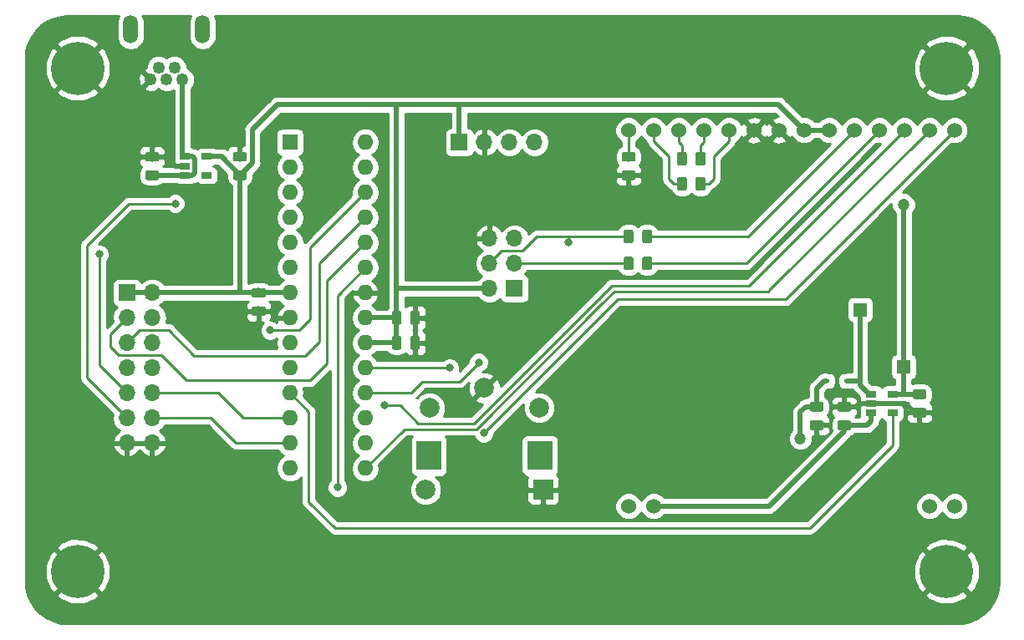
<source format=gtl>
%TF.GenerationSoftware,KiCad,Pcbnew,5.0.2+dfsg1-1*%
%TF.CreationDate,2021-08-11T18:46:01+02:00*%
%TF.ProjectId,clock_gen,636c6f63-6b5f-4676-956e-2e6b69636164,rev?*%
%TF.SameCoordinates,Original*%
%TF.FileFunction,Copper,L1,Top*%
%TF.FilePolarity,Positive*%
%FSLAX46Y46*%
G04 Gerber Fmt 4.6, Leading zero omitted, Abs format (unit mm)*
G04 Created by KiCad (PCBNEW 5.0.2+dfsg1-1) date Wed 11 Aug 2021 06:46:01 PM CEST*
%MOMM*%
%LPD*%
G01*
G04 APERTURE LIST*
%ADD10C,1.524000*%
%ADD11C,0.100000*%
%ADD12C,0.975000*%
%ADD13R,0.600000X0.450000*%
%ADD14C,1.250000*%
%ADD15O,1.500000X2.850000*%
%ADD16R,1.700000X1.700000*%
%ADD17O,1.700000X1.700000*%
%ADD18R,1.400000X1.400000*%
%ADD19R,1.060000X0.650000*%
%ADD20R,1.600000X1.600000*%
%ADD21O,1.600000X1.600000*%
%ADD22C,2.000000*%
%ADD23R,2.500000X3.000000*%
%ADD24R,2.000000X2.000000*%
%ADD25C,5.400000*%
%ADD26C,1.200000*%
%ADD27C,0.800000*%
%ADD28C,0.250000*%
%ADD29C,0.500000*%
%ADD30C,0.254000*%
G04 APERTURE END LIST*
D10*
X157759400Y-75874000D03*
X160299400Y-75874000D03*
X162839400Y-75874000D03*
X165379400Y-75874000D03*
X167919400Y-75874000D03*
X170459400Y-75874000D03*
X172999400Y-75874000D03*
X175539400Y-75874000D03*
X178079400Y-75874000D03*
X180619400Y-75874000D03*
X183159400Y-75874000D03*
X185699400Y-75874000D03*
X188239400Y-75874000D03*
X190779400Y-75874000D03*
X190779400Y-113974000D03*
X188239400Y-113974000D03*
X160299400Y-113974000D03*
X157759400Y-113974000D03*
D11*
G36*
X109979542Y-79942674D02*
X110003203Y-79946184D01*
X110026407Y-79951996D01*
X110048929Y-79960054D01*
X110070553Y-79970282D01*
X110091070Y-79982579D01*
X110110283Y-79996829D01*
X110128007Y-80012893D01*
X110144071Y-80030617D01*
X110158321Y-80049830D01*
X110170618Y-80070347D01*
X110180846Y-80091971D01*
X110188904Y-80114493D01*
X110194716Y-80137697D01*
X110198226Y-80161358D01*
X110199400Y-80185250D01*
X110199400Y-80672750D01*
X110198226Y-80696642D01*
X110194716Y-80720303D01*
X110188904Y-80743507D01*
X110180846Y-80766029D01*
X110170618Y-80787653D01*
X110158321Y-80808170D01*
X110144071Y-80827383D01*
X110128007Y-80845107D01*
X110110283Y-80861171D01*
X110091070Y-80875421D01*
X110070553Y-80887718D01*
X110048929Y-80897946D01*
X110026407Y-80906004D01*
X110003203Y-80911816D01*
X109979542Y-80915326D01*
X109955650Y-80916500D01*
X109043150Y-80916500D01*
X109019258Y-80915326D01*
X108995597Y-80911816D01*
X108972393Y-80906004D01*
X108949871Y-80897946D01*
X108928247Y-80887718D01*
X108907730Y-80875421D01*
X108888517Y-80861171D01*
X108870793Y-80845107D01*
X108854729Y-80827383D01*
X108840479Y-80808170D01*
X108828182Y-80787653D01*
X108817954Y-80766029D01*
X108809896Y-80743507D01*
X108804084Y-80720303D01*
X108800574Y-80696642D01*
X108799400Y-80672750D01*
X108799400Y-80185250D01*
X108800574Y-80161358D01*
X108804084Y-80137697D01*
X108809896Y-80114493D01*
X108817954Y-80091971D01*
X108828182Y-80070347D01*
X108840479Y-80049830D01*
X108854729Y-80030617D01*
X108870793Y-80012893D01*
X108888517Y-79996829D01*
X108907730Y-79982579D01*
X108928247Y-79970282D01*
X108949871Y-79960054D01*
X108972393Y-79951996D01*
X108995597Y-79946184D01*
X109019258Y-79942674D01*
X109043150Y-79941500D01*
X109955650Y-79941500D01*
X109979542Y-79942674D01*
X109979542Y-79942674D01*
G37*
D12*
X109499400Y-80429000D03*
D11*
G36*
X109979542Y-78067674D02*
X110003203Y-78071184D01*
X110026407Y-78076996D01*
X110048929Y-78085054D01*
X110070553Y-78095282D01*
X110091070Y-78107579D01*
X110110283Y-78121829D01*
X110128007Y-78137893D01*
X110144071Y-78155617D01*
X110158321Y-78174830D01*
X110170618Y-78195347D01*
X110180846Y-78216971D01*
X110188904Y-78239493D01*
X110194716Y-78262697D01*
X110198226Y-78286358D01*
X110199400Y-78310250D01*
X110199400Y-78797750D01*
X110198226Y-78821642D01*
X110194716Y-78845303D01*
X110188904Y-78868507D01*
X110180846Y-78891029D01*
X110170618Y-78912653D01*
X110158321Y-78933170D01*
X110144071Y-78952383D01*
X110128007Y-78970107D01*
X110110283Y-78986171D01*
X110091070Y-79000421D01*
X110070553Y-79012718D01*
X110048929Y-79022946D01*
X110026407Y-79031004D01*
X110003203Y-79036816D01*
X109979542Y-79040326D01*
X109955650Y-79041500D01*
X109043150Y-79041500D01*
X109019258Y-79040326D01*
X108995597Y-79036816D01*
X108972393Y-79031004D01*
X108949871Y-79022946D01*
X108928247Y-79012718D01*
X108907730Y-79000421D01*
X108888517Y-78986171D01*
X108870793Y-78970107D01*
X108854729Y-78952383D01*
X108840479Y-78933170D01*
X108828182Y-78912653D01*
X108817954Y-78891029D01*
X108809896Y-78868507D01*
X108804084Y-78845303D01*
X108800574Y-78821642D01*
X108799400Y-78797750D01*
X108799400Y-78310250D01*
X108800574Y-78286358D01*
X108804084Y-78262697D01*
X108809896Y-78239493D01*
X108817954Y-78216971D01*
X108828182Y-78195347D01*
X108840479Y-78174830D01*
X108854729Y-78155617D01*
X108870793Y-78137893D01*
X108888517Y-78121829D01*
X108907730Y-78107579D01*
X108928247Y-78095282D01*
X108949871Y-78085054D01*
X108972393Y-78076996D01*
X108995597Y-78071184D01*
X109019258Y-78067674D01*
X109043150Y-78066500D01*
X109955650Y-78066500D01*
X109979542Y-78067674D01*
X109979542Y-78067674D01*
G37*
D12*
X109499400Y-78554000D03*
D11*
G36*
X118869542Y-79942674D02*
X118893203Y-79946184D01*
X118916407Y-79951996D01*
X118938929Y-79960054D01*
X118960553Y-79970282D01*
X118981070Y-79982579D01*
X119000283Y-79996829D01*
X119018007Y-80012893D01*
X119034071Y-80030617D01*
X119048321Y-80049830D01*
X119060618Y-80070347D01*
X119070846Y-80091971D01*
X119078904Y-80114493D01*
X119084716Y-80137697D01*
X119088226Y-80161358D01*
X119089400Y-80185250D01*
X119089400Y-80672750D01*
X119088226Y-80696642D01*
X119084716Y-80720303D01*
X119078904Y-80743507D01*
X119070846Y-80766029D01*
X119060618Y-80787653D01*
X119048321Y-80808170D01*
X119034071Y-80827383D01*
X119018007Y-80845107D01*
X119000283Y-80861171D01*
X118981070Y-80875421D01*
X118960553Y-80887718D01*
X118938929Y-80897946D01*
X118916407Y-80906004D01*
X118893203Y-80911816D01*
X118869542Y-80915326D01*
X118845650Y-80916500D01*
X117933150Y-80916500D01*
X117909258Y-80915326D01*
X117885597Y-80911816D01*
X117862393Y-80906004D01*
X117839871Y-80897946D01*
X117818247Y-80887718D01*
X117797730Y-80875421D01*
X117778517Y-80861171D01*
X117760793Y-80845107D01*
X117744729Y-80827383D01*
X117730479Y-80808170D01*
X117718182Y-80787653D01*
X117707954Y-80766029D01*
X117699896Y-80743507D01*
X117694084Y-80720303D01*
X117690574Y-80696642D01*
X117689400Y-80672750D01*
X117689400Y-80185250D01*
X117690574Y-80161358D01*
X117694084Y-80137697D01*
X117699896Y-80114493D01*
X117707954Y-80091971D01*
X117718182Y-80070347D01*
X117730479Y-80049830D01*
X117744729Y-80030617D01*
X117760793Y-80012893D01*
X117778517Y-79996829D01*
X117797730Y-79982579D01*
X117818247Y-79970282D01*
X117839871Y-79960054D01*
X117862393Y-79951996D01*
X117885597Y-79946184D01*
X117909258Y-79942674D01*
X117933150Y-79941500D01*
X118845650Y-79941500D01*
X118869542Y-79942674D01*
X118869542Y-79942674D01*
G37*
D12*
X118389400Y-80429000D03*
D11*
G36*
X118869542Y-78067674D02*
X118893203Y-78071184D01*
X118916407Y-78076996D01*
X118938929Y-78085054D01*
X118960553Y-78095282D01*
X118981070Y-78107579D01*
X119000283Y-78121829D01*
X119018007Y-78137893D01*
X119034071Y-78155617D01*
X119048321Y-78174830D01*
X119060618Y-78195347D01*
X119070846Y-78216971D01*
X119078904Y-78239493D01*
X119084716Y-78262697D01*
X119088226Y-78286358D01*
X119089400Y-78310250D01*
X119089400Y-78797750D01*
X119088226Y-78821642D01*
X119084716Y-78845303D01*
X119078904Y-78868507D01*
X119070846Y-78891029D01*
X119060618Y-78912653D01*
X119048321Y-78933170D01*
X119034071Y-78952383D01*
X119018007Y-78970107D01*
X119000283Y-78986171D01*
X118981070Y-79000421D01*
X118960553Y-79012718D01*
X118938929Y-79022946D01*
X118916407Y-79031004D01*
X118893203Y-79036816D01*
X118869542Y-79040326D01*
X118845650Y-79041500D01*
X117933150Y-79041500D01*
X117909258Y-79040326D01*
X117885597Y-79036816D01*
X117862393Y-79031004D01*
X117839871Y-79022946D01*
X117818247Y-79012718D01*
X117797730Y-79000421D01*
X117778517Y-78986171D01*
X117760793Y-78970107D01*
X117744729Y-78952383D01*
X117730479Y-78933170D01*
X117718182Y-78912653D01*
X117707954Y-78891029D01*
X117699896Y-78868507D01*
X117694084Y-78845303D01*
X117690574Y-78821642D01*
X117689400Y-78797750D01*
X117689400Y-78310250D01*
X117690574Y-78286358D01*
X117694084Y-78262697D01*
X117699896Y-78239493D01*
X117707954Y-78216971D01*
X117718182Y-78195347D01*
X117730479Y-78174830D01*
X117744729Y-78155617D01*
X117760793Y-78137893D01*
X117778517Y-78121829D01*
X117797730Y-78107579D01*
X117818247Y-78095282D01*
X117839871Y-78085054D01*
X117862393Y-78076996D01*
X117885597Y-78071184D01*
X117909258Y-78067674D01*
X117933150Y-78066500D01*
X118845650Y-78066500D01*
X118869542Y-78067674D01*
X118869542Y-78067674D01*
G37*
D12*
X118389400Y-78554000D03*
D11*
G36*
X158239542Y-78078174D02*
X158263203Y-78081684D01*
X158286407Y-78087496D01*
X158308929Y-78095554D01*
X158330553Y-78105782D01*
X158351070Y-78118079D01*
X158370283Y-78132329D01*
X158388007Y-78148393D01*
X158404071Y-78166117D01*
X158418321Y-78185330D01*
X158430618Y-78205847D01*
X158440846Y-78227471D01*
X158448904Y-78249993D01*
X158454716Y-78273197D01*
X158458226Y-78296858D01*
X158459400Y-78320750D01*
X158459400Y-78808250D01*
X158458226Y-78832142D01*
X158454716Y-78855803D01*
X158448904Y-78879007D01*
X158440846Y-78901529D01*
X158430618Y-78923153D01*
X158418321Y-78943670D01*
X158404071Y-78962883D01*
X158388007Y-78980607D01*
X158370283Y-78996671D01*
X158351070Y-79010921D01*
X158330553Y-79023218D01*
X158308929Y-79033446D01*
X158286407Y-79041504D01*
X158263203Y-79047316D01*
X158239542Y-79050826D01*
X158215650Y-79052000D01*
X157303150Y-79052000D01*
X157279258Y-79050826D01*
X157255597Y-79047316D01*
X157232393Y-79041504D01*
X157209871Y-79033446D01*
X157188247Y-79023218D01*
X157167730Y-79010921D01*
X157148517Y-78996671D01*
X157130793Y-78980607D01*
X157114729Y-78962883D01*
X157100479Y-78943670D01*
X157088182Y-78923153D01*
X157077954Y-78901529D01*
X157069896Y-78879007D01*
X157064084Y-78855803D01*
X157060574Y-78832142D01*
X157059400Y-78808250D01*
X157059400Y-78320750D01*
X157060574Y-78296858D01*
X157064084Y-78273197D01*
X157069896Y-78249993D01*
X157077954Y-78227471D01*
X157088182Y-78205847D01*
X157100479Y-78185330D01*
X157114729Y-78166117D01*
X157130793Y-78148393D01*
X157148517Y-78132329D01*
X157167730Y-78118079D01*
X157188247Y-78105782D01*
X157209871Y-78095554D01*
X157232393Y-78087496D01*
X157255597Y-78081684D01*
X157279258Y-78078174D01*
X157303150Y-78077000D01*
X158215650Y-78077000D01*
X158239542Y-78078174D01*
X158239542Y-78078174D01*
G37*
D12*
X157759400Y-78564500D03*
D11*
G36*
X158239542Y-79953174D02*
X158263203Y-79956684D01*
X158286407Y-79962496D01*
X158308929Y-79970554D01*
X158330553Y-79980782D01*
X158351070Y-79993079D01*
X158370283Y-80007329D01*
X158388007Y-80023393D01*
X158404071Y-80041117D01*
X158418321Y-80060330D01*
X158430618Y-80080847D01*
X158440846Y-80102471D01*
X158448904Y-80124993D01*
X158454716Y-80148197D01*
X158458226Y-80171858D01*
X158459400Y-80195750D01*
X158459400Y-80683250D01*
X158458226Y-80707142D01*
X158454716Y-80730803D01*
X158448904Y-80754007D01*
X158440846Y-80776529D01*
X158430618Y-80798153D01*
X158418321Y-80818670D01*
X158404071Y-80837883D01*
X158388007Y-80855607D01*
X158370283Y-80871671D01*
X158351070Y-80885921D01*
X158330553Y-80898218D01*
X158308929Y-80908446D01*
X158286407Y-80916504D01*
X158263203Y-80922316D01*
X158239542Y-80925826D01*
X158215650Y-80927000D01*
X157303150Y-80927000D01*
X157279258Y-80925826D01*
X157255597Y-80922316D01*
X157232393Y-80916504D01*
X157209871Y-80908446D01*
X157188247Y-80898218D01*
X157167730Y-80885921D01*
X157148517Y-80871671D01*
X157130793Y-80855607D01*
X157114729Y-80837883D01*
X157100479Y-80818670D01*
X157088182Y-80798153D01*
X157077954Y-80776529D01*
X157069896Y-80754007D01*
X157064084Y-80730803D01*
X157060574Y-80707142D01*
X157059400Y-80683250D01*
X157059400Y-80195750D01*
X157060574Y-80171858D01*
X157064084Y-80148197D01*
X157069896Y-80124993D01*
X157077954Y-80102471D01*
X157088182Y-80080847D01*
X157100479Y-80060330D01*
X157114729Y-80041117D01*
X157130793Y-80023393D01*
X157148517Y-80007329D01*
X157167730Y-79993079D01*
X157188247Y-79980782D01*
X157209871Y-79970554D01*
X157232393Y-79962496D01*
X157255597Y-79956684D01*
X157279258Y-79953174D01*
X157303150Y-79952000D01*
X158215650Y-79952000D01*
X158239542Y-79953174D01*
X158239542Y-79953174D01*
G37*
D12*
X157759400Y-80439500D03*
D11*
G36*
X177289542Y-105276974D02*
X177313203Y-105280484D01*
X177336407Y-105286296D01*
X177358929Y-105294354D01*
X177380553Y-105304582D01*
X177401070Y-105316879D01*
X177420283Y-105331129D01*
X177438007Y-105347193D01*
X177454071Y-105364917D01*
X177468321Y-105384130D01*
X177480618Y-105404647D01*
X177490846Y-105426271D01*
X177498904Y-105448793D01*
X177504716Y-105471997D01*
X177508226Y-105495658D01*
X177509400Y-105519550D01*
X177509400Y-106007050D01*
X177508226Y-106030942D01*
X177504716Y-106054603D01*
X177498904Y-106077807D01*
X177490846Y-106100329D01*
X177480618Y-106121953D01*
X177468321Y-106142470D01*
X177454071Y-106161683D01*
X177438007Y-106179407D01*
X177420283Y-106195471D01*
X177401070Y-106209721D01*
X177380553Y-106222018D01*
X177358929Y-106232246D01*
X177336407Y-106240304D01*
X177313203Y-106246116D01*
X177289542Y-106249626D01*
X177265650Y-106250800D01*
X176353150Y-106250800D01*
X176329258Y-106249626D01*
X176305597Y-106246116D01*
X176282393Y-106240304D01*
X176259871Y-106232246D01*
X176238247Y-106222018D01*
X176217730Y-106209721D01*
X176198517Y-106195471D01*
X176180793Y-106179407D01*
X176164729Y-106161683D01*
X176150479Y-106142470D01*
X176138182Y-106121953D01*
X176127954Y-106100329D01*
X176119896Y-106077807D01*
X176114084Y-106054603D01*
X176110574Y-106030942D01*
X176109400Y-106007050D01*
X176109400Y-105519550D01*
X176110574Y-105495658D01*
X176114084Y-105471997D01*
X176119896Y-105448793D01*
X176127954Y-105426271D01*
X176138182Y-105404647D01*
X176150479Y-105384130D01*
X176164729Y-105364917D01*
X176180793Y-105347193D01*
X176198517Y-105331129D01*
X176217730Y-105316879D01*
X176238247Y-105304582D01*
X176259871Y-105294354D01*
X176282393Y-105286296D01*
X176305597Y-105280484D01*
X176329258Y-105276974D01*
X176353150Y-105275800D01*
X177265650Y-105275800D01*
X177289542Y-105276974D01*
X177289542Y-105276974D01*
G37*
D12*
X176809400Y-105763300D03*
D11*
G36*
X177289542Y-103401974D02*
X177313203Y-103405484D01*
X177336407Y-103411296D01*
X177358929Y-103419354D01*
X177380553Y-103429582D01*
X177401070Y-103441879D01*
X177420283Y-103456129D01*
X177438007Y-103472193D01*
X177454071Y-103489917D01*
X177468321Y-103509130D01*
X177480618Y-103529647D01*
X177490846Y-103551271D01*
X177498904Y-103573793D01*
X177504716Y-103596997D01*
X177508226Y-103620658D01*
X177509400Y-103644550D01*
X177509400Y-104132050D01*
X177508226Y-104155942D01*
X177504716Y-104179603D01*
X177498904Y-104202807D01*
X177490846Y-104225329D01*
X177480618Y-104246953D01*
X177468321Y-104267470D01*
X177454071Y-104286683D01*
X177438007Y-104304407D01*
X177420283Y-104320471D01*
X177401070Y-104334721D01*
X177380553Y-104347018D01*
X177358929Y-104357246D01*
X177336407Y-104365304D01*
X177313203Y-104371116D01*
X177289542Y-104374626D01*
X177265650Y-104375800D01*
X176353150Y-104375800D01*
X176329258Y-104374626D01*
X176305597Y-104371116D01*
X176282393Y-104365304D01*
X176259871Y-104357246D01*
X176238247Y-104347018D01*
X176217730Y-104334721D01*
X176198517Y-104320471D01*
X176180793Y-104304407D01*
X176164729Y-104286683D01*
X176150479Y-104267470D01*
X176138182Y-104246953D01*
X176127954Y-104225329D01*
X176119896Y-104202807D01*
X176114084Y-104179603D01*
X176110574Y-104155942D01*
X176109400Y-104132050D01*
X176109400Y-103644550D01*
X176110574Y-103620658D01*
X176114084Y-103596997D01*
X176119896Y-103573793D01*
X176127954Y-103551271D01*
X176138182Y-103529647D01*
X176150479Y-103509130D01*
X176164729Y-103489917D01*
X176180793Y-103472193D01*
X176198517Y-103456129D01*
X176217730Y-103441879D01*
X176238247Y-103429582D01*
X176259871Y-103419354D01*
X176282393Y-103411296D01*
X176305597Y-103405484D01*
X176329258Y-103401974D01*
X176353150Y-103400800D01*
X177265650Y-103400800D01*
X177289542Y-103401974D01*
X177289542Y-103401974D01*
G37*
D12*
X176809400Y-103888300D03*
D11*
G36*
X187703542Y-102131974D02*
X187727203Y-102135484D01*
X187750407Y-102141296D01*
X187772929Y-102149354D01*
X187794553Y-102159582D01*
X187815070Y-102171879D01*
X187834283Y-102186129D01*
X187852007Y-102202193D01*
X187868071Y-102219917D01*
X187882321Y-102239130D01*
X187894618Y-102259647D01*
X187904846Y-102281271D01*
X187912904Y-102303793D01*
X187918716Y-102326997D01*
X187922226Y-102350658D01*
X187923400Y-102374550D01*
X187923400Y-102862050D01*
X187922226Y-102885942D01*
X187918716Y-102909603D01*
X187912904Y-102932807D01*
X187904846Y-102955329D01*
X187894618Y-102976953D01*
X187882321Y-102997470D01*
X187868071Y-103016683D01*
X187852007Y-103034407D01*
X187834283Y-103050471D01*
X187815070Y-103064721D01*
X187794553Y-103077018D01*
X187772929Y-103087246D01*
X187750407Y-103095304D01*
X187727203Y-103101116D01*
X187703542Y-103104626D01*
X187679650Y-103105800D01*
X186767150Y-103105800D01*
X186743258Y-103104626D01*
X186719597Y-103101116D01*
X186696393Y-103095304D01*
X186673871Y-103087246D01*
X186652247Y-103077018D01*
X186631730Y-103064721D01*
X186612517Y-103050471D01*
X186594793Y-103034407D01*
X186578729Y-103016683D01*
X186564479Y-102997470D01*
X186552182Y-102976953D01*
X186541954Y-102955329D01*
X186533896Y-102932807D01*
X186528084Y-102909603D01*
X186524574Y-102885942D01*
X186523400Y-102862050D01*
X186523400Y-102374550D01*
X186524574Y-102350658D01*
X186528084Y-102326997D01*
X186533896Y-102303793D01*
X186541954Y-102281271D01*
X186552182Y-102259647D01*
X186564479Y-102239130D01*
X186578729Y-102219917D01*
X186594793Y-102202193D01*
X186612517Y-102186129D01*
X186631730Y-102171879D01*
X186652247Y-102159582D01*
X186673871Y-102149354D01*
X186696393Y-102141296D01*
X186719597Y-102135484D01*
X186743258Y-102131974D01*
X186767150Y-102130800D01*
X187679650Y-102130800D01*
X187703542Y-102131974D01*
X187703542Y-102131974D01*
G37*
D12*
X187223400Y-102618300D03*
D11*
G36*
X187703542Y-104006974D02*
X187727203Y-104010484D01*
X187750407Y-104016296D01*
X187772929Y-104024354D01*
X187794553Y-104034582D01*
X187815070Y-104046879D01*
X187834283Y-104061129D01*
X187852007Y-104077193D01*
X187868071Y-104094917D01*
X187882321Y-104114130D01*
X187894618Y-104134647D01*
X187904846Y-104156271D01*
X187912904Y-104178793D01*
X187918716Y-104201997D01*
X187922226Y-104225658D01*
X187923400Y-104249550D01*
X187923400Y-104737050D01*
X187922226Y-104760942D01*
X187918716Y-104784603D01*
X187912904Y-104807807D01*
X187904846Y-104830329D01*
X187894618Y-104851953D01*
X187882321Y-104872470D01*
X187868071Y-104891683D01*
X187852007Y-104909407D01*
X187834283Y-104925471D01*
X187815070Y-104939721D01*
X187794553Y-104952018D01*
X187772929Y-104962246D01*
X187750407Y-104970304D01*
X187727203Y-104976116D01*
X187703542Y-104979626D01*
X187679650Y-104980800D01*
X186767150Y-104980800D01*
X186743258Y-104979626D01*
X186719597Y-104976116D01*
X186696393Y-104970304D01*
X186673871Y-104962246D01*
X186652247Y-104952018D01*
X186631730Y-104939721D01*
X186612517Y-104925471D01*
X186594793Y-104909407D01*
X186578729Y-104891683D01*
X186564479Y-104872470D01*
X186552182Y-104851953D01*
X186541954Y-104830329D01*
X186533896Y-104807807D01*
X186528084Y-104784603D01*
X186524574Y-104760942D01*
X186523400Y-104737050D01*
X186523400Y-104249550D01*
X186524574Y-104225658D01*
X186528084Y-104201997D01*
X186533896Y-104178793D01*
X186541954Y-104156271D01*
X186552182Y-104134647D01*
X186564479Y-104114130D01*
X186578729Y-104094917D01*
X186594793Y-104077193D01*
X186612517Y-104061129D01*
X186631730Y-104046879D01*
X186652247Y-104034582D01*
X186673871Y-104024354D01*
X186696393Y-104016296D01*
X186719597Y-104010484D01*
X186743258Y-104006974D01*
X186767150Y-104005800D01*
X187679650Y-104005800D01*
X187703542Y-104006974D01*
X187703542Y-104006974D01*
G37*
D12*
X187223400Y-104493300D03*
D11*
G36*
X165314542Y-78041174D02*
X165338203Y-78044684D01*
X165361407Y-78050496D01*
X165383929Y-78058554D01*
X165405553Y-78068782D01*
X165426070Y-78081079D01*
X165445283Y-78095329D01*
X165463007Y-78111393D01*
X165479071Y-78129117D01*
X165493321Y-78148330D01*
X165505618Y-78168847D01*
X165515846Y-78190471D01*
X165523904Y-78212993D01*
X165529716Y-78236197D01*
X165533226Y-78259858D01*
X165534400Y-78283750D01*
X165534400Y-79196250D01*
X165533226Y-79220142D01*
X165529716Y-79243803D01*
X165523904Y-79267007D01*
X165515846Y-79289529D01*
X165505618Y-79311153D01*
X165493321Y-79331670D01*
X165479071Y-79350883D01*
X165463007Y-79368607D01*
X165445283Y-79384671D01*
X165426070Y-79398921D01*
X165405553Y-79411218D01*
X165383929Y-79421446D01*
X165361407Y-79429504D01*
X165338203Y-79435316D01*
X165314542Y-79438826D01*
X165290650Y-79440000D01*
X164803150Y-79440000D01*
X164779258Y-79438826D01*
X164755597Y-79435316D01*
X164732393Y-79429504D01*
X164709871Y-79421446D01*
X164688247Y-79411218D01*
X164667730Y-79398921D01*
X164648517Y-79384671D01*
X164630793Y-79368607D01*
X164614729Y-79350883D01*
X164600479Y-79331670D01*
X164588182Y-79311153D01*
X164577954Y-79289529D01*
X164569896Y-79267007D01*
X164564084Y-79243803D01*
X164560574Y-79220142D01*
X164559400Y-79196250D01*
X164559400Y-78283750D01*
X164560574Y-78259858D01*
X164564084Y-78236197D01*
X164569896Y-78212993D01*
X164577954Y-78190471D01*
X164588182Y-78168847D01*
X164600479Y-78148330D01*
X164614729Y-78129117D01*
X164630793Y-78111393D01*
X164648517Y-78095329D01*
X164667730Y-78081079D01*
X164688247Y-78068782D01*
X164709871Y-78058554D01*
X164732393Y-78050496D01*
X164755597Y-78044684D01*
X164779258Y-78041174D01*
X164803150Y-78040000D01*
X165290650Y-78040000D01*
X165314542Y-78041174D01*
X165314542Y-78041174D01*
G37*
D12*
X165046900Y-78740000D03*
D11*
G36*
X163439542Y-78041174D02*
X163463203Y-78044684D01*
X163486407Y-78050496D01*
X163508929Y-78058554D01*
X163530553Y-78068782D01*
X163551070Y-78081079D01*
X163570283Y-78095329D01*
X163588007Y-78111393D01*
X163604071Y-78129117D01*
X163618321Y-78148330D01*
X163630618Y-78168847D01*
X163640846Y-78190471D01*
X163648904Y-78212993D01*
X163654716Y-78236197D01*
X163658226Y-78259858D01*
X163659400Y-78283750D01*
X163659400Y-79196250D01*
X163658226Y-79220142D01*
X163654716Y-79243803D01*
X163648904Y-79267007D01*
X163640846Y-79289529D01*
X163630618Y-79311153D01*
X163618321Y-79331670D01*
X163604071Y-79350883D01*
X163588007Y-79368607D01*
X163570283Y-79384671D01*
X163551070Y-79398921D01*
X163530553Y-79411218D01*
X163508929Y-79421446D01*
X163486407Y-79429504D01*
X163463203Y-79435316D01*
X163439542Y-79438826D01*
X163415650Y-79440000D01*
X162928150Y-79440000D01*
X162904258Y-79438826D01*
X162880597Y-79435316D01*
X162857393Y-79429504D01*
X162834871Y-79421446D01*
X162813247Y-79411218D01*
X162792730Y-79398921D01*
X162773517Y-79384671D01*
X162755793Y-79368607D01*
X162739729Y-79350883D01*
X162725479Y-79331670D01*
X162713182Y-79311153D01*
X162702954Y-79289529D01*
X162694896Y-79267007D01*
X162689084Y-79243803D01*
X162685574Y-79220142D01*
X162684400Y-79196250D01*
X162684400Y-78283750D01*
X162685574Y-78259858D01*
X162689084Y-78236197D01*
X162694896Y-78212993D01*
X162702954Y-78190471D01*
X162713182Y-78168847D01*
X162725479Y-78148330D01*
X162739729Y-78129117D01*
X162755793Y-78111393D01*
X162773517Y-78095329D01*
X162792730Y-78081079D01*
X162813247Y-78068782D01*
X162834871Y-78058554D01*
X162857393Y-78050496D01*
X162880597Y-78044684D01*
X162904258Y-78041174D01*
X162928150Y-78040000D01*
X163415650Y-78040000D01*
X163439542Y-78041174D01*
X163439542Y-78041174D01*
G37*
D12*
X163171900Y-78740000D03*
D11*
G36*
X163439542Y-80581174D02*
X163463203Y-80584684D01*
X163486407Y-80590496D01*
X163508929Y-80598554D01*
X163530553Y-80608782D01*
X163551070Y-80621079D01*
X163570283Y-80635329D01*
X163588007Y-80651393D01*
X163604071Y-80669117D01*
X163618321Y-80688330D01*
X163630618Y-80708847D01*
X163640846Y-80730471D01*
X163648904Y-80752993D01*
X163654716Y-80776197D01*
X163658226Y-80799858D01*
X163659400Y-80823750D01*
X163659400Y-81736250D01*
X163658226Y-81760142D01*
X163654716Y-81783803D01*
X163648904Y-81807007D01*
X163640846Y-81829529D01*
X163630618Y-81851153D01*
X163618321Y-81871670D01*
X163604071Y-81890883D01*
X163588007Y-81908607D01*
X163570283Y-81924671D01*
X163551070Y-81938921D01*
X163530553Y-81951218D01*
X163508929Y-81961446D01*
X163486407Y-81969504D01*
X163463203Y-81975316D01*
X163439542Y-81978826D01*
X163415650Y-81980000D01*
X162928150Y-81980000D01*
X162904258Y-81978826D01*
X162880597Y-81975316D01*
X162857393Y-81969504D01*
X162834871Y-81961446D01*
X162813247Y-81951218D01*
X162792730Y-81938921D01*
X162773517Y-81924671D01*
X162755793Y-81908607D01*
X162739729Y-81890883D01*
X162725479Y-81871670D01*
X162713182Y-81851153D01*
X162702954Y-81829529D01*
X162694896Y-81807007D01*
X162689084Y-81783803D01*
X162685574Y-81760142D01*
X162684400Y-81736250D01*
X162684400Y-80823750D01*
X162685574Y-80799858D01*
X162689084Y-80776197D01*
X162694896Y-80752993D01*
X162702954Y-80730471D01*
X162713182Y-80708847D01*
X162725479Y-80688330D01*
X162739729Y-80669117D01*
X162755793Y-80651393D01*
X162773517Y-80635329D01*
X162792730Y-80621079D01*
X162813247Y-80608782D01*
X162834871Y-80598554D01*
X162857393Y-80590496D01*
X162880597Y-80584684D01*
X162904258Y-80581174D01*
X162928150Y-80580000D01*
X163415650Y-80580000D01*
X163439542Y-80581174D01*
X163439542Y-80581174D01*
G37*
D12*
X163171900Y-81280000D03*
D11*
G36*
X165314542Y-80581174D02*
X165338203Y-80584684D01*
X165361407Y-80590496D01*
X165383929Y-80598554D01*
X165405553Y-80608782D01*
X165426070Y-80621079D01*
X165445283Y-80635329D01*
X165463007Y-80651393D01*
X165479071Y-80669117D01*
X165493321Y-80688330D01*
X165505618Y-80708847D01*
X165515846Y-80730471D01*
X165523904Y-80752993D01*
X165529716Y-80776197D01*
X165533226Y-80799858D01*
X165534400Y-80823750D01*
X165534400Y-81736250D01*
X165533226Y-81760142D01*
X165529716Y-81783803D01*
X165523904Y-81807007D01*
X165515846Y-81829529D01*
X165505618Y-81851153D01*
X165493321Y-81871670D01*
X165479071Y-81890883D01*
X165463007Y-81908607D01*
X165445283Y-81924671D01*
X165426070Y-81938921D01*
X165405553Y-81951218D01*
X165383929Y-81961446D01*
X165361407Y-81969504D01*
X165338203Y-81975316D01*
X165314542Y-81978826D01*
X165290650Y-81980000D01*
X164803150Y-81980000D01*
X164779258Y-81978826D01*
X164755597Y-81975316D01*
X164732393Y-81969504D01*
X164709871Y-81961446D01*
X164688247Y-81951218D01*
X164667730Y-81938921D01*
X164648517Y-81924671D01*
X164630793Y-81908607D01*
X164614729Y-81890883D01*
X164600479Y-81871670D01*
X164588182Y-81851153D01*
X164577954Y-81829529D01*
X164569896Y-81807007D01*
X164564084Y-81783803D01*
X164560574Y-81760142D01*
X164559400Y-81736250D01*
X164559400Y-80823750D01*
X164560574Y-80799858D01*
X164564084Y-80776197D01*
X164569896Y-80752993D01*
X164577954Y-80730471D01*
X164588182Y-80708847D01*
X164600479Y-80688330D01*
X164614729Y-80669117D01*
X164630793Y-80651393D01*
X164648517Y-80635329D01*
X164667730Y-80621079D01*
X164688247Y-80608782D01*
X164709871Y-80598554D01*
X164732393Y-80590496D01*
X164755597Y-80584684D01*
X164779258Y-80581174D01*
X164803150Y-80580000D01*
X165290650Y-80580000D01*
X165314542Y-80581174D01*
X165314542Y-80581174D01*
G37*
D12*
X165046900Y-81280000D03*
D11*
G36*
X120774542Y-93717674D02*
X120798203Y-93721184D01*
X120821407Y-93726996D01*
X120843929Y-93735054D01*
X120865553Y-93745282D01*
X120886070Y-93757579D01*
X120905283Y-93771829D01*
X120923007Y-93787893D01*
X120939071Y-93805617D01*
X120953321Y-93824830D01*
X120965618Y-93845347D01*
X120975846Y-93866971D01*
X120983904Y-93889493D01*
X120989716Y-93912697D01*
X120993226Y-93936358D01*
X120994400Y-93960250D01*
X120994400Y-94447750D01*
X120993226Y-94471642D01*
X120989716Y-94495303D01*
X120983904Y-94518507D01*
X120975846Y-94541029D01*
X120965618Y-94562653D01*
X120953321Y-94583170D01*
X120939071Y-94602383D01*
X120923007Y-94620107D01*
X120905283Y-94636171D01*
X120886070Y-94650421D01*
X120865553Y-94662718D01*
X120843929Y-94672946D01*
X120821407Y-94681004D01*
X120798203Y-94686816D01*
X120774542Y-94690326D01*
X120750650Y-94691500D01*
X119838150Y-94691500D01*
X119814258Y-94690326D01*
X119790597Y-94686816D01*
X119767393Y-94681004D01*
X119744871Y-94672946D01*
X119723247Y-94662718D01*
X119702730Y-94650421D01*
X119683517Y-94636171D01*
X119665793Y-94620107D01*
X119649729Y-94602383D01*
X119635479Y-94583170D01*
X119623182Y-94562653D01*
X119612954Y-94541029D01*
X119604896Y-94518507D01*
X119599084Y-94495303D01*
X119595574Y-94471642D01*
X119594400Y-94447750D01*
X119594400Y-93960250D01*
X119595574Y-93936358D01*
X119599084Y-93912697D01*
X119604896Y-93889493D01*
X119612954Y-93866971D01*
X119623182Y-93845347D01*
X119635479Y-93824830D01*
X119649729Y-93805617D01*
X119665793Y-93787893D01*
X119683517Y-93771829D01*
X119702730Y-93757579D01*
X119723247Y-93745282D01*
X119744871Y-93735054D01*
X119767393Y-93726996D01*
X119790597Y-93721184D01*
X119814258Y-93717674D01*
X119838150Y-93716500D01*
X120750650Y-93716500D01*
X120774542Y-93717674D01*
X120774542Y-93717674D01*
G37*
D12*
X120294400Y-94204000D03*
D11*
G36*
X120774542Y-91842674D02*
X120798203Y-91846184D01*
X120821407Y-91851996D01*
X120843929Y-91860054D01*
X120865553Y-91870282D01*
X120886070Y-91882579D01*
X120905283Y-91896829D01*
X120923007Y-91912893D01*
X120939071Y-91930617D01*
X120953321Y-91949830D01*
X120965618Y-91970347D01*
X120975846Y-91991971D01*
X120983904Y-92014493D01*
X120989716Y-92037697D01*
X120993226Y-92061358D01*
X120994400Y-92085250D01*
X120994400Y-92572750D01*
X120993226Y-92596642D01*
X120989716Y-92620303D01*
X120983904Y-92643507D01*
X120975846Y-92666029D01*
X120965618Y-92687653D01*
X120953321Y-92708170D01*
X120939071Y-92727383D01*
X120923007Y-92745107D01*
X120905283Y-92761171D01*
X120886070Y-92775421D01*
X120865553Y-92787718D01*
X120843929Y-92797946D01*
X120821407Y-92806004D01*
X120798203Y-92811816D01*
X120774542Y-92815326D01*
X120750650Y-92816500D01*
X119838150Y-92816500D01*
X119814258Y-92815326D01*
X119790597Y-92811816D01*
X119767393Y-92806004D01*
X119744871Y-92797946D01*
X119723247Y-92787718D01*
X119702730Y-92775421D01*
X119683517Y-92761171D01*
X119665793Y-92745107D01*
X119649729Y-92727383D01*
X119635479Y-92708170D01*
X119623182Y-92687653D01*
X119612954Y-92666029D01*
X119604896Y-92643507D01*
X119599084Y-92620303D01*
X119595574Y-92596642D01*
X119594400Y-92572750D01*
X119594400Y-92085250D01*
X119595574Y-92061358D01*
X119599084Y-92037697D01*
X119604896Y-92014493D01*
X119612954Y-91991971D01*
X119623182Y-91970347D01*
X119635479Y-91949830D01*
X119649729Y-91930617D01*
X119665793Y-91912893D01*
X119683517Y-91896829D01*
X119702730Y-91882579D01*
X119723247Y-91870282D01*
X119744871Y-91860054D01*
X119767393Y-91851996D01*
X119790597Y-91846184D01*
X119814258Y-91842674D01*
X119838150Y-91841500D01*
X120750650Y-91841500D01*
X120774542Y-91842674D01*
X120774542Y-91842674D01*
G37*
D12*
X120294400Y-92329000D03*
D11*
G36*
X136407042Y-94170174D02*
X136430703Y-94173684D01*
X136453907Y-94179496D01*
X136476429Y-94187554D01*
X136498053Y-94197782D01*
X136518570Y-94210079D01*
X136537783Y-94224329D01*
X136555507Y-94240393D01*
X136571571Y-94258117D01*
X136585821Y-94277330D01*
X136598118Y-94297847D01*
X136608346Y-94319471D01*
X136616404Y-94341993D01*
X136622216Y-94365197D01*
X136625726Y-94388858D01*
X136626900Y-94412750D01*
X136626900Y-95325250D01*
X136625726Y-95349142D01*
X136622216Y-95372803D01*
X136616404Y-95396007D01*
X136608346Y-95418529D01*
X136598118Y-95440153D01*
X136585821Y-95460670D01*
X136571571Y-95479883D01*
X136555507Y-95497607D01*
X136537783Y-95513671D01*
X136518570Y-95527921D01*
X136498053Y-95540218D01*
X136476429Y-95550446D01*
X136453907Y-95558504D01*
X136430703Y-95564316D01*
X136407042Y-95567826D01*
X136383150Y-95569000D01*
X135895650Y-95569000D01*
X135871758Y-95567826D01*
X135848097Y-95564316D01*
X135824893Y-95558504D01*
X135802371Y-95550446D01*
X135780747Y-95540218D01*
X135760230Y-95527921D01*
X135741017Y-95513671D01*
X135723293Y-95497607D01*
X135707229Y-95479883D01*
X135692979Y-95460670D01*
X135680682Y-95440153D01*
X135670454Y-95418529D01*
X135662396Y-95396007D01*
X135656584Y-95372803D01*
X135653074Y-95349142D01*
X135651900Y-95325250D01*
X135651900Y-94412750D01*
X135653074Y-94388858D01*
X135656584Y-94365197D01*
X135662396Y-94341993D01*
X135670454Y-94319471D01*
X135680682Y-94297847D01*
X135692979Y-94277330D01*
X135707229Y-94258117D01*
X135723293Y-94240393D01*
X135741017Y-94224329D01*
X135760230Y-94210079D01*
X135780747Y-94197782D01*
X135802371Y-94187554D01*
X135824893Y-94179496D01*
X135848097Y-94173684D01*
X135871758Y-94170174D01*
X135895650Y-94169000D01*
X136383150Y-94169000D01*
X136407042Y-94170174D01*
X136407042Y-94170174D01*
G37*
D12*
X136139400Y-94869000D03*
D11*
G36*
X134532042Y-94170174D02*
X134555703Y-94173684D01*
X134578907Y-94179496D01*
X134601429Y-94187554D01*
X134623053Y-94197782D01*
X134643570Y-94210079D01*
X134662783Y-94224329D01*
X134680507Y-94240393D01*
X134696571Y-94258117D01*
X134710821Y-94277330D01*
X134723118Y-94297847D01*
X134733346Y-94319471D01*
X134741404Y-94341993D01*
X134747216Y-94365197D01*
X134750726Y-94388858D01*
X134751900Y-94412750D01*
X134751900Y-95325250D01*
X134750726Y-95349142D01*
X134747216Y-95372803D01*
X134741404Y-95396007D01*
X134733346Y-95418529D01*
X134723118Y-95440153D01*
X134710821Y-95460670D01*
X134696571Y-95479883D01*
X134680507Y-95497607D01*
X134662783Y-95513671D01*
X134643570Y-95527921D01*
X134623053Y-95540218D01*
X134601429Y-95550446D01*
X134578907Y-95558504D01*
X134555703Y-95564316D01*
X134532042Y-95567826D01*
X134508150Y-95569000D01*
X134020650Y-95569000D01*
X133996758Y-95567826D01*
X133973097Y-95564316D01*
X133949893Y-95558504D01*
X133927371Y-95550446D01*
X133905747Y-95540218D01*
X133885230Y-95527921D01*
X133866017Y-95513671D01*
X133848293Y-95497607D01*
X133832229Y-95479883D01*
X133817979Y-95460670D01*
X133805682Y-95440153D01*
X133795454Y-95418529D01*
X133787396Y-95396007D01*
X133781584Y-95372803D01*
X133778074Y-95349142D01*
X133776900Y-95325250D01*
X133776900Y-94412750D01*
X133778074Y-94388858D01*
X133781584Y-94365197D01*
X133787396Y-94341993D01*
X133795454Y-94319471D01*
X133805682Y-94297847D01*
X133817979Y-94277330D01*
X133832229Y-94258117D01*
X133848293Y-94240393D01*
X133866017Y-94224329D01*
X133885230Y-94210079D01*
X133905747Y-94197782D01*
X133927371Y-94187554D01*
X133949893Y-94179496D01*
X133973097Y-94173684D01*
X133996758Y-94170174D01*
X134020650Y-94169000D01*
X134508150Y-94169000D01*
X134532042Y-94170174D01*
X134532042Y-94170174D01*
G37*
D12*
X134264400Y-94869000D03*
D11*
G36*
X134532042Y-96710174D02*
X134555703Y-96713684D01*
X134578907Y-96719496D01*
X134601429Y-96727554D01*
X134623053Y-96737782D01*
X134643570Y-96750079D01*
X134662783Y-96764329D01*
X134680507Y-96780393D01*
X134696571Y-96798117D01*
X134710821Y-96817330D01*
X134723118Y-96837847D01*
X134733346Y-96859471D01*
X134741404Y-96881993D01*
X134747216Y-96905197D01*
X134750726Y-96928858D01*
X134751900Y-96952750D01*
X134751900Y-97865250D01*
X134750726Y-97889142D01*
X134747216Y-97912803D01*
X134741404Y-97936007D01*
X134733346Y-97958529D01*
X134723118Y-97980153D01*
X134710821Y-98000670D01*
X134696571Y-98019883D01*
X134680507Y-98037607D01*
X134662783Y-98053671D01*
X134643570Y-98067921D01*
X134623053Y-98080218D01*
X134601429Y-98090446D01*
X134578907Y-98098504D01*
X134555703Y-98104316D01*
X134532042Y-98107826D01*
X134508150Y-98109000D01*
X134020650Y-98109000D01*
X133996758Y-98107826D01*
X133973097Y-98104316D01*
X133949893Y-98098504D01*
X133927371Y-98090446D01*
X133905747Y-98080218D01*
X133885230Y-98067921D01*
X133866017Y-98053671D01*
X133848293Y-98037607D01*
X133832229Y-98019883D01*
X133817979Y-98000670D01*
X133805682Y-97980153D01*
X133795454Y-97958529D01*
X133787396Y-97936007D01*
X133781584Y-97912803D01*
X133778074Y-97889142D01*
X133776900Y-97865250D01*
X133776900Y-96952750D01*
X133778074Y-96928858D01*
X133781584Y-96905197D01*
X133787396Y-96881993D01*
X133795454Y-96859471D01*
X133805682Y-96837847D01*
X133817979Y-96817330D01*
X133832229Y-96798117D01*
X133848293Y-96780393D01*
X133866017Y-96764329D01*
X133885230Y-96750079D01*
X133905747Y-96737782D01*
X133927371Y-96727554D01*
X133949893Y-96719496D01*
X133973097Y-96713684D01*
X133996758Y-96710174D01*
X134020650Y-96709000D01*
X134508150Y-96709000D01*
X134532042Y-96710174D01*
X134532042Y-96710174D01*
G37*
D12*
X134264400Y-97409000D03*
D11*
G36*
X136407042Y-96710174D02*
X136430703Y-96713684D01*
X136453907Y-96719496D01*
X136476429Y-96727554D01*
X136498053Y-96737782D01*
X136518570Y-96750079D01*
X136537783Y-96764329D01*
X136555507Y-96780393D01*
X136571571Y-96798117D01*
X136585821Y-96817330D01*
X136598118Y-96837847D01*
X136608346Y-96859471D01*
X136616404Y-96881993D01*
X136622216Y-96905197D01*
X136625726Y-96928858D01*
X136626900Y-96952750D01*
X136626900Y-97865250D01*
X136625726Y-97889142D01*
X136622216Y-97912803D01*
X136616404Y-97936007D01*
X136608346Y-97958529D01*
X136598118Y-97980153D01*
X136585821Y-98000670D01*
X136571571Y-98019883D01*
X136555507Y-98037607D01*
X136537783Y-98053671D01*
X136518570Y-98067921D01*
X136498053Y-98080218D01*
X136476429Y-98090446D01*
X136453907Y-98098504D01*
X136430703Y-98104316D01*
X136407042Y-98107826D01*
X136383150Y-98109000D01*
X135895650Y-98109000D01*
X135871758Y-98107826D01*
X135848097Y-98104316D01*
X135824893Y-98098504D01*
X135802371Y-98090446D01*
X135780747Y-98080218D01*
X135760230Y-98067921D01*
X135741017Y-98053671D01*
X135723293Y-98037607D01*
X135707229Y-98019883D01*
X135692979Y-98000670D01*
X135680682Y-97980153D01*
X135670454Y-97958529D01*
X135662396Y-97936007D01*
X135656584Y-97912803D01*
X135653074Y-97889142D01*
X135651900Y-97865250D01*
X135651900Y-96952750D01*
X135653074Y-96928858D01*
X135656584Y-96905197D01*
X135662396Y-96881993D01*
X135670454Y-96859471D01*
X135680682Y-96837847D01*
X135692979Y-96817330D01*
X135707229Y-96798117D01*
X135723293Y-96780393D01*
X135741017Y-96764329D01*
X135760230Y-96750079D01*
X135780747Y-96737782D01*
X135802371Y-96727554D01*
X135824893Y-96719496D01*
X135848097Y-96713684D01*
X135871758Y-96710174D01*
X135895650Y-96709000D01*
X136383150Y-96709000D01*
X136407042Y-96710174D01*
X136407042Y-96710174D01*
G37*
D12*
X136139400Y-97409000D03*
D13*
X177791400Y-101269800D03*
X179891400Y-101269800D03*
D14*
X109369400Y-70724000D03*
X110969400Y-70724000D03*
X112569400Y-70724000D03*
X110169400Y-69524000D03*
X111769400Y-69524000D03*
D15*
X107319400Y-65674000D03*
X114619400Y-65674000D03*
D16*
X146202400Y-91897200D03*
D17*
X143662400Y-91897200D03*
X146202400Y-89357200D03*
X143662400Y-89357200D03*
X146202400Y-86817200D03*
X143662400Y-86817200D03*
D16*
X106959400Y-92329000D03*
D17*
X109499400Y-92329000D03*
X106959400Y-94869000D03*
X109499400Y-94869000D03*
X106959400Y-97409000D03*
X109499400Y-97409000D03*
X106959400Y-99949000D03*
X109499400Y-99949000D03*
X106959400Y-102489000D03*
X109499400Y-102489000D03*
X106959400Y-105029000D03*
X109499400Y-105029000D03*
X106959400Y-107569000D03*
X109499400Y-107569000D03*
D16*
X140614400Y-77089000D03*
D17*
X143154400Y-77089000D03*
X145694400Y-77089000D03*
X148234400Y-77089000D03*
D18*
X181213400Y-94051800D03*
X185613400Y-99851800D03*
D11*
G36*
X180083542Y-103401974D02*
X180107203Y-103405484D01*
X180130407Y-103411296D01*
X180152929Y-103419354D01*
X180174553Y-103429582D01*
X180195070Y-103441879D01*
X180214283Y-103456129D01*
X180232007Y-103472193D01*
X180248071Y-103489917D01*
X180262321Y-103509130D01*
X180274618Y-103529647D01*
X180284846Y-103551271D01*
X180292904Y-103573793D01*
X180298716Y-103596997D01*
X180302226Y-103620658D01*
X180303400Y-103644550D01*
X180303400Y-104132050D01*
X180302226Y-104155942D01*
X180298716Y-104179603D01*
X180292904Y-104202807D01*
X180284846Y-104225329D01*
X180274618Y-104246953D01*
X180262321Y-104267470D01*
X180248071Y-104286683D01*
X180232007Y-104304407D01*
X180214283Y-104320471D01*
X180195070Y-104334721D01*
X180174553Y-104347018D01*
X180152929Y-104357246D01*
X180130407Y-104365304D01*
X180107203Y-104371116D01*
X180083542Y-104374626D01*
X180059650Y-104375800D01*
X179147150Y-104375800D01*
X179123258Y-104374626D01*
X179099597Y-104371116D01*
X179076393Y-104365304D01*
X179053871Y-104357246D01*
X179032247Y-104347018D01*
X179011730Y-104334721D01*
X178992517Y-104320471D01*
X178974793Y-104304407D01*
X178958729Y-104286683D01*
X178944479Y-104267470D01*
X178932182Y-104246953D01*
X178921954Y-104225329D01*
X178913896Y-104202807D01*
X178908084Y-104179603D01*
X178904574Y-104155942D01*
X178903400Y-104132050D01*
X178903400Y-103644550D01*
X178904574Y-103620658D01*
X178908084Y-103596997D01*
X178913896Y-103573793D01*
X178921954Y-103551271D01*
X178932182Y-103529647D01*
X178944479Y-103509130D01*
X178958729Y-103489917D01*
X178974793Y-103472193D01*
X178992517Y-103456129D01*
X179011730Y-103441879D01*
X179032247Y-103429582D01*
X179053871Y-103419354D01*
X179076393Y-103411296D01*
X179099597Y-103405484D01*
X179123258Y-103401974D01*
X179147150Y-103400800D01*
X180059650Y-103400800D01*
X180083542Y-103401974D01*
X180083542Y-103401974D01*
G37*
D12*
X179603400Y-103888300D03*
D11*
G36*
X180083542Y-105276974D02*
X180107203Y-105280484D01*
X180130407Y-105286296D01*
X180152929Y-105294354D01*
X180174553Y-105304582D01*
X180195070Y-105316879D01*
X180214283Y-105331129D01*
X180232007Y-105347193D01*
X180248071Y-105364917D01*
X180262321Y-105384130D01*
X180274618Y-105404647D01*
X180284846Y-105426271D01*
X180292904Y-105448793D01*
X180298716Y-105471997D01*
X180302226Y-105495658D01*
X180303400Y-105519550D01*
X180303400Y-106007050D01*
X180302226Y-106030942D01*
X180298716Y-106054603D01*
X180292904Y-106077807D01*
X180284846Y-106100329D01*
X180274618Y-106121953D01*
X180262321Y-106142470D01*
X180248071Y-106161683D01*
X180232007Y-106179407D01*
X180214283Y-106195471D01*
X180195070Y-106209721D01*
X180174553Y-106222018D01*
X180152929Y-106232246D01*
X180130407Y-106240304D01*
X180107203Y-106246116D01*
X180083542Y-106249626D01*
X180059650Y-106250800D01*
X179147150Y-106250800D01*
X179123258Y-106249626D01*
X179099597Y-106246116D01*
X179076393Y-106240304D01*
X179053871Y-106232246D01*
X179032247Y-106222018D01*
X179011730Y-106209721D01*
X178992517Y-106195471D01*
X178974793Y-106179407D01*
X178958729Y-106161683D01*
X178944479Y-106142470D01*
X178932182Y-106121953D01*
X178921954Y-106100329D01*
X178913896Y-106077807D01*
X178908084Y-106054603D01*
X178904574Y-106030942D01*
X178903400Y-106007050D01*
X178903400Y-105519550D01*
X178904574Y-105495658D01*
X178908084Y-105471997D01*
X178913896Y-105448793D01*
X178921954Y-105426271D01*
X178932182Y-105404647D01*
X178944479Y-105384130D01*
X178958729Y-105364917D01*
X178974793Y-105347193D01*
X178992517Y-105331129D01*
X179011730Y-105316879D01*
X179032247Y-105304582D01*
X179053871Y-105294354D01*
X179076393Y-105286296D01*
X179099597Y-105280484D01*
X179123258Y-105276974D01*
X179147150Y-105275800D01*
X180059650Y-105275800D01*
X180083542Y-105276974D01*
X180083542Y-105276974D01*
G37*
D12*
X179603400Y-105763300D03*
D11*
G36*
X159902042Y-85915174D02*
X159925703Y-85918684D01*
X159948907Y-85924496D01*
X159971429Y-85932554D01*
X159993053Y-85942782D01*
X160013570Y-85955079D01*
X160032783Y-85969329D01*
X160050507Y-85985393D01*
X160066571Y-86003117D01*
X160080821Y-86022330D01*
X160093118Y-86042847D01*
X160103346Y-86064471D01*
X160111404Y-86086993D01*
X160117216Y-86110197D01*
X160120726Y-86133858D01*
X160121900Y-86157750D01*
X160121900Y-87070250D01*
X160120726Y-87094142D01*
X160117216Y-87117803D01*
X160111404Y-87141007D01*
X160103346Y-87163529D01*
X160093118Y-87185153D01*
X160080821Y-87205670D01*
X160066571Y-87224883D01*
X160050507Y-87242607D01*
X160032783Y-87258671D01*
X160013570Y-87272921D01*
X159993053Y-87285218D01*
X159971429Y-87295446D01*
X159948907Y-87303504D01*
X159925703Y-87309316D01*
X159902042Y-87312826D01*
X159878150Y-87314000D01*
X159390650Y-87314000D01*
X159366758Y-87312826D01*
X159343097Y-87309316D01*
X159319893Y-87303504D01*
X159297371Y-87295446D01*
X159275747Y-87285218D01*
X159255230Y-87272921D01*
X159236017Y-87258671D01*
X159218293Y-87242607D01*
X159202229Y-87224883D01*
X159187979Y-87205670D01*
X159175682Y-87185153D01*
X159165454Y-87163529D01*
X159157396Y-87141007D01*
X159151584Y-87117803D01*
X159148074Y-87094142D01*
X159146900Y-87070250D01*
X159146900Y-86157750D01*
X159148074Y-86133858D01*
X159151584Y-86110197D01*
X159157396Y-86086993D01*
X159165454Y-86064471D01*
X159175682Y-86042847D01*
X159187979Y-86022330D01*
X159202229Y-86003117D01*
X159218293Y-85985393D01*
X159236017Y-85969329D01*
X159255230Y-85955079D01*
X159275747Y-85942782D01*
X159297371Y-85932554D01*
X159319893Y-85924496D01*
X159343097Y-85918684D01*
X159366758Y-85915174D01*
X159390650Y-85914000D01*
X159878150Y-85914000D01*
X159902042Y-85915174D01*
X159902042Y-85915174D01*
G37*
D12*
X159634400Y-86614000D03*
D11*
G36*
X158027042Y-85915174D02*
X158050703Y-85918684D01*
X158073907Y-85924496D01*
X158096429Y-85932554D01*
X158118053Y-85942782D01*
X158138570Y-85955079D01*
X158157783Y-85969329D01*
X158175507Y-85985393D01*
X158191571Y-86003117D01*
X158205821Y-86022330D01*
X158218118Y-86042847D01*
X158228346Y-86064471D01*
X158236404Y-86086993D01*
X158242216Y-86110197D01*
X158245726Y-86133858D01*
X158246900Y-86157750D01*
X158246900Y-87070250D01*
X158245726Y-87094142D01*
X158242216Y-87117803D01*
X158236404Y-87141007D01*
X158228346Y-87163529D01*
X158218118Y-87185153D01*
X158205821Y-87205670D01*
X158191571Y-87224883D01*
X158175507Y-87242607D01*
X158157783Y-87258671D01*
X158138570Y-87272921D01*
X158118053Y-87285218D01*
X158096429Y-87295446D01*
X158073907Y-87303504D01*
X158050703Y-87309316D01*
X158027042Y-87312826D01*
X158003150Y-87314000D01*
X157515650Y-87314000D01*
X157491758Y-87312826D01*
X157468097Y-87309316D01*
X157444893Y-87303504D01*
X157422371Y-87295446D01*
X157400747Y-87285218D01*
X157380230Y-87272921D01*
X157361017Y-87258671D01*
X157343293Y-87242607D01*
X157327229Y-87224883D01*
X157312979Y-87205670D01*
X157300682Y-87185153D01*
X157290454Y-87163529D01*
X157282396Y-87141007D01*
X157276584Y-87117803D01*
X157273074Y-87094142D01*
X157271900Y-87070250D01*
X157271900Y-86157750D01*
X157273074Y-86133858D01*
X157276584Y-86110197D01*
X157282396Y-86086993D01*
X157290454Y-86064471D01*
X157300682Y-86042847D01*
X157312979Y-86022330D01*
X157327229Y-86003117D01*
X157343293Y-85985393D01*
X157361017Y-85969329D01*
X157380230Y-85955079D01*
X157400747Y-85942782D01*
X157422371Y-85932554D01*
X157444893Y-85924496D01*
X157468097Y-85918684D01*
X157491758Y-85915174D01*
X157515650Y-85914000D01*
X158003150Y-85914000D01*
X158027042Y-85915174D01*
X158027042Y-85915174D01*
G37*
D12*
X157759400Y-86614000D03*
D11*
G36*
X159902042Y-88658374D02*
X159925703Y-88661884D01*
X159948907Y-88667696D01*
X159971429Y-88675754D01*
X159993053Y-88685982D01*
X160013570Y-88698279D01*
X160032783Y-88712529D01*
X160050507Y-88728593D01*
X160066571Y-88746317D01*
X160080821Y-88765530D01*
X160093118Y-88786047D01*
X160103346Y-88807671D01*
X160111404Y-88830193D01*
X160117216Y-88853397D01*
X160120726Y-88877058D01*
X160121900Y-88900950D01*
X160121900Y-89813450D01*
X160120726Y-89837342D01*
X160117216Y-89861003D01*
X160111404Y-89884207D01*
X160103346Y-89906729D01*
X160093118Y-89928353D01*
X160080821Y-89948870D01*
X160066571Y-89968083D01*
X160050507Y-89985807D01*
X160032783Y-90001871D01*
X160013570Y-90016121D01*
X159993053Y-90028418D01*
X159971429Y-90038646D01*
X159948907Y-90046704D01*
X159925703Y-90052516D01*
X159902042Y-90056026D01*
X159878150Y-90057200D01*
X159390650Y-90057200D01*
X159366758Y-90056026D01*
X159343097Y-90052516D01*
X159319893Y-90046704D01*
X159297371Y-90038646D01*
X159275747Y-90028418D01*
X159255230Y-90016121D01*
X159236017Y-90001871D01*
X159218293Y-89985807D01*
X159202229Y-89968083D01*
X159187979Y-89948870D01*
X159175682Y-89928353D01*
X159165454Y-89906729D01*
X159157396Y-89884207D01*
X159151584Y-89861003D01*
X159148074Y-89837342D01*
X159146900Y-89813450D01*
X159146900Y-88900950D01*
X159148074Y-88877058D01*
X159151584Y-88853397D01*
X159157396Y-88830193D01*
X159165454Y-88807671D01*
X159175682Y-88786047D01*
X159187979Y-88765530D01*
X159202229Y-88746317D01*
X159218293Y-88728593D01*
X159236017Y-88712529D01*
X159255230Y-88698279D01*
X159275747Y-88685982D01*
X159297371Y-88675754D01*
X159319893Y-88667696D01*
X159343097Y-88661884D01*
X159366758Y-88658374D01*
X159390650Y-88657200D01*
X159878150Y-88657200D01*
X159902042Y-88658374D01*
X159902042Y-88658374D01*
G37*
D12*
X159634400Y-89357200D03*
D11*
G36*
X158027042Y-88658374D02*
X158050703Y-88661884D01*
X158073907Y-88667696D01*
X158096429Y-88675754D01*
X158118053Y-88685982D01*
X158138570Y-88698279D01*
X158157783Y-88712529D01*
X158175507Y-88728593D01*
X158191571Y-88746317D01*
X158205821Y-88765530D01*
X158218118Y-88786047D01*
X158228346Y-88807671D01*
X158236404Y-88830193D01*
X158242216Y-88853397D01*
X158245726Y-88877058D01*
X158246900Y-88900950D01*
X158246900Y-89813450D01*
X158245726Y-89837342D01*
X158242216Y-89861003D01*
X158236404Y-89884207D01*
X158228346Y-89906729D01*
X158218118Y-89928353D01*
X158205821Y-89948870D01*
X158191571Y-89968083D01*
X158175507Y-89985807D01*
X158157783Y-90001871D01*
X158138570Y-90016121D01*
X158118053Y-90028418D01*
X158096429Y-90038646D01*
X158073907Y-90046704D01*
X158050703Y-90052516D01*
X158027042Y-90056026D01*
X158003150Y-90057200D01*
X157515650Y-90057200D01*
X157491758Y-90056026D01*
X157468097Y-90052516D01*
X157444893Y-90046704D01*
X157422371Y-90038646D01*
X157400747Y-90028418D01*
X157380230Y-90016121D01*
X157361017Y-90001871D01*
X157343293Y-89985807D01*
X157327229Y-89968083D01*
X157312979Y-89948870D01*
X157300682Y-89928353D01*
X157290454Y-89906729D01*
X157282396Y-89884207D01*
X157276584Y-89861003D01*
X157273074Y-89837342D01*
X157271900Y-89813450D01*
X157271900Y-88900950D01*
X157273074Y-88877058D01*
X157276584Y-88853397D01*
X157282396Y-88830193D01*
X157290454Y-88807671D01*
X157300682Y-88786047D01*
X157312979Y-88765530D01*
X157327229Y-88746317D01*
X157343293Y-88728593D01*
X157361017Y-88712529D01*
X157380230Y-88698279D01*
X157400747Y-88685982D01*
X157422371Y-88675754D01*
X157444893Y-88667696D01*
X157468097Y-88661884D01*
X157491758Y-88658374D01*
X157515650Y-88657200D01*
X158003150Y-88657200D01*
X158027042Y-88658374D01*
X158027042Y-88658374D01*
G37*
D12*
X157759400Y-89357200D03*
D19*
X112844400Y-78529000D03*
X112844400Y-79479000D03*
X112844400Y-80429000D03*
X115044400Y-80429000D03*
X115044400Y-78529000D03*
X182313400Y-102605800D03*
X182313400Y-103555800D03*
X182313400Y-104505800D03*
X184513400Y-104505800D03*
X184513400Y-102605800D03*
D20*
X123469400Y-77089000D03*
D21*
X131089400Y-110109000D03*
X123469400Y-79629000D03*
X131089400Y-107569000D03*
X123469400Y-82169000D03*
X131089400Y-105029000D03*
X123469400Y-84709000D03*
X131089400Y-102489000D03*
X123469400Y-87249000D03*
X131089400Y-99949000D03*
X123469400Y-89789000D03*
X131089400Y-97409000D03*
X123469400Y-92329000D03*
X131089400Y-94869000D03*
X123469400Y-94869000D03*
X131089400Y-92329000D03*
X123469400Y-97409000D03*
X131089400Y-89789000D03*
X123469400Y-99949000D03*
X131089400Y-87249000D03*
X123469400Y-102489000D03*
X131089400Y-84709000D03*
X123469400Y-105029000D03*
X131089400Y-82169000D03*
X123469400Y-107569000D03*
X131089400Y-79629000D03*
X123469400Y-110109000D03*
X131089400Y-77089000D03*
D22*
X143154400Y-101989000D03*
X137204400Y-112289000D03*
D23*
X148779400Y-108839000D03*
X137529400Y-108839000D03*
D22*
X137604400Y-103989000D03*
D24*
X149104400Y-112289000D03*
D22*
X148704400Y-103989000D03*
D25*
X101969400Y-69574000D03*
X189969400Y-69574000D03*
X189969400Y-120574000D03*
X101969400Y-120574000D03*
D26*
X185623200Y-83413600D03*
X175158400Y-107111800D03*
D27*
X142570200Y-99390200D03*
X139649200Y-99949000D03*
X151638000Y-87198200D03*
X121437400Y-96139000D03*
X104140000Y-88442800D03*
X111836200Y-83286600D03*
X128270000Y-112064800D03*
X133045200Y-103759000D03*
X143078200Y-106566800D03*
D28*
X112831900Y-78691500D02*
X112844400Y-78679000D01*
D29*
X109499400Y-80429000D02*
X112844400Y-80429000D01*
X113559402Y-78529000D02*
X112844400Y-78529000D01*
X113824401Y-78793999D02*
X113559402Y-78529000D01*
X113824401Y-80164001D02*
X113824401Y-78793999D01*
X113559402Y-80429000D02*
X113824401Y-80164001D01*
X112844400Y-80429000D02*
X113559402Y-80429000D01*
X112569400Y-78254000D02*
X112844400Y-78529000D01*
X112569400Y-70724000D02*
X112569400Y-78254000D01*
X186763900Y-104493300D02*
X187223400Y-104493300D01*
X182313400Y-103555800D02*
X185826400Y-103555800D01*
X185826400Y-103555800D02*
X186763900Y-104493300D01*
D28*
X117741900Y-78679000D02*
X117754400Y-78691500D01*
D29*
X110889400Y-78554000D02*
X109499400Y-78554000D01*
X112844400Y-79479000D02*
X111814400Y-79479000D01*
X111814400Y-79479000D02*
X110889400Y-78554000D01*
X179603400Y-103888300D02*
X180794900Y-103888300D01*
X181127400Y-103555800D02*
X182313400Y-103555800D01*
X180794900Y-103888300D02*
X181127400Y-103555800D01*
X187210900Y-102605800D02*
X187223400Y-102618300D01*
X185613400Y-102564800D02*
X185572400Y-102605800D01*
X185613400Y-99851800D02*
X185613400Y-102564800D01*
X184513400Y-102605800D02*
X185572400Y-102605800D01*
X185572400Y-102605800D02*
X187210900Y-102605800D01*
X116489400Y-78529000D02*
X118389400Y-80429000D01*
X115044400Y-78529000D02*
X116489400Y-78529000D01*
X178079400Y-75874000D02*
X175539400Y-75874000D01*
X123469400Y-92329000D02*
X120294400Y-92329000D01*
X109499400Y-92329000D02*
X106959400Y-92329000D01*
X118389400Y-80429000D02*
X118389400Y-92329000D01*
X120294400Y-92329000D02*
X118389400Y-92329000D01*
X118389400Y-92329000D02*
X109499400Y-92329000D01*
X119659400Y-79159000D02*
X119659400Y-75819000D01*
X118389400Y-80429000D02*
X119659400Y-79159000D01*
X119659400Y-75819000D02*
X122199400Y-73279000D01*
X172944400Y-73279000D02*
X175539400Y-75874000D01*
X140614400Y-77089000D02*
X140614400Y-73279000D01*
X140614400Y-73279000D02*
X172944400Y-73279000D01*
X134264400Y-97409000D02*
X131089400Y-97409000D01*
X134264400Y-94869000D02*
X131089400Y-94869000D01*
X134264400Y-97409000D02*
X134264400Y-94869000D01*
X122199400Y-73279000D02*
X134264400Y-73279000D01*
X134264400Y-73279000D02*
X140614400Y-73279000D01*
X142460319Y-91897200D02*
X142447619Y-91884500D01*
X143662400Y-91897200D02*
X142460319Y-91897200D01*
X134264400Y-94869000D02*
X134264400Y-91884500D01*
X142447619Y-91884500D02*
X134264400Y-91884500D01*
X134264400Y-91884500D02*
X134264400Y-73279000D01*
X185623200Y-99842000D02*
X185613400Y-99851800D01*
X185623200Y-83413600D02*
X185623200Y-99842000D01*
D28*
X157759400Y-75874000D02*
X157759400Y-78564500D01*
D29*
X176809400Y-102031800D02*
X176809400Y-103888300D01*
X177791400Y-101269800D02*
X177571400Y-101269800D01*
X177571400Y-101269800D02*
X176809400Y-102031800D01*
X176809400Y-103888300D02*
X175714900Y-103888300D01*
X175714900Y-103888300D02*
X175158400Y-104444800D01*
X175158400Y-104444800D02*
X175158400Y-107111800D01*
D28*
X165046900Y-78740000D02*
X165046900Y-77421500D01*
X165379400Y-77089000D02*
X165379400Y-75874000D01*
X165046900Y-77421500D02*
X165379400Y-77089000D01*
X162839400Y-75874000D02*
X162839400Y-77089000D01*
X163171900Y-77421500D02*
X163171900Y-78740000D01*
X162839400Y-77089000D02*
X163171900Y-77421500D01*
X162331400Y-81280000D02*
X163171900Y-81280000D01*
X161823400Y-80772000D02*
X162331400Y-81280000D01*
X161823400Y-78475630D02*
X161823400Y-80772000D01*
X160299400Y-75874000D02*
X160299400Y-76951630D01*
X160299400Y-76951630D02*
X161823400Y-78475630D01*
X166395400Y-80772000D02*
X165887400Y-81280000D01*
X166395400Y-78486000D02*
X166395400Y-80772000D01*
X165887400Y-81280000D02*
X165046900Y-81280000D01*
X167919400Y-75874000D02*
X167919400Y-76962000D01*
X167919400Y-76962000D02*
X166395400Y-78486000D01*
D29*
X182108400Y-102605800D02*
X182313400Y-102605800D01*
X181213400Y-101710800D02*
X182108400Y-102605800D01*
X180691400Y-101269800D02*
X181213400Y-101269800D01*
X181213400Y-94051800D02*
X181213400Y-101269800D01*
X179891400Y-101269800D02*
X180691400Y-101269800D01*
X181213400Y-101269800D02*
X181213400Y-101710800D01*
D28*
X131089400Y-102489000D02*
X135712200Y-102489000D01*
X135712200Y-102489000D02*
X136880600Y-101320600D01*
X136880600Y-101320600D02*
X140639800Y-101320600D01*
X140639800Y-101320600D02*
X142570200Y-99390200D01*
X131089400Y-99949000D02*
X139649200Y-99949000D01*
X146202400Y-89357200D02*
X157759400Y-89357200D01*
X147015200Y-88087200D02*
X148488400Y-86614000D01*
X143662400Y-89357200D02*
X144932400Y-88087200D01*
X144932400Y-88087200D02*
X147015200Y-88087200D01*
X148488400Y-86614000D02*
X151638000Y-86614000D01*
X157759400Y-86614000D02*
X151638000Y-86614000D01*
X151638000Y-87198200D02*
X151638000Y-86614000D01*
X105257600Y-96570800D02*
X106959400Y-94869000D01*
X105257600Y-97790000D02*
X105257600Y-96570800D01*
X106146600Y-98679000D02*
X105257600Y-97790000D01*
X127203200Y-91135200D02*
X127203200Y-99517200D01*
X125501400Y-101219000D02*
X113004600Y-101219000D01*
X127203200Y-99517200D02*
X125501400Y-101219000D01*
X113004600Y-101219000D02*
X110464600Y-98679000D01*
X131089400Y-87249000D02*
X127203200Y-91135200D01*
X110464600Y-98679000D02*
X106146600Y-98679000D01*
X108229400Y-96139000D02*
X111201200Y-96139000D01*
X126466600Y-89331800D02*
X131089400Y-84709000D01*
X111201200Y-96139000D02*
X113766600Y-98704400D01*
X106959400Y-97409000D02*
X108229400Y-96139000D01*
X113766600Y-98704400D02*
X125018800Y-98704400D01*
X126466600Y-97256600D02*
X126466600Y-89331800D01*
X125018800Y-98704400D02*
X126466600Y-97256600D01*
X131089400Y-82169000D02*
X125526800Y-87731600D01*
X124434600Y-96139000D02*
X122301000Y-96139000D01*
X125526800Y-95046800D02*
X124434600Y-96139000D01*
X125526800Y-87731600D02*
X125526800Y-95046800D01*
X122301000Y-96139000D02*
X121437400Y-96139000D01*
X104140000Y-99669600D02*
X106959400Y-102489000D01*
X104140000Y-88442800D02*
X104140000Y-99669600D01*
X111836200Y-83286600D02*
X107137200Y-83286600D01*
X107137200Y-83286600D02*
X102895400Y-87528400D01*
X102895400Y-100965000D02*
X106959400Y-105029000D01*
X102895400Y-87528400D02*
X102895400Y-100965000D01*
X109499400Y-102489000D02*
X116154200Y-102489000D01*
X118694200Y-105029000D02*
X123469400Y-105029000D01*
X116154200Y-102489000D02*
X118694200Y-105029000D01*
X109499400Y-105029000D02*
X115468400Y-105029000D01*
X118008400Y-107569000D02*
X123469400Y-107569000D01*
X115468400Y-105029000D02*
X118008400Y-107569000D01*
D29*
X182313400Y-104505800D02*
X182313400Y-105330800D01*
X181880900Y-105763300D02*
X179603400Y-105763300D01*
X182313400Y-105330800D02*
X181880900Y-105763300D01*
X161377030Y-113974000D02*
X160299400Y-113974000D01*
X179603400Y-106350800D02*
X171980200Y-113974000D01*
X171980200Y-113974000D02*
X161377030Y-113974000D01*
X179603400Y-105763300D02*
X179603400Y-106350800D01*
D28*
X169879400Y-86614000D02*
X180619400Y-75874000D01*
X169879400Y-86614000D02*
X159634400Y-86614000D01*
X169676200Y-89357200D02*
X159634400Y-89357200D01*
X183159400Y-75874000D02*
X169676200Y-89357200D01*
X131089400Y-89789000D02*
X128270000Y-92608400D01*
X128270000Y-92608400D02*
X128270000Y-106959400D01*
X128270000Y-106959400D02*
X128270000Y-112064800D01*
X184513400Y-107764400D02*
X184513400Y-104505800D01*
X176098200Y-116179600D02*
X184513400Y-107764400D01*
X123469400Y-102489000D02*
X125374400Y-104394000D01*
X125374400Y-104394000D02*
X125374400Y-113538000D01*
X128016000Y-116179600D02*
X176098200Y-116179600D01*
X125374400Y-113538000D02*
X128016000Y-116179600D01*
X169981000Y-91592400D02*
X185699400Y-75874000D01*
X133045200Y-103759000D02*
X134645400Y-103759000D01*
X134645400Y-103759000D02*
X136448800Y-105562400D01*
X136448800Y-105562400D02*
X142062200Y-105562400D01*
X156032200Y-91592400D02*
X169981000Y-91592400D01*
X142062200Y-105562400D02*
X156032200Y-91592400D01*
X135051800Y-106146600D02*
X131089400Y-110109000D01*
X154965400Y-93522800D02*
X142341600Y-106146600D01*
X142341600Y-106146600D02*
X135051800Y-106146600D01*
X154965400Y-93497400D02*
X156286200Y-92176600D01*
X154965400Y-93522800D02*
X154965400Y-93497400D01*
X156286200Y-92176600D02*
X171936800Y-92176600D01*
X171936800Y-92176600D02*
X172110400Y-92003000D01*
X188239400Y-75874000D02*
X172110400Y-92003000D01*
X143078200Y-106566800D02*
X156630200Y-93014800D01*
X173638600Y-93014800D02*
X173740200Y-92913200D01*
X156630200Y-93014800D02*
X173638600Y-93014800D01*
X173740200Y-92913200D02*
X190779400Y-75874000D01*
D30*
G36*
X100897012Y-64309000D02*
X106114719Y-64309000D01*
X106014759Y-64458600D01*
X105934400Y-64862593D01*
X105934400Y-66485406D01*
X106014759Y-66889399D01*
X106320871Y-67347528D01*
X106779000Y-67653641D01*
X107319400Y-67761133D01*
X107859799Y-67653641D01*
X108317928Y-67347529D01*
X108624041Y-66889400D01*
X108704400Y-66485407D01*
X108704400Y-64862593D01*
X108624041Y-64458600D01*
X108524081Y-64309000D01*
X113414719Y-64309000D01*
X113314759Y-64458600D01*
X113234400Y-64862593D01*
X113234400Y-66485406D01*
X113314759Y-66889399D01*
X113620871Y-67347528D01*
X114079000Y-67653641D01*
X114619400Y-67761133D01*
X115159799Y-67653641D01*
X115617928Y-67347529D01*
X115720640Y-67193809D01*
X187768814Y-67193809D01*
X189969400Y-69394395D01*
X192169986Y-67193809D01*
X191863928Y-66750341D01*
X190639148Y-66240275D01*
X189312405Y-66237738D01*
X188085684Y-66743117D01*
X188074872Y-66750341D01*
X187768814Y-67193809D01*
X115720640Y-67193809D01*
X115924041Y-66889400D01*
X116004400Y-66485407D01*
X116004400Y-64862593D01*
X115924041Y-64458600D01*
X115824081Y-64309000D01*
X191041788Y-64309000D01*
X191096333Y-64298150D01*
X191728592Y-64354578D01*
X192463789Y-64555705D01*
X193151751Y-64883846D01*
X193770731Y-65328628D01*
X194301161Y-65875988D01*
X194726284Y-66508639D01*
X195032651Y-67206561D01*
X195211899Y-67953183D01*
X195247381Y-68436356D01*
X195234400Y-68501613D01*
X195234401Y-121646388D01*
X195245250Y-121700929D01*
X195188822Y-122333193D01*
X194987695Y-123068389D01*
X194659552Y-123756355D01*
X194214774Y-124375328D01*
X193667412Y-124905761D01*
X193034762Y-125330883D01*
X192336839Y-125637251D01*
X191590219Y-125816499D01*
X191107045Y-125851980D01*
X191041788Y-125839000D01*
X100897012Y-125839000D01*
X100842467Y-125849850D01*
X100210207Y-125793422D01*
X99475011Y-125592295D01*
X98787045Y-125264152D01*
X98168072Y-124819374D01*
X97637639Y-124272012D01*
X97212517Y-123639362D01*
X96911747Y-122954191D01*
X99768814Y-122954191D01*
X100074872Y-123397659D01*
X101299652Y-123907725D01*
X102626395Y-123910262D01*
X103853116Y-123404883D01*
X103863928Y-123397659D01*
X104169986Y-122954191D01*
X187768814Y-122954191D01*
X188074872Y-123397659D01*
X189299652Y-123907725D01*
X190626395Y-123910262D01*
X191853116Y-123404883D01*
X191863928Y-123397659D01*
X192169986Y-122954191D01*
X189969400Y-120753605D01*
X187768814Y-122954191D01*
X104169986Y-122954191D01*
X101969400Y-120753605D01*
X99768814Y-122954191D01*
X96911747Y-122954191D01*
X96906149Y-122941439D01*
X96726901Y-122194819D01*
X96691420Y-121711645D01*
X96704400Y-121646388D01*
X96704400Y-121230995D01*
X98633138Y-121230995D01*
X99138517Y-122457716D01*
X99145741Y-122468528D01*
X99589209Y-122774586D01*
X101789795Y-120574000D01*
X102149005Y-120574000D01*
X104349591Y-122774586D01*
X104793059Y-122468528D01*
X105303125Y-121243748D01*
X105303149Y-121230995D01*
X186633138Y-121230995D01*
X187138517Y-122457716D01*
X187145741Y-122468528D01*
X187589209Y-122774586D01*
X189789795Y-120574000D01*
X190149005Y-120574000D01*
X192349591Y-122774586D01*
X192793059Y-122468528D01*
X193303125Y-121243748D01*
X193305662Y-119917005D01*
X192800283Y-118690284D01*
X192793059Y-118679472D01*
X192349591Y-118373414D01*
X190149005Y-120574000D01*
X189789795Y-120574000D01*
X187589209Y-118373414D01*
X187145741Y-118679472D01*
X186635675Y-119904252D01*
X186633138Y-121230995D01*
X105303149Y-121230995D01*
X105305662Y-119917005D01*
X104800283Y-118690284D01*
X104793059Y-118679472D01*
X104349591Y-118373414D01*
X102149005Y-120574000D01*
X101789795Y-120574000D01*
X99589209Y-118373414D01*
X99145741Y-118679472D01*
X98635675Y-119904252D01*
X98633138Y-121230995D01*
X96704400Y-121230995D01*
X96704400Y-118193809D01*
X99768814Y-118193809D01*
X101969400Y-120394395D01*
X104169986Y-118193809D01*
X187768814Y-118193809D01*
X189969400Y-120394395D01*
X192169986Y-118193809D01*
X191863928Y-117750341D01*
X190639148Y-117240275D01*
X189312405Y-117237738D01*
X188085684Y-117743117D01*
X188074872Y-117750341D01*
X187768814Y-118193809D01*
X104169986Y-118193809D01*
X103863928Y-117750341D01*
X102639148Y-117240275D01*
X101312405Y-117237738D01*
X100085684Y-117743117D01*
X100074872Y-117750341D01*
X99768814Y-118193809D01*
X96704400Y-118193809D01*
X96704400Y-107925890D01*
X105517924Y-107925890D01*
X105687755Y-108335924D01*
X106078042Y-108764183D01*
X106602508Y-109010486D01*
X106832400Y-108889819D01*
X106832400Y-107696000D01*
X107086400Y-107696000D01*
X107086400Y-108889819D01*
X107316292Y-109010486D01*
X107840758Y-108764183D01*
X108229400Y-108337729D01*
X108618042Y-108764183D01*
X109142508Y-109010486D01*
X109372400Y-108889819D01*
X109372400Y-107696000D01*
X109626400Y-107696000D01*
X109626400Y-108889819D01*
X109856292Y-109010486D01*
X110380758Y-108764183D01*
X110771045Y-108335924D01*
X110940876Y-107925890D01*
X110819555Y-107696000D01*
X109626400Y-107696000D01*
X109372400Y-107696000D01*
X107086400Y-107696000D01*
X106832400Y-107696000D01*
X105639245Y-107696000D01*
X105517924Y-107925890D01*
X96704400Y-107925890D01*
X96704400Y-87528400D01*
X102120512Y-87528400D01*
X102135400Y-87603247D01*
X102135401Y-100890148D01*
X102120512Y-100965000D01*
X102179497Y-101261537D01*
X102267840Y-101393751D01*
X102347472Y-101512929D01*
X102410928Y-101555329D01*
X105518191Y-104662592D01*
X105445308Y-105029000D01*
X105560561Y-105608418D01*
X105888775Y-106099625D01*
X106207878Y-106312843D01*
X106078042Y-106373817D01*
X105687755Y-106802076D01*
X105517924Y-107212110D01*
X105639245Y-107442000D01*
X106832400Y-107442000D01*
X106832400Y-107422000D01*
X107086400Y-107422000D01*
X107086400Y-107442000D01*
X109372400Y-107442000D01*
X109372400Y-107422000D01*
X109626400Y-107422000D01*
X109626400Y-107442000D01*
X110819555Y-107442000D01*
X110940876Y-107212110D01*
X110771045Y-106802076D01*
X110380758Y-106373817D01*
X110250922Y-106312843D01*
X110570025Y-106099625D01*
X110777578Y-105789000D01*
X115153599Y-105789000D01*
X117418073Y-108053476D01*
X117460471Y-108116929D01*
X117523924Y-108159327D01*
X117523926Y-108159329D01*
X117649302Y-108243102D01*
X117711863Y-108284904D01*
X117933548Y-108329000D01*
X117933552Y-108329000D01*
X118008399Y-108343888D01*
X118083246Y-108329000D01*
X122251357Y-108329000D01*
X122434823Y-108603577D01*
X122787158Y-108839000D01*
X122434823Y-109074423D01*
X122117660Y-109549091D01*
X122006287Y-110109000D01*
X122117660Y-110668909D01*
X122434823Y-111143577D01*
X122909491Y-111460740D01*
X123328067Y-111544000D01*
X123610733Y-111544000D01*
X124029309Y-111460740D01*
X124503977Y-111143577D01*
X124614401Y-110978316D01*
X124614401Y-113463148D01*
X124599512Y-113538000D01*
X124614401Y-113612852D01*
X124658497Y-113834537D01*
X124826472Y-114085929D01*
X124889928Y-114128329D01*
X127425671Y-116664073D01*
X127468071Y-116727529D01*
X127719463Y-116895504D01*
X127941148Y-116939600D01*
X127941152Y-116939600D01*
X128016000Y-116954488D01*
X128090848Y-116939600D01*
X176023353Y-116939600D01*
X176098200Y-116954488D01*
X176173047Y-116939600D01*
X176173052Y-116939600D01*
X176394737Y-116895504D01*
X176646129Y-116727529D01*
X176688531Y-116664070D01*
X179656482Y-113696119D01*
X186842400Y-113696119D01*
X186842400Y-114251881D01*
X187055080Y-114765337D01*
X187448063Y-115158320D01*
X187961519Y-115371000D01*
X188517281Y-115371000D01*
X189030737Y-115158320D01*
X189423720Y-114765337D01*
X189509400Y-114558487D01*
X189595080Y-114765337D01*
X189988063Y-115158320D01*
X190501519Y-115371000D01*
X191057281Y-115371000D01*
X191570737Y-115158320D01*
X191963720Y-114765337D01*
X192176400Y-114251881D01*
X192176400Y-113696119D01*
X191963720Y-113182663D01*
X191570737Y-112789680D01*
X191057281Y-112577000D01*
X190501519Y-112577000D01*
X189988063Y-112789680D01*
X189595080Y-113182663D01*
X189509400Y-113389513D01*
X189423720Y-113182663D01*
X189030737Y-112789680D01*
X188517281Y-112577000D01*
X187961519Y-112577000D01*
X187448063Y-112789680D01*
X187055080Y-113182663D01*
X186842400Y-113696119D01*
X179656482Y-113696119D01*
X184997873Y-108354729D01*
X185061329Y-108312329D01*
X185229304Y-108060937D01*
X185273400Y-107839252D01*
X185273400Y-107839247D01*
X185288288Y-107764400D01*
X185273400Y-107689553D01*
X185273400Y-105432491D01*
X185291165Y-105428957D01*
X185501209Y-105288609D01*
X185641557Y-105078565D01*
X185690840Y-104830800D01*
X185690840Y-104779050D01*
X185888400Y-104779050D01*
X185888400Y-105107109D01*
X185985073Y-105340498D01*
X186163701Y-105519127D01*
X186397090Y-105615800D01*
X186937650Y-105615800D01*
X187096400Y-105457050D01*
X187096400Y-104620300D01*
X187350400Y-104620300D01*
X187350400Y-105457050D01*
X187509150Y-105615800D01*
X188049710Y-105615800D01*
X188283099Y-105519127D01*
X188461727Y-105340498D01*
X188558400Y-105107109D01*
X188558400Y-104779050D01*
X188399650Y-104620300D01*
X187350400Y-104620300D01*
X187096400Y-104620300D01*
X186047150Y-104620300D01*
X185888400Y-104779050D01*
X185690840Y-104779050D01*
X185690840Y-104180800D01*
X185641557Y-103933035D01*
X185501209Y-103722991D01*
X185291165Y-103582643D01*
X185156215Y-103555800D01*
X185291165Y-103528957D01*
X185348271Y-103490800D01*
X185485239Y-103490800D01*
X185572400Y-103508137D01*
X185659561Y-103490800D01*
X186136038Y-103490800D01*
X186136984Y-103492216D01*
X186138167Y-103493007D01*
X185985073Y-103646102D01*
X185888400Y-103879491D01*
X185888400Y-104207550D01*
X186047150Y-104366300D01*
X187096400Y-104366300D01*
X187096400Y-104346300D01*
X187350400Y-104346300D01*
X187350400Y-104366300D01*
X188399650Y-104366300D01*
X188558400Y-104207550D01*
X188558400Y-103879491D01*
X188461727Y-103646102D01*
X188308633Y-103493007D01*
X188309816Y-103492216D01*
X188503002Y-103203094D01*
X188570840Y-102862050D01*
X188570840Y-102374550D01*
X188503002Y-102033506D01*
X188309816Y-101744384D01*
X188020694Y-101551198D01*
X187679650Y-101483360D01*
X186767150Y-101483360D01*
X186498400Y-101536818D01*
X186498400Y-101162442D01*
X186561165Y-101149957D01*
X186771209Y-101009609D01*
X186911557Y-100799565D01*
X186960840Y-100551800D01*
X186960840Y-99151800D01*
X186911557Y-98904035D01*
X186771209Y-98693991D01*
X186561165Y-98553643D01*
X186508200Y-98543108D01*
X186508200Y-84275153D01*
X186670182Y-84113171D01*
X186858200Y-83659257D01*
X186858200Y-83167943D01*
X186670182Y-82714029D01*
X186322771Y-82366618D01*
X185868857Y-82178600D01*
X185549602Y-82178600D01*
X190470182Y-77258020D01*
X190501519Y-77271000D01*
X191057281Y-77271000D01*
X191570737Y-77058320D01*
X191963720Y-76665337D01*
X192176400Y-76151881D01*
X192176400Y-75596119D01*
X191963720Y-75082663D01*
X191570737Y-74689680D01*
X191057281Y-74477000D01*
X190501519Y-74477000D01*
X189988063Y-74689680D01*
X189595080Y-75082663D01*
X189509400Y-75289513D01*
X189423720Y-75082663D01*
X189030737Y-74689680D01*
X188517281Y-74477000D01*
X187961519Y-74477000D01*
X187448063Y-74689680D01*
X187055080Y-75082663D01*
X186969400Y-75289513D01*
X186883720Y-75082663D01*
X186490737Y-74689680D01*
X185977281Y-74477000D01*
X185421519Y-74477000D01*
X184908063Y-74689680D01*
X184515080Y-75082663D01*
X184429400Y-75289513D01*
X184343720Y-75082663D01*
X183950737Y-74689680D01*
X183437281Y-74477000D01*
X182881519Y-74477000D01*
X182368063Y-74689680D01*
X181975080Y-75082663D01*
X181889400Y-75289513D01*
X181803720Y-75082663D01*
X181410737Y-74689680D01*
X180897281Y-74477000D01*
X180341519Y-74477000D01*
X179828063Y-74689680D01*
X179435080Y-75082663D01*
X179349400Y-75289513D01*
X179263720Y-75082663D01*
X178870737Y-74689680D01*
X178357281Y-74477000D01*
X177801519Y-74477000D01*
X177288063Y-74689680D01*
X176988743Y-74989000D01*
X176630057Y-74989000D01*
X176330737Y-74689680D01*
X175817281Y-74477000D01*
X175393979Y-74477000D01*
X173631825Y-72714847D01*
X173582449Y-72640951D01*
X173289710Y-72445348D01*
X173031565Y-72394000D01*
X173031561Y-72394000D01*
X172944400Y-72376663D01*
X172857239Y-72394000D01*
X140701565Y-72394000D01*
X140614400Y-72376662D01*
X140527236Y-72394000D01*
X134351565Y-72394000D01*
X134264400Y-72376662D01*
X134177236Y-72394000D01*
X122286559Y-72394000D01*
X122199399Y-72376663D01*
X122112239Y-72394000D01*
X122112235Y-72394000D01*
X121854090Y-72445348D01*
X121854088Y-72445349D01*
X121854089Y-72445349D01*
X121635245Y-72591576D01*
X121635244Y-72591577D01*
X121561351Y-72640951D01*
X121511977Y-72714844D01*
X119095245Y-75131577D01*
X119021352Y-75180951D01*
X118971978Y-75254844D01*
X118971976Y-75254846D01*
X118825748Y-75473691D01*
X118757063Y-75819000D01*
X118774401Y-75906165D01*
X118774401Y-77431500D01*
X118675150Y-77431500D01*
X118516400Y-77590250D01*
X118516400Y-78427000D01*
X118536400Y-78427000D01*
X118536400Y-78681000D01*
X118516400Y-78681000D01*
X118516400Y-78701000D01*
X118262400Y-78701000D01*
X118262400Y-78681000D01*
X118242400Y-78681000D01*
X118242400Y-78427000D01*
X118262400Y-78427000D01*
X118262400Y-77590250D01*
X118103650Y-77431500D01*
X117563090Y-77431500D01*
X117329701Y-77528173D01*
X117151073Y-77706802D01*
X117086210Y-77863396D01*
X116834710Y-77695348D01*
X116576565Y-77644000D01*
X116576561Y-77644000D01*
X116489400Y-77626663D01*
X116402239Y-77644000D01*
X115879271Y-77644000D01*
X115822165Y-77605843D01*
X115574400Y-77556560D01*
X114514400Y-77556560D01*
X114266635Y-77605843D01*
X114056591Y-77746191D01*
X114033198Y-77781200D01*
X113904712Y-77695348D01*
X113693133Y-77653262D01*
X113622165Y-77605843D01*
X113454400Y-77572473D01*
X113454400Y-71954191D01*
X187768814Y-71954191D01*
X188074872Y-72397659D01*
X189299652Y-72907725D01*
X190626395Y-72910262D01*
X191853116Y-72404883D01*
X191863928Y-72397659D01*
X192169986Y-71954191D01*
X189969400Y-69753605D01*
X187768814Y-71954191D01*
X113454400Y-71954191D01*
X113454400Y-71620910D01*
X113637577Y-71437733D01*
X113829400Y-70974630D01*
X113829400Y-70473370D01*
X113729006Y-70230995D01*
X186633138Y-70230995D01*
X187138517Y-71457716D01*
X187145741Y-71468528D01*
X187589209Y-71774586D01*
X189789795Y-69574000D01*
X190149005Y-69574000D01*
X192349591Y-71774586D01*
X192793059Y-71468528D01*
X193303125Y-70243748D01*
X193305662Y-68917005D01*
X192800283Y-67690284D01*
X192793059Y-67679472D01*
X192349591Y-67373414D01*
X190149005Y-69574000D01*
X189789795Y-69574000D01*
X187589209Y-67373414D01*
X187145741Y-67679472D01*
X186635675Y-68904252D01*
X186633138Y-70230995D01*
X113729006Y-70230995D01*
X113637577Y-70010267D01*
X113283133Y-69655823D01*
X113029400Y-69550724D01*
X113029400Y-69273370D01*
X112837577Y-68810267D01*
X112483133Y-68455823D01*
X112020030Y-68264000D01*
X111518770Y-68264000D01*
X111055667Y-68455823D01*
X110969400Y-68542090D01*
X110883133Y-68455823D01*
X110420030Y-68264000D01*
X109918770Y-68264000D01*
X109455667Y-68455823D01*
X109101223Y-68810267D01*
X108909400Y-69273370D01*
X108909400Y-69536959D01*
X108720725Y-69615110D01*
X108668127Y-69843122D01*
X109369400Y-70544395D01*
X109383543Y-70530253D01*
X109563148Y-70709858D01*
X109549005Y-70724000D01*
X109563148Y-70738143D01*
X109383543Y-70917748D01*
X109369400Y-70903605D01*
X108668127Y-71604878D01*
X108720725Y-71832890D01*
X109194456Y-71996717D01*
X109694820Y-71966785D01*
X110018075Y-71832890D01*
X110070241Y-71606751D01*
X110255667Y-71792177D01*
X110718770Y-71984000D01*
X111220030Y-71984000D01*
X111683133Y-71792177D01*
X111684400Y-71790910D01*
X111684401Y-78116317D01*
X111666960Y-78204000D01*
X111666960Y-78854000D01*
X111694336Y-78991631D01*
X111679400Y-79027690D01*
X111679400Y-79193250D01*
X111838150Y-79352000D01*
X111916741Y-79352000D01*
X112066635Y-79452157D01*
X112201585Y-79479000D01*
X112066635Y-79505843D01*
X112009529Y-79544000D01*
X110594926Y-79544000D01*
X110737727Y-79401198D01*
X110834400Y-79167809D01*
X110834400Y-78839750D01*
X110675650Y-78681000D01*
X109626400Y-78681000D01*
X109626400Y-78701000D01*
X109372400Y-78701000D01*
X109372400Y-78681000D01*
X108323150Y-78681000D01*
X108164400Y-78839750D01*
X108164400Y-79167809D01*
X108261073Y-79401198D01*
X108414167Y-79554293D01*
X108412984Y-79555084D01*
X108219798Y-79844206D01*
X108151960Y-80185250D01*
X108151960Y-80672750D01*
X108219798Y-81013794D01*
X108412984Y-81302916D01*
X108702106Y-81496102D01*
X109043150Y-81563940D01*
X109955650Y-81563940D01*
X110296694Y-81496102D01*
X110569228Y-81314000D01*
X112009529Y-81314000D01*
X112066635Y-81352157D01*
X112314400Y-81401440D01*
X113374400Y-81401440D01*
X113622165Y-81352157D01*
X113693133Y-81304738D01*
X113904712Y-81262652D01*
X114033198Y-81176800D01*
X114056591Y-81211809D01*
X114266635Y-81352157D01*
X114514400Y-81401440D01*
X115574400Y-81401440D01*
X115822165Y-81352157D01*
X116032209Y-81211809D01*
X116172557Y-81001765D01*
X116221840Y-80754000D01*
X116221840Y-80104000D01*
X116172557Y-79856235D01*
X116032209Y-79646191D01*
X115822165Y-79505843D01*
X115687215Y-79479000D01*
X115822165Y-79452157D01*
X115879271Y-79414000D01*
X116122822Y-79414000D01*
X117041960Y-80333139D01*
X117041960Y-80672750D01*
X117109798Y-81013794D01*
X117302984Y-81302916D01*
X117504400Y-81437499D01*
X117504401Y-91444000D01*
X110694056Y-91444000D01*
X110570025Y-91258375D01*
X110078818Y-90930161D01*
X109645656Y-90844000D01*
X109353144Y-90844000D01*
X108919982Y-90930161D01*
X108428775Y-91258375D01*
X108416584Y-91276619D01*
X108407557Y-91231235D01*
X108267209Y-91021191D01*
X108057165Y-90880843D01*
X107809400Y-90831560D01*
X106109400Y-90831560D01*
X105861635Y-90880843D01*
X105651591Y-91021191D01*
X105511243Y-91231235D01*
X105461960Y-91479000D01*
X105461960Y-93179000D01*
X105511243Y-93426765D01*
X105651591Y-93636809D01*
X105861635Y-93777157D01*
X105907019Y-93786184D01*
X105888775Y-93798375D01*
X105560561Y-94289582D01*
X105445308Y-94869000D01*
X105518191Y-95235408D01*
X104900000Y-95853599D01*
X104900000Y-89146511D01*
X105017431Y-89029080D01*
X105175000Y-88648674D01*
X105175000Y-88236926D01*
X105017431Y-87856520D01*
X104726280Y-87565369D01*
X104345874Y-87407800D01*
X104090801Y-87407800D01*
X107452002Y-84046600D01*
X111132489Y-84046600D01*
X111249920Y-84164031D01*
X111630326Y-84321600D01*
X112042074Y-84321600D01*
X112422480Y-84164031D01*
X112713631Y-83872880D01*
X112871200Y-83492474D01*
X112871200Y-83080726D01*
X112713631Y-82700320D01*
X112422480Y-82409169D01*
X112042074Y-82251600D01*
X111630326Y-82251600D01*
X111249920Y-82409169D01*
X111132489Y-82526600D01*
X107212046Y-82526600D01*
X107137199Y-82511712D01*
X107062352Y-82526600D01*
X107062348Y-82526600D01*
X106840663Y-82570696D01*
X106589271Y-82738671D01*
X106546871Y-82802127D01*
X102410930Y-86938069D01*
X102347471Y-86980471D01*
X102179496Y-87231864D01*
X102135400Y-87453549D01*
X102135400Y-87453553D01*
X102120512Y-87528400D01*
X96704400Y-87528400D01*
X96704400Y-77940191D01*
X108164400Y-77940191D01*
X108164400Y-78268250D01*
X108323150Y-78427000D01*
X109372400Y-78427000D01*
X109372400Y-77590250D01*
X109626400Y-77590250D01*
X109626400Y-78427000D01*
X110675650Y-78427000D01*
X110834400Y-78268250D01*
X110834400Y-77940191D01*
X110737727Y-77706802D01*
X110559099Y-77528173D01*
X110325710Y-77431500D01*
X109785150Y-77431500D01*
X109626400Y-77590250D01*
X109372400Y-77590250D01*
X109213650Y-77431500D01*
X108673090Y-77431500D01*
X108439701Y-77528173D01*
X108261073Y-77706802D01*
X108164400Y-77940191D01*
X96704400Y-77940191D01*
X96704400Y-71954191D01*
X99768814Y-71954191D01*
X100074872Y-72397659D01*
X101299652Y-72907725D01*
X102626395Y-72910262D01*
X103853116Y-72404883D01*
X103863928Y-72397659D01*
X104169986Y-71954191D01*
X101969400Y-69753605D01*
X99768814Y-71954191D01*
X96704400Y-71954191D01*
X96704400Y-70230995D01*
X98633138Y-70230995D01*
X99138517Y-71457716D01*
X99145741Y-71468528D01*
X99589209Y-71774586D01*
X101789795Y-69574000D01*
X102149005Y-69574000D01*
X104349591Y-71774586D01*
X104793059Y-71468528D01*
X105175977Y-70549056D01*
X108096683Y-70549056D01*
X108126615Y-71049420D01*
X108260510Y-71372675D01*
X108488522Y-71425273D01*
X109189795Y-70724000D01*
X108488522Y-70022727D01*
X108260510Y-70075325D01*
X108096683Y-70549056D01*
X105175977Y-70549056D01*
X105303125Y-70243748D01*
X105305662Y-68917005D01*
X104800283Y-67690284D01*
X104793059Y-67679472D01*
X104349591Y-67373414D01*
X102149005Y-69574000D01*
X101789795Y-69574000D01*
X99589209Y-67373414D01*
X99145741Y-67679472D01*
X98635675Y-68904252D01*
X98633138Y-70230995D01*
X96704400Y-70230995D01*
X96704400Y-68501612D01*
X96693550Y-68447067D01*
X96749978Y-67814808D01*
X96919863Y-67193809D01*
X99768814Y-67193809D01*
X101969400Y-69394395D01*
X104169986Y-67193809D01*
X103863928Y-66750341D01*
X102639148Y-66240275D01*
X101312405Y-66237738D01*
X100085684Y-66743117D01*
X100074872Y-66750341D01*
X99768814Y-67193809D01*
X96919863Y-67193809D01*
X96951105Y-67079611D01*
X97279246Y-66391649D01*
X97724028Y-65772669D01*
X98271388Y-65242239D01*
X98904039Y-64817116D01*
X99601961Y-64510749D01*
X100348583Y-64331501D01*
X100831755Y-64296020D01*
X100897012Y-64309000D01*
X100897012Y-64309000D01*
G37*
X100897012Y-64309000D02*
X106114719Y-64309000D01*
X106014759Y-64458600D01*
X105934400Y-64862593D01*
X105934400Y-66485406D01*
X106014759Y-66889399D01*
X106320871Y-67347528D01*
X106779000Y-67653641D01*
X107319400Y-67761133D01*
X107859799Y-67653641D01*
X108317928Y-67347529D01*
X108624041Y-66889400D01*
X108704400Y-66485407D01*
X108704400Y-64862593D01*
X108624041Y-64458600D01*
X108524081Y-64309000D01*
X113414719Y-64309000D01*
X113314759Y-64458600D01*
X113234400Y-64862593D01*
X113234400Y-66485406D01*
X113314759Y-66889399D01*
X113620871Y-67347528D01*
X114079000Y-67653641D01*
X114619400Y-67761133D01*
X115159799Y-67653641D01*
X115617928Y-67347529D01*
X115720640Y-67193809D01*
X187768814Y-67193809D01*
X189969400Y-69394395D01*
X192169986Y-67193809D01*
X191863928Y-66750341D01*
X190639148Y-66240275D01*
X189312405Y-66237738D01*
X188085684Y-66743117D01*
X188074872Y-66750341D01*
X187768814Y-67193809D01*
X115720640Y-67193809D01*
X115924041Y-66889400D01*
X116004400Y-66485407D01*
X116004400Y-64862593D01*
X115924041Y-64458600D01*
X115824081Y-64309000D01*
X191041788Y-64309000D01*
X191096333Y-64298150D01*
X191728592Y-64354578D01*
X192463789Y-64555705D01*
X193151751Y-64883846D01*
X193770731Y-65328628D01*
X194301161Y-65875988D01*
X194726284Y-66508639D01*
X195032651Y-67206561D01*
X195211899Y-67953183D01*
X195247381Y-68436356D01*
X195234400Y-68501613D01*
X195234401Y-121646388D01*
X195245250Y-121700929D01*
X195188822Y-122333193D01*
X194987695Y-123068389D01*
X194659552Y-123756355D01*
X194214774Y-124375328D01*
X193667412Y-124905761D01*
X193034762Y-125330883D01*
X192336839Y-125637251D01*
X191590219Y-125816499D01*
X191107045Y-125851980D01*
X191041788Y-125839000D01*
X100897012Y-125839000D01*
X100842467Y-125849850D01*
X100210207Y-125793422D01*
X99475011Y-125592295D01*
X98787045Y-125264152D01*
X98168072Y-124819374D01*
X97637639Y-124272012D01*
X97212517Y-123639362D01*
X96911747Y-122954191D01*
X99768814Y-122954191D01*
X100074872Y-123397659D01*
X101299652Y-123907725D01*
X102626395Y-123910262D01*
X103853116Y-123404883D01*
X103863928Y-123397659D01*
X104169986Y-122954191D01*
X187768814Y-122954191D01*
X188074872Y-123397659D01*
X189299652Y-123907725D01*
X190626395Y-123910262D01*
X191853116Y-123404883D01*
X191863928Y-123397659D01*
X192169986Y-122954191D01*
X189969400Y-120753605D01*
X187768814Y-122954191D01*
X104169986Y-122954191D01*
X101969400Y-120753605D01*
X99768814Y-122954191D01*
X96911747Y-122954191D01*
X96906149Y-122941439D01*
X96726901Y-122194819D01*
X96691420Y-121711645D01*
X96704400Y-121646388D01*
X96704400Y-121230995D01*
X98633138Y-121230995D01*
X99138517Y-122457716D01*
X99145741Y-122468528D01*
X99589209Y-122774586D01*
X101789795Y-120574000D01*
X102149005Y-120574000D01*
X104349591Y-122774586D01*
X104793059Y-122468528D01*
X105303125Y-121243748D01*
X105303149Y-121230995D01*
X186633138Y-121230995D01*
X187138517Y-122457716D01*
X187145741Y-122468528D01*
X187589209Y-122774586D01*
X189789795Y-120574000D01*
X190149005Y-120574000D01*
X192349591Y-122774586D01*
X192793059Y-122468528D01*
X193303125Y-121243748D01*
X193305662Y-119917005D01*
X192800283Y-118690284D01*
X192793059Y-118679472D01*
X192349591Y-118373414D01*
X190149005Y-120574000D01*
X189789795Y-120574000D01*
X187589209Y-118373414D01*
X187145741Y-118679472D01*
X186635675Y-119904252D01*
X186633138Y-121230995D01*
X105303149Y-121230995D01*
X105305662Y-119917005D01*
X104800283Y-118690284D01*
X104793059Y-118679472D01*
X104349591Y-118373414D01*
X102149005Y-120574000D01*
X101789795Y-120574000D01*
X99589209Y-118373414D01*
X99145741Y-118679472D01*
X98635675Y-119904252D01*
X98633138Y-121230995D01*
X96704400Y-121230995D01*
X96704400Y-118193809D01*
X99768814Y-118193809D01*
X101969400Y-120394395D01*
X104169986Y-118193809D01*
X187768814Y-118193809D01*
X189969400Y-120394395D01*
X192169986Y-118193809D01*
X191863928Y-117750341D01*
X190639148Y-117240275D01*
X189312405Y-117237738D01*
X188085684Y-117743117D01*
X188074872Y-117750341D01*
X187768814Y-118193809D01*
X104169986Y-118193809D01*
X103863928Y-117750341D01*
X102639148Y-117240275D01*
X101312405Y-117237738D01*
X100085684Y-117743117D01*
X100074872Y-117750341D01*
X99768814Y-118193809D01*
X96704400Y-118193809D01*
X96704400Y-107925890D01*
X105517924Y-107925890D01*
X105687755Y-108335924D01*
X106078042Y-108764183D01*
X106602508Y-109010486D01*
X106832400Y-108889819D01*
X106832400Y-107696000D01*
X107086400Y-107696000D01*
X107086400Y-108889819D01*
X107316292Y-109010486D01*
X107840758Y-108764183D01*
X108229400Y-108337729D01*
X108618042Y-108764183D01*
X109142508Y-109010486D01*
X109372400Y-108889819D01*
X109372400Y-107696000D01*
X109626400Y-107696000D01*
X109626400Y-108889819D01*
X109856292Y-109010486D01*
X110380758Y-108764183D01*
X110771045Y-108335924D01*
X110940876Y-107925890D01*
X110819555Y-107696000D01*
X109626400Y-107696000D01*
X109372400Y-107696000D01*
X107086400Y-107696000D01*
X106832400Y-107696000D01*
X105639245Y-107696000D01*
X105517924Y-107925890D01*
X96704400Y-107925890D01*
X96704400Y-87528400D01*
X102120512Y-87528400D01*
X102135400Y-87603247D01*
X102135401Y-100890148D01*
X102120512Y-100965000D01*
X102179497Y-101261537D01*
X102267840Y-101393751D01*
X102347472Y-101512929D01*
X102410928Y-101555329D01*
X105518191Y-104662592D01*
X105445308Y-105029000D01*
X105560561Y-105608418D01*
X105888775Y-106099625D01*
X106207878Y-106312843D01*
X106078042Y-106373817D01*
X105687755Y-106802076D01*
X105517924Y-107212110D01*
X105639245Y-107442000D01*
X106832400Y-107442000D01*
X106832400Y-107422000D01*
X107086400Y-107422000D01*
X107086400Y-107442000D01*
X109372400Y-107442000D01*
X109372400Y-107422000D01*
X109626400Y-107422000D01*
X109626400Y-107442000D01*
X110819555Y-107442000D01*
X110940876Y-107212110D01*
X110771045Y-106802076D01*
X110380758Y-106373817D01*
X110250922Y-106312843D01*
X110570025Y-106099625D01*
X110777578Y-105789000D01*
X115153599Y-105789000D01*
X117418073Y-108053476D01*
X117460471Y-108116929D01*
X117523924Y-108159327D01*
X117523926Y-108159329D01*
X117649302Y-108243102D01*
X117711863Y-108284904D01*
X117933548Y-108329000D01*
X117933552Y-108329000D01*
X118008399Y-108343888D01*
X118083246Y-108329000D01*
X122251357Y-108329000D01*
X122434823Y-108603577D01*
X122787158Y-108839000D01*
X122434823Y-109074423D01*
X122117660Y-109549091D01*
X122006287Y-110109000D01*
X122117660Y-110668909D01*
X122434823Y-111143577D01*
X122909491Y-111460740D01*
X123328067Y-111544000D01*
X123610733Y-111544000D01*
X124029309Y-111460740D01*
X124503977Y-111143577D01*
X124614401Y-110978316D01*
X124614401Y-113463148D01*
X124599512Y-113538000D01*
X124614401Y-113612852D01*
X124658497Y-113834537D01*
X124826472Y-114085929D01*
X124889928Y-114128329D01*
X127425671Y-116664073D01*
X127468071Y-116727529D01*
X127719463Y-116895504D01*
X127941148Y-116939600D01*
X127941152Y-116939600D01*
X128016000Y-116954488D01*
X128090848Y-116939600D01*
X176023353Y-116939600D01*
X176098200Y-116954488D01*
X176173047Y-116939600D01*
X176173052Y-116939600D01*
X176394737Y-116895504D01*
X176646129Y-116727529D01*
X176688531Y-116664070D01*
X179656482Y-113696119D01*
X186842400Y-113696119D01*
X186842400Y-114251881D01*
X187055080Y-114765337D01*
X187448063Y-115158320D01*
X187961519Y-115371000D01*
X188517281Y-115371000D01*
X189030737Y-115158320D01*
X189423720Y-114765337D01*
X189509400Y-114558487D01*
X189595080Y-114765337D01*
X189988063Y-115158320D01*
X190501519Y-115371000D01*
X191057281Y-115371000D01*
X191570737Y-115158320D01*
X191963720Y-114765337D01*
X192176400Y-114251881D01*
X192176400Y-113696119D01*
X191963720Y-113182663D01*
X191570737Y-112789680D01*
X191057281Y-112577000D01*
X190501519Y-112577000D01*
X189988063Y-112789680D01*
X189595080Y-113182663D01*
X189509400Y-113389513D01*
X189423720Y-113182663D01*
X189030737Y-112789680D01*
X188517281Y-112577000D01*
X187961519Y-112577000D01*
X187448063Y-112789680D01*
X187055080Y-113182663D01*
X186842400Y-113696119D01*
X179656482Y-113696119D01*
X184997873Y-108354729D01*
X185061329Y-108312329D01*
X185229304Y-108060937D01*
X185273400Y-107839252D01*
X185273400Y-107839247D01*
X185288288Y-107764400D01*
X185273400Y-107689553D01*
X185273400Y-105432491D01*
X185291165Y-105428957D01*
X185501209Y-105288609D01*
X185641557Y-105078565D01*
X185690840Y-104830800D01*
X185690840Y-104779050D01*
X185888400Y-104779050D01*
X185888400Y-105107109D01*
X185985073Y-105340498D01*
X186163701Y-105519127D01*
X186397090Y-105615800D01*
X186937650Y-105615800D01*
X187096400Y-105457050D01*
X187096400Y-104620300D01*
X187350400Y-104620300D01*
X187350400Y-105457050D01*
X187509150Y-105615800D01*
X188049710Y-105615800D01*
X188283099Y-105519127D01*
X188461727Y-105340498D01*
X188558400Y-105107109D01*
X188558400Y-104779050D01*
X188399650Y-104620300D01*
X187350400Y-104620300D01*
X187096400Y-104620300D01*
X186047150Y-104620300D01*
X185888400Y-104779050D01*
X185690840Y-104779050D01*
X185690840Y-104180800D01*
X185641557Y-103933035D01*
X185501209Y-103722991D01*
X185291165Y-103582643D01*
X185156215Y-103555800D01*
X185291165Y-103528957D01*
X185348271Y-103490800D01*
X185485239Y-103490800D01*
X185572400Y-103508137D01*
X185659561Y-103490800D01*
X186136038Y-103490800D01*
X186136984Y-103492216D01*
X186138167Y-103493007D01*
X185985073Y-103646102D01*
X185888400Y-103879491D01*
X185888400Y-104207550D01*
X186047150Y-104366300D01*
X187096400Y-104366300D01*
X187096400Y-104346300D01*
X187350400Y-104346300D01*
X187350400Y-104366300D01*
X188399650Y-104366300D01*
X188558400Y-104207550D01*
X188558400Y-103879491D01*
X188461727Y-103646102D01*
X188308633Y-103493007D01*
X188309816Y-103492216D01*
X188503002Y-103203094D01*
X188570840Y-102862050D01*
X188570840Y-102374550D01*
X188503002Y-102033506D01*
X188309816Y-101744384D01*
X188020694Y-101551198D01*
X187679650Y-101483360D01*
X186767150Y-101483360D01*
X186498400Y-101536818D01*
X186498400Y-101162442D01*
X186561165Y-101149957D01*
X186771209Y-101009609D01*
X186911557Y-100799565D01*
X186960840Y-100551800D01*
X186960840Y-99151800D01*
X186911557Y-98904035D01*
X186771209Y-98693991D01*
X186561165Y-98553643D01*
X186508200Y-98543108D01*
X186508200Y-84275153D01*
X186670182Y-84113171D01*
X186858200Y-83659257D01*
X186858200Y-83167943D01*
X186670182Y-82714029D01*
X186322771Y-82366618D01*
X185868857Y-82178600D01*
X185549602Y-82178600D01*
X190470182Y-77258020D01*
X190501519Y-77271000D01*
X191057281Y-77271000D01*
X191570737Y-77058320D01*
X191963720Y-76665337D01*
X192176400Y-76151881D01*
X192176400Y-75596119D01*
X191963720Y-75082663D01*
X191570737Y-74689680D01*
X191057281Y-74477000D01*
X190501519Y-74477000D01*
X189988063Y-74689680D01*
X189595080Y-75082663D01*
X189509400Y-75289513D01*
X189423720Y-75082663D01*
X189030737Y-74689680D01*
X188517281Y-74477000D01*
X187961519Y-74477000D01*
X187448063Y-74689680D01*
X187055080Y-75082663D01*
X186969400Y-75289513D01*
X186883720Y-75082663D01*
X186490737Y-74689680D01*
X185977281Y-74477000D01*
X185421519Y-74477000D01*
X184908063Y-74689680D01*
X184515080Y-75082663D01*
X184429400Y-75289513D01*
X184343720Y-75082663D01*
X183950737Y-74689680D01*
X183437281Y-74477000D01*
X182881519Y-74477000D01*
X182368063Y-74689680D01*
X181975080Y-75082663D01*
X181889400Y-75289513D01*
X181803720Y-75082663D01*
X181410737Y-74689680D01*
X180897281Y-74477000D01*
X180341519Y-74477000D01*
X179828063Y-74689680D01*
X179435080Y-75082663D01*
X179349400Y-75289513D01*
X179263720Y-75082663D01*
X178870737Y-74689680D01*
X178357281Y-74477000D01*
X177801519Y-74477000D01*
X177288063Y-74689680D01*
X176988743Y-74989000D01*
X176630057Y-74989000D01*
X176330737Y-74689680D01*
X175817281Y-74477000D01*
X175393979Y-74477000D01*
X173631825Y-72714847D01*
X173582449Y-72640951D01*
X173289710Y-72445348D01*
X173031565Y-72394000D01*
X173031561Y-72394000D01*
X172944400Y-72376663D01*
X172857239Y-72394000D01*
X140701565Y-72394000D01*
X140614400Y-72376662D01*
X140527236Y-72394000D01*
X134351565Y-72394000D01*
X134264400Y-72376662D01*
X134177236Y-72394000D01*
X122286559Y-72394000D01*
X122199399Y-72376663D01*
X122112239Y-72394000D01*
X122112235Y-72394000D01*
X121854090Y-72445348D01*
X121854088Y-72445349D01*
X121854089Y-72445349D01*
X121635245Y-72591576D01*
X121635244Y-72591577D01*
X121561351Y-72640951D01*
X121511977Y-72714844D01*
X119095245Y-75131577D01*
X119021352Y-75180951D01*
X118971978Y-75254844D01*
X118971976Y-75254846D01*
X118825748Y-75473691D01*
X118757063Y-75819000D01*
X118774401Y-75906165D01*
X118774401Y-77431500D01*
X118675150Y-77431500D01*
X118516400Y-77590250D01*
X118516400Y-78427000D01*
X118536400Y-78427000D01*
X118536400Y-78681000D01*
X118516400Y-78681000D01*
X118516400Y-78701000D01*
X118262400Y-78701000D01*
X118262400Y-78681000D01*
X118242400Y-78681000D01*
X118242400Y-78427000D01*
X118262400Y-78427000D01*
X118262400Y-77590250D01*
X118103650Y-77431500D01*
X117563090Y-77431500D01*
X117329701Y-77528173D01*
X117151073Y-77706802D01*
X117086210Y-77863396D01*
X116834710Y-77695348D01*
X116576565Y-77644000D01*
X116576561Y-77644000D01*
X116489400Y-77626663D01*
X116402239Y-77644000D01*
X115879271Y-77644000D01*
X115822165Y-77605843D01*
X115574400Y-77556560D01*
X114514400Y-77556560D01*
X114266635Y-77605843D01*
X114056591Y-77746191D01*
X114033198Y-77781200D01*
X113904712Y-77695348D01*
X113693133Y-77653262D01*
X113622165Y-77605843D01*
X113454400Y-77572473D01*
X113454400Y-71954191D01*
X187768814Y-71954191D01*
X188074872Y-72397659D01*
X189299652Y-72907725D01*
X190626395Y-72910262D01*
X191853116Y-72404883D01*
X191863928Y-72397659D01*
X192169986Y-71954191D01*
X189969400Y-69753605D01*
X187768814Y-71954191D01*
X113454400Y-71954191D01*
X113454400Y-71620910D01*
X113637577Y-71437733D01*
X113829400Y-70974630D01*
X113829400Y-70473370D01*
X113729006Y-70230995D01*
X186633138Y-70230995D01*
X187138517Y-71457716D01*
X187145741Y-71468528D01*
X187589209Y-71774586D01*
X189789795Y-69574000D01*
X190149005Y-69574000D01*
X192349591Y-71774586D01*
X192793059Y-71468528D01*
X193303125Y-70243748D01*
X193305662Y-68917005D01*
X192800283Y-67690284D01*
X192793059Y-67679472D01*
X192349591Y-67373414D01*
X190149005Y-69574000D01*
X189789795Y-69574000D01*
X187589209Y-67373414D01*
X187145741Y-67679472D01*
X186635675Y-68904252D01*
X186633138Y-70230995D01*
X113729006Y-70230995D01*
X113637577Y-70010267D01*
X113283133Y-69655823D01*
X113029400Y-69550724D01*
X113029400Y-69273370D01*
X112837577Y-68810267D01*
X112483133Y-68455823D01*
X112020030Y-68264000D01*
X111518770Y-68264000D01*
X111055667Y-68455823D01*
X110969400Y-68542090D01*
X110883133Y-68455823D01*
X110420030Y-68264000D01*
X109918770Y-68264000D01*
X109455667Y-68455823D01*
X109101223Y-68810267D01*
X108909400Y-69273370D01*
X108909400Y-69536959D01*
X108720725Y-69615110D01*
X108668127Y-69843122D01*
X109369400Y-70544395D01*
X109383543Y-70530253D01*
X109563148Y-70709858D01*
X109549005Y-70724000D01*
X109563148Y-70738143D01*
X109383543Y-70917748D01*
X109369400Y-70903605D01*
X108668127Y-71604878D01*
X108720725Y-71832890D01*
X109194456Y-71996717D01*
X109694820Y-71966785D01*
X110018075Y-71832890D01*
X110070241Y-71606751D01*
X110255667Y-71792177D01*
X110718770Y-71984000D01*
X111220030Y-71984000D01*
X111683133Y-71792177D01*
X111684400Y-71790910D01*
X111684401Y-78116317D01*
X111666960Y-78204000D01*
X111666960Y-78854000D01*
X111694336Y-78991631D01*
X111679400Y-79027690D01*
X111679400Y-79193250D01*
X111838150Y-79352000D01*
X111916741Y-79352000D01*
X112066635Y-79452157D01*
X112201585Y-79479000D01*
X112066635Y-79505843D01*
X112009529Y-79544000D01*
X110594926Y-79544000D01*
X110737727Y-79401198D01*
X110834400Y-79167809D01*
X110834400Y-78839750D01*
X110675650Y-78681000D01*
X109626400Y-78681000D01*
X109626400Y-78701000D01*
X109372400Y-78701000D01*
X109372400Y-78681000D01*
X108323150Y-78681000D01*
X108164400Y-78839750D01*
X108164400Y-79167809D01*
X108261073Y-79401198D01*
X108414167Y-79554293D01*
X108412984Y-79555084D01*
X108219798Y-79844206D01*
X108151960Y-80185250D01*
X108151960Y-80672750D01*
X108219798Y-81013794D01*
X108412984Y-81302916D01*
X108702106Y-81496102D01*
X109043150Y-81563940D01*
X109955650Y-81563940D01*
X110296694Y-81496102D01*
X110569228Y-81314000D01*
X112009529Y-81314000D01*
X112066635Y-81352157D01*
X112314400Y-81401440D01*
X113374400Y-81401440D01*
X113622165Y-81352157D01*
X113693133Y-81304738D01*
X113904712Y-81262652D01*
X114033198Y-81176800D01*
X114056591Y-81211809D01*
X114266635Y-81352157D01*
X114514400Y-81401440D01*
X115574400Y-81401440D01*
X115822165Y-81352157D01*
X116032209Y-81211809D01*
X116172557Y-81001765D01*
X116221840Y-80754000D01*
X116221840Y-80104000D01*
X116172557Y-79856235D01*
X116032209Y-79646191D01*
X115822165Y-79505843D01*
X115687215Y-79479000D01*
X115822165Y-79452157D01*
X115879271Y-79414000D01*
X116122822Y-79414000D01*
X117041960Y-80333139D01*
X117041960Y-80672750D01*
X117109798Y-81013794D01*
X117302984Y-81302916D01*
X117504400Y-81437499D01*
X117504401Y-91444000D01*
X110694056Y-91444000D01*
X110570025Y-91258375D01*
X110078818Y-90930161D01*
X109645656Y-90844000D01*
X109353144Y-90844000D01*
X108919982Y-90930161D01*
X108428775Y-91258375D01*
X108416584Y-91276619D01*
X108407557Y-91231235D01*
X108267209Y-91021191D01*
X108057165Y-90880843D01*
X107809400Y-90831560D01*
X106109400Y-90831560D01*
X105861635Y-90880843D01*
X105651591Y-91021191D01*
X105511243Y-91231235D01*
X105461960Y-91479000D01*
X105461960Y-93179000D01*
X105511243Y-93426765D01*
X105651591Y-93636809D01*
X105861635Y-93777157D01*
X105907019Y-93786184D01*
X105888775Y-93798375D01*
X105560561Y-94289582D01*
X105445308Y-94869000D01*
X105518191Y-95235408D01*
X104900000Y-95853599D01*
X104900000Y-89146511D01*
X105017431Y-89029080D01*
X105175000Y-88648674D01*
X105175000Y-88236926D01*
X105017431Y-87856520D01*
X104726280Y-87565369D01*
X104345874Y-87407800D01*
X104090801Y-87407800D01*
X107452002Y-84046600D01*
X111132489Y-84046600D01*
X111249920Y-84164031D01*
X111630326Y-84321600D01*
X112042074Y-84321600D01*
X112422480Y-84164031D01*
X112713631Y-83872880D01*
X112871200Y-83492474D01*
X112871200Y-83080726D01*
X112713631Y-82700320D01*
X112422480Y-82409169D01*
X112042074Y-82251600D01*
X111630326Y-82251600D01*
X111249920Y-82409169D01*
X111132489Y-82526600D01*
X107212046Y-82526600D01*
X107137199Y-82511712D01*
X107062352Y-82526600D01*
X107062348Y-82526600D01*
X106840663Y-82570696D01*
X106589271Y-82738671D01*
X106546871Y-82802127D01*
X102410930Y-86938069D01*
X102347471Y-86980471D01*
X102179496Y-87231864D01*
X102135400Y-87453549D01*
X102135400Y-87453553D01*
X102120512Y-87528400D01*
X96704400Y-87528400D01*
X96704400Y-77940191D01*
X108164400Y-77940191D01*
X108164400Y-78268250D01*
X108323150Y-78427000D01*
X109372400Y-78427000D01*
X109372400Y-77590250D01*
X109626400Y-77590250D01*
X109626400Y-78427000D01*
X110675650Y-78427000D01*
X110834400Y-78268250D01*
X110834400Y-77940191D01*
X110737727Y-77706802D01*
X110559099Y-77528173D01*
X110325710Y-77431500D01*
X109785150Y-77431500D01*
X109626400Y-77590250D01*
X109372400Y-77590250D01*
X109213650Y-77431500D01*
X108673090Y-77431500D01*
X108439701Y-77528173D01*
X108261073Y-77706802D01*
X108164400Y-77940191D01*
X96704400Y-77940191D01*
X96704400Y-71954191D01*
X99768814Y-71954191D01*
X100074872Y-72397659D01*
X101299652Y-72907725D01*
X102626395Y-72910262D01*
X103853116Y-72404883D01*
X103863928Y-72397659D01*
X104169986Y-71954191D01*
X101969400Y-69753605D01*
X99768814Y-71954191D01*
X96704400Y-71954191D01*
X96704400Y-70230995D01*
X98633138Y-70230995D01*
X99138517Y-71457716D01*
X99145741Y-71468528D01*
X99589209Y-71774586D01*
X101789795Y-69574000D01*
X102149005Y-69574000D01*
X104349591Y-71774586D01*
X104793059Y-71468528D01*
X105175977Y-70549056D01*
X108096683Y-70549056D01*
X108126615Y-71049420D01*
X108260510Y-71372675D01*
X108488522Y-71425273D01*
X109189795Y-70724000D01*
X108488522Y-70022727D01*
X108260510Y-70075325D01*
X108096683Y-70549056D01*
X105175977Y-70549056D01*
X105303125Y-70243748D01*
X105305662Y-68917005D01*
X104800283Y-67690284D01*
X104793059Y-67679472D01*
X104349591Y-67373414D01*
X102149005Y-69574000D01*
X101789795Y-69574000D01*
X99589209Y-67373414D01*
X99145741Y-67679472D01*
X98635675Y-68904252D01*
X98633138Y-70230995D01*
X96704400Y-70230995D01*
X96704400Y-68501612D01*
X96693550Y-68447067D01*
X96749978Y-67814808D01*
X96919863Y-67193809D01*
X99768814Y-67193809D01*
X101969400Y-69394395D01*
X104169986Y-67193809D01*
X103863928Y-66750341D01*
X102639148Y-66240275D01*
X101312405Y-66237738D01*
X100085684Y-66743117D01*
X100074872Y-66750341D01*
X99768814Y-67193809D01*
X96919863Y-67193809D01*
X96951105Y-67079611D01*
X97279246Y-66391649D01*
X97724028Y-65772669D01*
X98271388Y-65242239D01*
X98904039Y-64817116D01*
X99601961Y-64510749D01*
X100348583Y-64331501D01*
X100831755Y-64296020D01*
X100897012Y-64309000D01*
G36*
X133379400Y-91797335D02*
X133362062Y-91884500D01*
X133379401Y-91971669D01*
X133379400Y-93799172D01*
X133255902Y-93984000D01*
X132223921Y-93984000D01*
X132123977Y-93834423D01*
X131740292Y-93578053D01*
X131944534Y-93481389D01*
X132320441Y-93066423D01*
X132481304Y-92678039D01*
X132359315Y-92456000D01*
X131216400Y-92456000D01*
X131216400Y-92476000D01*
X130962400Y-92476000D01*
X130962400Y-92456000D01*
X129819485Y-92456000D01*
X129697496Y-92678039D01*
X129858359Y-93066423D01*
X130234266Y-93481389D01*
X130438508Y-93578053D01*
X130054823Y-93834423D01*
X129737660Y-94309091D01*
X129626287Y-94869000D01*
X129737660Y-95428909D01*
X130054823Y-95903577D01*
X130407158Y-96139000D01*
X130054823Y-96374423D01*
X129737660Y-96849091D01*
X129626287Y-97409000D01*
X129737660Y-97968909D01*
X130054823Y-98443577D01*
X130407158Y-98679000D01*
X130054823Y-98914423D01*
X129737660Y-99389091D01*
X129626287Y-99949000D01*
X129737660Y-100508909D01*
X130054823Y-100983577D01*
X130407158Y-101219000D01*
X130054823Y-101454423D01*
X129737660Y-101929091D01*
X129626287Y-102489000D01*
X129737660Y-103048909D01*
X130054823Y-103523577D01*
X130407158Y-103759000D01*
X130054823Y-103994423D01*
X129737660Y-104469091D01*
X129626287Y-105029000D01*
X129737660Y-105588909D01*
X130054823Y-106063577D01*
X130407158Y-106299000D01*
X130054823Y-106534423D01*
X129737660Y-107009091D01*
X129626287Y-107569000D01*
X129737660Y-108128909D01*
X130054823Y-108603577D01*
X130407158Y-108839000D01*
X130054823Y-109074423D01*
X129737660Y-109549091D01*
X129626287Y-110109000D01*
X129737660Y-110668909D01*
X130054823Y-111143577D01*
X130529491Y-111460740D01*
X130948067Y-111544000D01*
X131230733Y-111544000D01*
X131649309Y-111460740D01*
X132123977Y-111143577D01*
X132441140Y-110668909D01*
X132552513Y-110109000D01*
X132488088Y-109785113D01*
X135366602Y-106906600D01*
X135804613Y-106906600D01*
X135681243Y-107091235D01*
X135631960Y-107339000D01*
X135631960Y-110339000D01*
X135681243Y-110586765D01*
X135821591Y-110796809D01*
X136031635Y-110937157D01*
X136208770Y-110972391D01*
X135818314Y-111362847D01*
X135569400Y-111963778D01*
X135569400Y-112614222D01*
X135818314Y-113215153D01*
X136278247Y-113675086D01*
X136879178Y-113924000D01*
X137529622Y-113924000D01*
X138130553Y-113675086D01*
X138590486Y-113215153D01*
X138839400Y-112614222D01*
X138839400Y-112574750D01*
X147469400Y-112574750D01*
X147469400Y-113415310D01*
X147566073Y-113648699D01*
X147744702Y-113827327D01*
X147978091Y-113924000D01*
X148818650Y-113924000D01*
X148977400Y-113765250D01*
X148977400Y-112416000D01*
X149231400Y-112416000D01*
X149231400Y-113765250D01*
X149390150Y-113924000D01*
X150230709Y-113924000D01*
X150464098Y-113827327D01*
X150642727Y-113648699D01*
X150739400Y-113415310D01*
X150739400Y-112574750D01*
X150580650Y-112416000D01*
X149231400Y-112416000D01*
X148977400Y-112416000D01*
X147628150Y-112416000D01*
X147469400Y-112574750D01*
X138839400Y-112574750D01*
X138839400Y-111963778D01*
X138590486Y-111362847D01*
X138214079Y-110986440D01*
X138779400Y-110986440D01*
X139027165Y-110937157D01*
X139237209Y-110796809D01*
X139377557Y-110586765D01*
X139426840Y-110339000D01*
X139426840Y-107339000D01*
X139377557Y-107091235D01*
X139254187Y-106906600D01*
X142098674Y-106906600D01*
X142200769Y-107153080D01*
X142491920Y-107444231D01*
X142872326Y-107601800D01*
X143284074Y-107601800D01*
X143664480Y-107444231D01*
X143769711Y-107339000D01*
X146881960Y-107339000D01*
X146881960Y-110339000D01*
X146931243Y-110586765D01*
X147071591Y-110796809D01*
X147281635Y-110937157D01*
X147529400Y-110986440D01*
X147542405Y-110986440D01*
X147469400Y-111162690D01*
X147469400Y-112003250D01*
X147628150Y-112162000D01*
X148977400Y-112162000D01*
X148977400Y-112142000D01*
X149231400Y-112142000D01*
X149231400Y-112162000D01*
X150580650Y-112162000D01*
X150739400Y-112003250D01*
X150739400Y-111162690D01*
X150642727Y-110929301D01*
X150496432Y-110783006D01*
X150627557Y-110586765D01*
X150676840Y-110339000D01*
X150676840Y-107339000D01*
X150627557Y-107091235D01*
X150487209Y-106881191D01*
X150464689Y-106866143D01*
X173923400Y-106866143D01*
X173923400Y-107357457D01*
X174111418Y-107811371D01*
X174458829Y-108158782D01*
X174912743Y-108346800D01*
X175404057Y-108346800D01*
X175857971Y-108158782D01*
X176205382Y-107811371D01*
X176393400Y-107357457D01*
X176393400Y-106885800D01*
X176523650Y-106885800D01*
X176682400Y-106727050D01*
X176682400Y-105890300D01*
X176936400Y-105890300D01*
X176936400Y-106727050D01*
X177095150Y-106885800D01*
X177635710Y-106885800D01*
X177869099Y-106789127D01*
X178047727Y-106610498D01*
X178144400Y-106377109D01*
X178144400Y-106049050D01*
X177985650Y-105890300D01*
X176936400Y-105890300D01*
X176682400Y-105890300D01*
X176662400Y-105890300D01*
X176662400Y-105636300D01*
X176682400Y-105636300D01*
X176682400Y-105616300D01*
X176936400Y-105616300D01*
X176936400Y-105636300D01*
X177985650Y-105636300D01*
X178144400Y-105477550D01*
X178144400Y-105149491D01*
X178047727Y-104916102D01*
X177894633Y-104763007D01*
X177895816Y-104762216D01*
X178089002Y-104473094D01*
X178156840Y-104132050D01*
X178156840Y-103644550D01*
X178089002Y-103303506D01*
X178069615Y-103274491D01*
X178268400Y-103274491D01*
X178268400Y-103602550D01*
X178427150Y-103761300D01*
X179476400Y-103761300D01*
X179476400Y-102924550D01*
X179730400Y-102924550D01*
X179730400Y-103761300D01*
X180779650Y-103761300D01*
X180938400Y-103602550D01*
X180938400Y-103274491D01*
X180841727Y-103041102D01*
X180663099Y-102862473D01*
X180429710Y-102765800D01*
X179889150Y-102765800D01*
X179730400Y-102924550D01*
X179476400Y-102924550D01*
X179317650Y-102765800D01*
X178777090Y-102765800D01*
X178543701Y-102862473D01*
X178365073Y-103041102D01*
X178268400Y-103274491D01*
X178069615Y-103274491D01*
X177895816Y-103014384D01*
X177694400Y-102879802D01*
X177694400Y-102398378D01*
X177950539Y-102142240D01*
X178091400Y-102142240D01*
X178339165Y-102092957D01*
X178549209Y-101952609D01*
X178689557Y-101742565D01*
X178738840Y-101494800D01*
X178738840Y-101044800D01*
X178689557Y-100797035D01*
X178549209Y-100586991D01*
X178339165Y-100446643D01*
X178091400Y-100397360D01*
X177941709Y-100397360D01*
X177878565Y-100384800D01*
X177658561Y-100384800D01*
X177571400Y-100367463D01*
X177484239Y-100384800D01*
X177484235Y-100384800D01*
X177281130Y-100425200D01*
X177226090Y-100436148D01*
X177007245Y-100582376D01*
X177007244Y-100582377D01*
X176933351Y-100631751D01*
X176883977Y-100705644D01*
X176245247Y-101344375D01*
X176171351Y-101393751D01*
X175975748Y-101686491D01*
X175924400Y-101944636D01*
X175924400Y-101944639D01*
X175907063Y-102031800D01*
X175924400Y-102118961D01*
X175924400Y-102879801D01*
X175753907Y-102993722D01*
X175714900Y-102985963D01*
X175627739Y-103003300D01*
X175627735Y-103003300D01*
X175369590Y-103054648D01*
X175076851Y-103250251D01*
X175027475Y-103324147D01*
X174594247Y-103757375D01*
X174520351Y-103806751D01*
X174324748Y-104099491D01*
X174273400Y-104357636D01*
X174273400Y-104357639D01*
X174256063Y-104444800D01*
X174273400Y-104531961D01*
X174273401Y-106250246D01*
X174111418Y-106412229D01*
X173923400Y-106866143D01*
X150464689Y-106866143D01*
X150277165Y-106740843D01*
X150029400Y-106691560D01*
X147529400Y-106691560D01*
X147281635Y-106740843D01*
X147071591Y-106881191D01*
X146931243Y-107091235D01*
X146881960Y-107339000D01*
X143769711Y-107339000D01*
X143955631Y-107153080D01*
X144113200Y-106772674D01*
X144113200Y-106606601D01*
X147078859Y-103640942D01*
X147069400Y-103663778D01*
X147069400Y-104314222D01*
X147318314Y-104915153D01*
X147778247Y-105375086D01*
X148379178Y-105624000D01*
X149029622Y-105624000D01*
X149630553Y-105375086D01*
X150090486Y-104915153D01*
X150339400Y-104314222D01*
X150339400Y-103663778D01*
X150090486Y-103062847D01*
X149630553Y-102602914D01*
X149029622Y-102354000D01*
X148379178Y-102354000D01*
X148356343Y-102363459D01*
X156945002Y-93774800D01*
X173563753Y-93774800D01*
X173638600Y-93789688D01*
X173713447Y-93774800D01*
X173713452Y-93774800D01*
X173935137Y-93730704D01*
X174186529Y-93562729D01*
X174228931Y-93499270D01*
X174330529Y-93397672D01*
X184388200Y-83340002D01*
X184388200Y-83659257D01*
X184576218Y-84113171D01*
X184738200Y-84275153D01*
X184738201Y-98539209D01*
X184665635Y-98553643D01*
X184455591Y-98693991D01*
X184315243Y-98904035D01*
X184265960Y-99151800D01*
X184265960Y-100551800D01*
X184315243Y-100799565D01*
X184455591Y-101009609D01*
X184665635Y-101149957D01*
X184728400Y-101162442D01*
X184728401Y-101633360D01*
X183983400Y-101633360D01*
X183735635Y-101682643D01*
X183525591Y-101822991D01*
X183413400Y-101990895D01*
X183301209Y-101822991D01*
X183091165Y-101682643D01*
X182843400Y-101633360D01*
X182387539Y-101633360D01*
X182100514Y-101346336D01*
X182115738Y-101269800D01*
X182098400Y-101182635D01*
X182098400Y-95362442D01*
X182161165Y-95349957D01*
X182371209Y-95209609D01*
X182511557Y-94999565D01*
X182560840Y-94751800D01*
X182560840Y-93351800D01*
X182511557Y-93104035D01*
X182371209Y-92893991D01*
X182161165Y-92753643D01*
X181913400Y-92704360D01*
X180513400Y-92704360D01*
X180265635Y-92753643D01*
X180055591Y-92893991D01*
X179915243Y-93104035D01*
X179865960Y-93351800D01*
X179865960Y-94751800D01*
X179915243Y-94999565D01*
X180055591Y-95209609D01*
X180265635Y-95349957D01*
X180328400Y-95362442D01*
X180328401Y-100384800D01*
X179804235Y-100384800D01*
X179741091Y-100397360D01*
X179591400Y-100397360D01*
X179343635Y-100446643D01*
X179133591Y-100586991D01*
X178993243Y-100797035D01*
X178943960Y-101044800D01*
X178943960Y-101494800D01*
X178993243Y-101742565D01*
X179133591Y-101952609D01*
X179343635Y-102092957D01*
X179591400Y-102142240D01*
X179741091Y-102142240D01*
X179804235Y-102154800D01*
X180445691Y-102154800D01*
X180524665Y-102272991D01*
X180575352Y-102348849D01*
X180649245Y-102398223D01*
X181135960Y-102884939D01*
X181135960Y-102930800D01*
X181163336Y-103068431D01*
X181148400Y-103104490D01*
X181148400Y-103270050D01*
X181307150Y-103428800D01*
X181385741Y-103428800D01*
X181535635Y-103528957D01*
X181670585Y-103555800D01*
X181535635Y-103582643D01*
X181385741Y-103682800D01*
X181307150Y-103682800D01*
X181148400Y-103841550D01*
X181148400Y-104007110D01*
X181163336Y-104043169D01*
X181135960Y-104180800D01*
X181135960Y-104830800D01*
X181145408Y-104878300D01*
X180698926Y-104878300D01*
X180841727Y-104735498D01*
X180938400Y-104502109D01*
X180938400Y-104174050D01*
X180779650Y-104015300D01*
X179730400Y-104015300D01*
X179730400Y-104035300D01*
X179476400Y-104035300D01*
X179476400Y-104015300D01*
X178427150Y-104015300D01*
X178268400Y-104174050D01*
X178268400Y-104502109D01*
X178365073Y-104735498D01*
X178518167Y-104888593D01*
X178516984Y-104889384D01*
X178323798Y-105178506D01*
X178255960Y-105519550D01*
X178255960Y-106007050D01*
X178323798Y-106348094D01*
X178336106Y-106366515D01*
X171613622Y-113089000D01*
X161390057Y-113089000D01*
X161090737Y-112789680D01*
X160577281Y-112577000D01*
X160021519Y-112577000D01*
X159508063Y-112789680D01*
X159115080Y-113182663D01*
X159029400Y-113389513D01*
X158943720Y-113182663D01*
X158550737Y-112789680D01*
X158037281Y-112577000D01*
X157481519Y-112577000D01*
X156968063Y-112789680D01*
X156575080Y-113182663D01*
X156362400Y-113696119D01*
X156362400Y-114251881D01*
X156575080Y-114765337D01*
X156968063Y-115158320D01*
X157481519Y-115371000D01*
X158037281Y-115371000D01*
X158550737Y-115158320D01*
X158943720Y-114765337D01*
X159029400Y-114558487D01*
X159115080Y-114765337D01*
X159508063Y-115158320D01*
X160021519Y-115371000D01*
X160577281Y-115371000D01*
X161090737Y-115158320D01*
X161390057Y-114859000D01*
X171893039Y-114859000D01*
X171980200Y-114876337D01*
X172067361Y-114859000D01*
X172067365Y-114859000D01*
X172325510Y-114807652D01*
X172618249Y-114612049D01*
X172667625Y-114538153D01*
X180167556Y-107038223D01*
X180241449Y-106988849D01*
X180296407Y-106906600D01*
X180339139Y-106842646D01*
X180400694Y-106830402D01*
X180673228Y-106648300D01*
X181793739Y-106648300D01*
X181880900Y-106665637D01*
X181968061Y-106648300D01*
X181968065Y-106648300D01*
X182226210Y-106596952D01*
X182518949Y-106401349D01*
X182568325Y-106327453D01*
X182877553Y-106018225D01*
X182951449Y-105968849D01*
X183147052Y-105676110D01*
X183198400Y-105417965D01*
X183198400Y-105417961D01*
X183212315Y-105348007D01*
X183301209Y-105288609D01*
X183413400Y-105120705D01*
X183525591Y-105288609D01*
X183735635Y-105428957D01*
X183753401Y-105432491D01*
X183753400Y-107449598D01*
X175783399Y-115419600D01*
X128330802Y-115419600D01*
X126134400Y-113223199D01*
X126134400Y-104468848D01*
X126149288Y-104394000D01*
X126134400Y-104319152D01*
X126134400Y-104319148D01*
X126097184Y-104132050D01*
X126090304Y-104097462D01*
X125964729Y-103909527D01*
X125922329Y-103846071D01*
X125858873Y-103803671D01*
X124868088Y-102812886D01*
X124932513Y-102489000D01*
X124831068Y-101979000D01*
X125426553Y-101979000D01*
X125501400Y-101993888D01*
X125576247Y-101979000D01*
X125576252Y-101979000D01*
X125797937Y-101934904D01*
X126049329Y-101766929D01*
X126091731Y-101703470D01*
X127510001Y-100285201D01*
X127510001Y-106884544D01*
X127510000Y-106884549D01*
X127510001Y-111361088D01*
X127392569Y-111478520D01*
X127235000Y-111858926D01*
X127235000Y-112270674D01*
X127392569Y-112651080D01*
X127683720Y-112942231D01*
X128064126Y-113099800D01*
X128475874Y-113099800D01*
X128856280Y-112942231D01*
X129147431Y-112651080D01*
X129305000Y-112270674D01*
X129305000Y-111858926D01*
X129147431Y-111478520D01*
X129030000Y-111361089D01*
X129030000Y-92923201D01*
X129795272Y-92157929D01*
X129819485Y-92202000D01*
X130962400Y-92202000D01*
X130962400Y-92182000D01*
X131216400Y-92182000D01*
X131216400Y-92202000D01*
X132359315Y-92202000D01*
X132481304Y-91979961D01*
X132320441Y-91591577D01*
X131944534Y-91176611D01*
X131740292Y-91079947D01*
X132123977Y-90823577D01*
X132441140Y-90348909D01*
X132552513Y-89789000D01*
X132441140Y-89229091D01*
X132123977Y-88754423D01*
X131771642Y-88519000D01*
X132123977Y-88283577D01*
X132441140Y-87808909D01*
X132552513Y-87249000D01*
X132441140Y-86689091D01*
X132123977Y-86214423D01*
X131771642Y-85979000D01*
X132123977Y-85743577D01*
X132441140Y-85268909D01*
X132552513Y-84709000D01*
X132441140Y-84149091D01*
X132123977Y-83674423D01*
X131771642Y-83439000D01*
X132123977Y-83203577D01*
X132441140Y-82728909D01*
X132552513Y-82169000D01*
X132441140Y-81609091D01*
X132123977Y-81134423D01*
X131771642Y-80899000D01*
X132123977Y-80663577D01*
X132441140Y-80188909D01*
X132552513Y-79629000D01*
X132441140Y-79069091D01*
X132123977Y-78594423D01*
X131771642Y-78359000D01*
X132123977Y-78123577D01*
X132441140Y-77648909D01*
X132552513Y-77089000D01*
X132441140Y-76529091D01*
X132123977Y-76054423D01*
X131649309Y-75737260D01*
X131230733Y-75654000D01*
X130948067Y-75654000D01*
X130529491Y-75737260D01*
X130054823Y-76054423D01*
X129737660Y-76529091D01*
X129626287Y-77089000D01*
X129737660Y-77648909D01*
X130054823Y-78123577D01*
X130407158Y-78359000D01*
X130054823Y-78594423D01*
X129737660Y-79069091D01*
X129626287Y-79629000D01*
X129737660Y-80188909D01*
X130054823Y-80663577D01*
X130407158Y-80899000D01*
X130054823Y-81134423D01*
X129737660Y-81609091D01*
X129626287Y-82169000D01*
X129690712Y-82492885D01*
X125042330Y-87141269D01*
X124978871Y-87183671D01*
X124931366Y-87254768D01*
X124932513Y-87249000D01*
X124821140Y-86689091D01*
X124503977Y-86214423D01*
X124151642Y-85979000D01*
X124503977Y-85743577D01*
X124821140Y-85268909D01*
X124932513Y-84709000D01*
X124821140Y-84149091D01*
X124503977Y-83674423D01*
X124151642Y-83439000D01*
X124503977Y-83203577D01*
X124821140Y-82728909D01*
X124932513Y-82169000D01*
X124821140Y-81609091D01*
X124503977Y-81134423D01*
X124151642Y-80899000D01*
X124503977Y-80663577D01*
X124821140Y-80188909D01*
X124932513Y-79629000D01*
X124821140Y-79069091D01*
X124503977Y-78594423D01*
X124383294Y-78513785D01*
X124517165Y-78487157D01*
X124727209Y-78346809D01*
X124867557Y-78136765D01*
X124916840Y-77889000D01*
X124916840Y-76289000D01*
X124867557Y-76041235D01*
X124727209Y-75831191D01*
X124517165Y-75690843D01*
X124269400Y-75641560D01*
X122669400Y-75641560D01*
X122421635Y-75690843D01*
X122211591Y-75831191D01*
X122071243Y-76041235D01*
X122021960Y-76289000D01*
X122021960Y-77889000D01*
X122071243Y-78136765D01*
X122211591Y-78346809D01*
X122421635Y-78487157D01*
X122555506Y-78513785D01*
X122434823Y-78594423D01*
X122117660Y-79069091D01*
X122006287Y-79629000D01*
X122117660Y-80188909D01*
X122434823Y-80663577D01*
X122787158Y-80899000D01*
X122434823Y-81134423D01*
X122117660Y-81609091D01*
X122006287Y-82169000D01*
X122117660Y-82728909D01*
X122434823Y-83203577D01*
X122787158Y-83439000D01*
X122434823Y-83674423D01*
X122117660Y-84149091D01*
X122006287Y-84709000D01*
X122117660Y-85268909D01*
X122434823Y-85743577D01*
X122787158Y-85979000D01*
X122434823Y-86214423D01*
X122117660Y-86689091D01*
X122006287Y-87249000D01*
X122117660Y-87808909D01*
X122434823Y-88283577D01*
X122787158Y-88519000D01*
X122434823Y-88754423D01*
X122117660Y-89229091D01*
X122006287Y-89789000D01*
X122117660Y-90348909D01*
X122434823Y-90823577D01*
X122787158Y-91059000D01*
X122434823Y-91294423D01*
X122334879Y-91444000D01*
X121364228Y-91444000D01*
X121091694Y-91261898D01*
X120750650Y-91194060D01*
X119838150Y-91194060D01*
X119497106Y-91261898D01*
X119274400Y-91410706D01*
X119274400Y-81437498D01*
X119475816Y-81302916D01*
X119669002Y-81013794D01*
X119736840Y-80672750D01*
X119736840Y-80333139D01*
X120223556Y-79846423D01*
X120297449Y-79797049D01*
X120493052Y-79504310D01*
X120544400Y-79246165D01*
X120544400Y-79246161D01*
X120561737Y-79159001D01*
X120544400Y-79071841D01*
X120544400Y-76185578D01*
X122565979Y-74164000D01*
X133379401Y-74164000D01*
X133379400Y-91797335D01*
X133379400Y-91797335D01*
G37*
X133379400Y-91797335D02*
X133362062Y-91884500D01*
X133379401Y-91971669D01*
X133379400Y-93799172D01*
X133255902Y-93984000D01*
X132223921Y-93984000D01*
X132123977Y-93834423D01*
X131740292Y-93578053D01*
X131944534Y-93481389D01*
X132320441Y-93066423D01*
X132481304Y-92678039D01*
X132359315Y-92456000D01*
X131216400Y-92456000D01*
X131216400Y-92476000D01*
X130962400Y-92476000D01*
X130962400Y-92456000D01*
X129819485Y-92456000D01*
X129697496Y-92678039D01*
X129858359Y-93066423D01*
X130234266Y-93481389D01*
X130438508Y-93578053D01*
X130054823Y-93834423D01*
X129737660Y-94309091D01*
X129626287Y-94869000D01*
X129737660Y-95428909D01*
X130054823Y-95903577D01*
X130407158Y-96139000D01*
X130054823Y-96374423D01*
X129737660Y-96849091D01*
X129626287Y-97409000D01*
X129737660Y-97968909D01*
X130054823Y-98443577D01*
X130407158Y-98679000D01*
X130054823Y-98914423D01*
X129737660Y-99389091D01*
X129626287Y-99949000D01*
X129737660Y-100508909D01*
X130054823Y-100983577D01*
X130407158Y-101219000D01*
X130054823Y-101454423D01*
X129737660Y-101929091D01*
X129626287Y-102489000D01*
X129737660Y-103048909D01*
X130054823Y-103523577D01*
X130407158Y-103759000D01*
X130054823Y-103994423D01*
X129737660Y-104469091D01*
X129626287Y-105029000D01*
X129737660Y-105588909D01*
X130054823Y-106063577D01*
X130407158Y-106299000D01*
X130054823Y-106534423D01*
X129737660Y-107009091D01*
X129626287Y-107569000D01*
X129737660Y-108128909D01*
X130054823Y-108603577D01*
X130407158Y-108839000D01*
X130054823Y-109074423D01*
X129737660Y-109549091D01*
X129626287Y-110109000D01*
X129737660Y-110668909D01*
X130054823Y-111143577D01*
X130529491Y-111460740D01*
X130948067Y-111544000D01*
X131230733Y-111544000D01*
X131649309Y-111460740D01*
X132123977Y-111143577D01*
X132441140Y-110668909D01*
X132552513Y-110109000D01*
X132488088Y-109785113D01*
X135366602Y-106906600D01*
X135804613Y-106906600D01*
X135681243Y-107091235D01*
X135631960Y-107339000D01*
X135631960Y-110339000D01*
X135681243Y-110586765D01*
X135821591Y-110796809D01*
X136031635Y-110937157D01*
X136208770Y-110972391D01*
X135818314Y-111362847D01*
X135569400Y-111963778D01*
X135569400Y-112614222D01*
X135818314Y-113215153D01*
X136278247Y-113675086D01*
X136879178Y-113924000D01*
X137529622Y-113924000D01*
X138130553Y-113675086D01*
X138590486Y-113215153D01*
X138839400Y-112614222D01*
X138839400Y-112574750D01*
X147469400Y-112574750D01*
X147469400Y-113415310D01*
X147566073Y-113648699D01*
X147744702Y-113827327D01*
X147978091Y-113924000D01*
X148818650Y-113924000D01*
X148977400Y-113765250D01*
X148977400Y-112416000D01*
X149231400Y-112416000D01*
X149231400Y-113765250D01*
X149390150Y-113924000D01*
X150230709Y-113924000D01*
X150464098Y-113827327D01*
X150642727Y-113648699D01*
X150739400Y-113415310D01*
X150739400Y-112574750D01*
X150580650Y-112416000D01*
X149231400Y-112416000D01*
X148977400Y-112416000D01*
X147628150Y-112416000D01*
X147469400Y-112574750D01*
X138839400Y-112574750D01*
X138839400Y-111963778D01*
X138590486Y-111362847D01*
X138214079Y-110986440D01*
X138779400Y-110986440D01*
X139027165Y-110937157D01*
X139237209Y-110796809D01*
X139377557Y-110586765D01*
X139426840Y-110339000D01*
X139426840Y-107339000D01*
X139377557Y-107091235D01*
X139254187Y-106906600D01*
X142098674Y-106906600D01*
X142200769Y-107153080D01*
X142491920Y-107444231D01*
X142872326Y-107601800D01*
X143284074Y-107601800D01*
X143664480Y-107444231D01*
X143769711Y-107339000D01*
X146881960Y-107339000D01*
X146881960Y-110339000D01*
X146931243Y-110586765D01*
X147071591Y-110796809D01*
X147281635Y-110937157D01*
X147529400Y-110986440D01*
X147542405Y-110986440D01*
X147469400Y-111162690D01*
X147469400Y-112003250D01*
X147628150Y-112162000D01*
X148977400Y-112162000D01*
X148977400Y-112142000D01*
X149231400Y-112142000D01*
X149231400Y-112162000D01*
X150580650Y-112162000D01*
X150739400Y-112003250D01*
X150739400Y-111162690D01*
X150642727Y-110929301D01*
X150496432Y-110783006D01*
X150627557Y-110586765D01*
X150676840Y-110339000D01*
X150676840Y-107339000D01*
X150627557Y-107091235D01*
X150487209Y-106881191D01*
X150464689Y-106866143D01*
X173923400Y-106866143D01*
X173923400Y-107357457D01*
X174111418Y-107811371D01*
X174458829Y-108158782D01*
X174912743Y-108346800D01*
X175404057Y-108346800D01*
X175857971Y-108158782D01*
X176205382Y-107811371D01*
X176393400Y-107357457D01*
X176393400Y-106885800D01*
X176523650Y-106885800D01*
X176682400Y-106727050D01*
X176682400Y-105890300D01*
X176936400Y-105890300D01*
X176936400Y-106727050D01*
X177095150Y-106885800D01*
X177635710Y-106885800D01*
X177869099Y-106789127D01*
X178047727Y-106610498D01*
X178144400Y-106377109D01*
X178144400Y-106049050D01*
X177985650Y-105890300D01*
X176936400Y-105890300D01*
X176682400Y-105890300D01*
X176662400Y-105890300D01*
X176662400Y-105636300D01*
X176682400Y-105636300D01*
X176682400Y-105616300D01*
X176936400Y-105616300D01*
X176936400Y-105636300D01*
X177985650Y-105636300D01*
X178144400Y-105477550D01*
X178144400Y-105149491D01*
X178047727Y-104916102D01*
X177894633Y-104763007D01*
X177895816Y-104762216D01*
X178089002Y-104473094D01*
X178156840Y-104132050D01*
X178156840Y-103644550D01*
X178089002Y-103303506D01*
X178069615Y-103274491D01*
X178268400Y-103274491D01*
X178268400Y-103602550D01*
X178427150Y-103761300D01*
X179476400Y-103761300D01*
X179476400Y-102924550D01*
X179730400Y-102924550D01*
X179730400Y-103761300D01*
X180779650Y-103761300D01*
X180938400Y-103602550D01*
X180938400Y-103274491D01*
X180841727Y-103041102D01*
X180663099Y-102862473D01*
X180429710Y-102765800D01*
X179889150Y-102765800D01*
X179730400Y-102924550D01*
X179476400Y-102924550D01*
X179317650Y-102765800D01*
X178777090Y-102765800D01*
X178543701Y-102862473D01*
X178365073Y-103041102D01*
X178268400Y-103274491D01*
X178069615Y-103274491D01*
X177895816Y-103014384D01*
X177694400Y-102879802D01*
X177694400Y-102398378D01*
X177950539Y-102142240D01*
X178091400Y-102142240D01*
X178339165Y-102092957D01*
X178549209Y-101952609D01*
X178689557Y-101742565D01*
X178738840Y-101494800D01*
X178738840Y-101044800D01*
X178689557Y-100797035D01*
X178549209Y-100586991D01*
X178339165Y-100446643D01*
X178091400Y-100397360D01*
X177941709Y-100397360D01*
X177878565Y-100384800D01*
X177658561Y-100384800D01*
X177571400Y-100367463D01*
X177484239Y-100384800D01*
X177484235Y-100384800D01*
X177281130Y-100425200D01*
X177226090Y-100436148D01*
X177007245Y-100582376D01*
X177007244Y-100582377D01*
X176933351Y-100631751D01*
X176883977Y-100705644D01*
X176245247Y-101344375D01*
X176171351Y-101393751D01*
X175975748Y-101686491D01*
X175924400Y-101944636D01*
X175924400Y-101944639D01*
X175907063Y-102031800D01*
X175924400Y-102118961D01*
X175924400Y-102879801D01*
X175753907Y-102993722D01*
X175714900Y-102985963D01*
X175627739Y-103003300D01*
X175627735Y-103003300D01*
X175369590Y-103054648D01*
X175076851Y-103250251D01*
X175027475Y-103324147D01*
X174594247Y-103757375D01*
X174520351Y-103806751D01*
X174324748Y-104099491D01*
X174273400Y-104357636D01*
X174273400Y-104357639D01*
X174256063Y-104444800D01*
X174273400Y-104531961D01*
X174273401Y-106250246D01*
X174111418Y-106412229D01*
X173923400Y-106866143D01*
X150464689Y-106866143D01*
X150277165Y-106740843D01*
X150029400Y-106691560D01*
X147529400Y-106691560D01*
X147281635Y-106740843D01*
X147071591Y-106881191D01*
X146931243Y-107091235D01*
X146881960Y-107339000D01*
X143769711Y-107339000D01*
X143955631Y-107153080D01*
X144113200Y-106772674D01*
X144113200Y-106606601D01*
X147078859Y-103640942D01*
X147069400Y-103663778D01*
X147069400Y-104314222D01*
X147318314Y-104915153D01*
X147778247Y-105375086D01*
X148379178Y-105624000D01*
X149029622Y-105624000D01*
X149630553Y-105375086D01*
X150090486Y-104915153D01*
X150339400Y-104314222D01*
X150339400Y-103663778D01*
X150090486Y-103062847D01*
X149630553Y-102602914D01*
X149029622Y-102354000D01*
X148379178Y-102354000D01*
X148356343Y-102363459D01*
X156945002Y-93774800D01*
X173563753Y-93774800D01*
X173638600Y-93789688D01*
X173713447Y-93774800D01*
X173713452Y-93774800D01*
X173935137Y-93730704D01*
X174186529Y-93562729D01*
X174228931Y-93499270D01*
X174330529Y-93397672D01*
X184388200Y-83340002D01*
X184388200Y-83659257D01*
X184576218Y-84113171D01*
X184738200Y-84275153D01*
X184738201Y-98539209D01*
X184665635Y-98553643D01*
X184455591Y-98693991D01*
X184315243Y-98904035D01*
X184265960Y-99151800D01*
X184265960Y-100551800D01*
X184315243Y-100799565D01*
X184455591Y-101009609D01*
X184665635Y-101149957D01*
X184728400Y-101162442D01*
X184728401Y-101633360D01*
X183983400Y-101633360D01*
X183735635Y-101682643D01*
X183525591Y-101822991D01*
X183413400Y-101990895D01*
X183301209Y-101822991D01*
X183091165Y-101682643D01*
X182843400Y-101633360D01*
X182387539Y-101633360D01*
X182100514Y-101346336D01*
X182115738Y-101269800D01*
X182098400Y-101182635D01*
X182098400Y-95362442D01*
X182161165Y-95349957D01*
X182371209Y-95209609D01*
X182511557Y-94999565D01*
X182560840Y-94751800D01*
X182560840Y-93351800D01*
X182511557Y-93104035D01*
X182371209Y-92893991D01*
X182161165Y-92753643D01*
X181913400Y-92704360D01*
X180513400Y-92704360D01*
X180265635Y-92753643D01*
X180055591Y-92893991D01*
X179915243Y-93104035D01*
X179865960Y-93351800D01*
X179865960Y-94751800D01*
X179915243Y-94999565D01*
X180055591Y-95209609D01*
X180265635Y-95349957D01*
X180328400Y-95362442D01*
X180328401Y-100384800D01*
X179804235Y-100384800D01*
X179741091Y-100397360D01*
X179591400Y-100397360D01*
X179343635Y-100446643D01*
X179133591Y-100586991D01*
X178993243Y-100797035D01*
X178943960Y-101044800D01*
X178943960Y-101494800D01*
X178993243Y-101742565D01*
X179133591Y-101952609D01*
X179343635Y-102092957D01*
X179591400Y-102142240D01*
X179741091Y-102142240D01*
X179804235Y-102154800D01*
X180445691Y-102154800D01*
X180524665Y-102272991D01*
X180575352Y-102348849D01*
X180649245Y-102398223D01*
X181135960Y-102884939D01*
X181135960Y-102930800D01*
X181163336Y-103068431D01*
X181148400Y-103104490D01*
X181148400Y-103270050D01*
X181307150Y-103428800D01*
X181385741Y-103428800D01*
X181535635Y-103528957D01*
X181670585Y-103555800D01*
X181535635Y-103582643D01*
X181385741Y-103682800D01*
X181307150Y-103682800D01*
X181148400Y-103841550D01*
X181148400Y-104007110D01*
X181163336Y-104043169D01*
X181135960Y-104180800D01*
X181135960Y-104830800D01*
X181145408Y-104878300D01*
X180698926Y-104878300D01*
X180841727Y-104735498D01*
X180938400Y-104502109D01*
X180938400Y-104174050D01*
X180779650Y-104015300D01*
X179730400Y-104015300D01*
X179730400Y-104035300D01*
X179476400Y-104035300D01*
X179476400Y-104015300D01*
X178427150Y-104015300D01*
X178268400Y-104174050D01*
X178268400Y-104502109D01*
X178365073Y-104735498D01*
X178518167Y-104888593D01*
X178516984Y-104889384D01*
X178323798Y-105178506D01*
X178255960Y-105519550D01*
X178255960Y-106007050D01*
X178323798Y-106348094D01*
X178336106Y-106366515D01*
X171613622Y-113089000D01*
X161390057Y-113089000D01*
X161090737Y-112789680D01*
X160577281Y-112577000D01*
X160021519Y-112577000D01*
X159508063Y-112789680D01*
X159115080Y-113182663D01*
X159029400Y-113389513D01*
X158943720Y-113182663D01*
X158550737Y-112789680D01*
X158037281Y-112577000D01*
X157481519Y-112577000D01*
X156968063Y-112789680D01*
X156575080Y-113182663D01*
X156362400Y-113696119D01*
X156362400Y-114251881D01*
X156575080Y-114765337D01*
X156968063Y-115158320D01*
X157481519Y-115371000D01*
X158037281Y-115371000D01*
X158550737Y-115158320D01*
X158943720Y-114765337D01*
X159029400Y-114558487D01*
X159115080Y-114765337D01*
X159508063Y-115158320D01*
X160021519Y-115371000D01*
X160577281Y-115371000D01*
X161090737Y-115158320D01*
X161390057Y-114859000D01*
X171893039Y-114859000D01*
X171980200Y-114876337D01*
X172067361Y-114859000D01*
X172067365Y-114859000D01*
X172325510Y-114807652D01*
X172618249Y-114612049D01*
X172667625Y-114538153D01*
X180167556Y-107038223D01*
X180241449Y-106988849D01*
X180296407Y-106906600D01*
X180339139Y-106842646D01*
X180400694Y-106830402D01*
X180673228Y-106648300D01*
X181793739Y-106648300D01*
X181880900Y-106665637D01*
X181968061Y-106648300D01*
X181968065Y-106648300D01*
X182226210Y-106596952D01*
X182518949Y-106401349D01*
X182568325Y-106327453D01*
X182877553Y-106018225D01*
X182951449Y-105968849D01*
X183147052Y-105676110D01*
X183198400Y-105417965D01*
X183198400Y-105417961D01*
X183212315Y-105348007D01*
X183301209Y-105288609D01*
X183413400Y-105120705D01*
X183525591Y-105288609D01*
X183735635Y-105428957D01*
X183753401Y-105432491D01*
X183753400Y-107449598D01*
X175783399Y-115419600D01*
X128330802Y-115419600D01*
X126134400Y-113223199D01*
X126134400Y-104468848D01*
X126149288Y-104394000D01*
X126134400Y-104319152D01*
X126134400Y-104319148D01*
X126097184Y-104132050D01*
X126090304Y-104097462D01*
X125964729Y-103909527D01*
X125922329Y-103846071D01*
X125858873Y-103803671D01*
X124868088Y-102812886D01*
X124932513Y-102489000D01*
X124831068Y-101979000D01*
X125426553Y-101979000D01*
X125501400Y-101993888D01*
X125576247Y-101979000D01*
X125576252Y-101979000D01*
X125797937Y-101934904D01*
X126049329Y-101766929D01*
X126091731Y-101703470D01*
X127510001Y-100285201D01*
X127510001Y-106884544D01*
X127510000Y-106884549D01*
X127510001Y-111361088D01*
X127392569Y-111478520D01*
X127235000Y-111858926D01*
X127235000Y-112270674D01*
X127392569Y-112651080D01*
X127683720Y-112942231D01*
X128064126Y-113099800D01*
X128475874Y-113099800D01*
X128856280Y-112942231D01*
X129147431Y-112651080D01*
X129305000Y-112270674D01*
X129305000Y-111858926D01*
X129147431Y-111478520D01*
X129030000Y-111361089D01*
X129030000Y-92923201D01*
X129795272Y-92157929D01*
X129819485Y-92202000D01*
X130962400Y-92202000D01*
X130962400Y-92182000D01*
X131216400Y-92182000D01*
X131216400Y-92202000D01*
X132359315Y-92202000D01*
X132481304Y-91979961D01*
X132320441Y-91591577D01*
X131944534Y-91176611D01*
X131740292Y-91079947D01*
X132123977Y-90823577D01*
X132441140Y-90348909D01*
X132552513Y-89789000D01*
X132441140Y-89229091D01*
X132123977Y-88754423D01*
X131771642Y-88519000D01*
X132123977Y-88283577D01*
X132441140Y-87808909D01*
X132552513Y-87249000D01*
X132441140Y-86689091D01*
X132123977Y-86214423D01*
X131771642Y-85979000D01*
X132123977Y-85743577D01*
X132441140Y-85268909D01*
X132552513Y-84709000D01*
X132441140Y-84149091D01*
X132123977Y-83674423D01*
X131771642Y-83439000D01*
X132123977Y-83203577D01*
X132441140Y-82728909D01*
X132552513Y-82169000D01*
X132441140Y-81609091D01*
X132123977Y-81134423D01*
X131771642Y-80899000D01*
X132123977Y-80663577D01*
X132441140Y-80188909D01*
X132552513Y-79629000D01*
X132441140Y-79069091D01*
X132123977Y-78594423D01*
X131771642Y-78359000D01*
X132123977Y-78123577D01*
X132441140Y-77648909D01*
X132552513Y-77089000D01*
X132441140Y-76529091D01*
X132123977Y-76054423D01*
X131649309Y-75737260D01*
X131230733Y-75654000D01*
X130948067Y-75654000D01*
X130529491Y-75737260D01*
X130054823Y-76054423D01*
X129737660Y-76529091D01*
X129626287Y-77089000D01*
X129737660Y-77648909D01*
X130054823Y-78123577D01*
X130407158Y-78359000D01*
X130054823Y-78594423D01*
X129737660Y-79069091D01*
X129626287Y-79629000D01*
X129737660Y-80188909D01*
X130054823Y-80663577D01*
X130407158Y-80899000D01*
X130054823Y-81134423D01*
X129737660Y-81609091D01*
X129626287Y-82169000D01*
X129690712Y-82492885D01*
X125042330Y-87141269D01*
X124978871Y-87183671D01*
X124931366Y-87254768D01*
X124932513Y-87249000D01*
X124821140Y-86689091D01*
X124503977Y-86214423D01*
X124151642Y-85979000D01*
X124503977Y-85743577D01*
X124821140Y-85268909D01*
X124932513Y-84709000D01*
X124821140Y-84149091D01*
X124503977Y-83674423D01*
X124151642Y-83439000D01*
X124503977Y-83203577D01*
X124821140Y-82728909D01*
X124932513Y-82169000D01*
X124821140Y-81609091D01*
X124503977Y-81134423D01*
X124151642Y-80899000D01*
X124503977Y-80663577D01*
X124821140Y-80188909D01*
X124932513Y-79629000D01*
X124821140Y-79069091D01*
X124503977Y-78594423D01*
X124383294Y-78513785D01*
X124517165Y-78487157D01*
X124727209Y-78346809D01*
X124867557Y-78136765D01*
X124916840Y-77889000D01*
X124916840Y-76289000D01*
X124867557Y-76041235D01*
X124727209Y-75831191D01*
X124517165Y-75690843D01*
X124269400Y-75641560D01*
X122669400Y-75641560D01*
X122421635Y-75690843D01*
X122211591Y-75831191D01*
X122071243Y-76041235D01*
X122021960Y-76289000D01*
X122021960Y-77889000D01*
X122071243Y-78136765D01*
X122211591Y-78346809D01*
X122421635Y-78487157D01*
X122555506Y-78513785D01*
X122434823Y-78594423D01*
X122117660Y-79069091D01*
X122006287Y-79629000D01*
X122117660Y-80188909D01*
X122434823Y-80663577D01*
X122787158Y-80899000D01*
X122434823Y-81134423D01*
X122117660Y-81609091D01*
X122006287Y-82169000D01*
X122117660Y-82728909D01*
X122434823Y-83203577D01*
X122787158Y-83439000D01*
X122434823Y-83674423D01*
X122117660Y-84149091D01*
X122006287Y-84709000D01*
X122117660Y-85268909D01*
X122434823Y-85743577D01*
X122787158Y-85979000D01*
X122434823Y-86214423D01*
X122117660Y-86689091D01*
X122006287Y-87249000D01*
X122117660Y-87808909D01*
X122434823Y-88283577D01*
X122787158Y-88519000D01*
X122434823Y-88754423D01*
X122117660Y-89229091D01*
X122006287Y-89789000D01*
X122117660Y-90348909D01*
X122434823Y-90823577D01*
X122787158Y-91059000D01*
X122434823Y-91294423D01*
X122334879Y-91444000D01*
X121364228Y-91444000D01*
X121091694Y-91261898D01*
X120750650Y-91194060D01*
X119838150Y-91194060D01*
X119497106Y-91261898D01*
X119274400Y-91410706D01*
X119274400Y-81437498D01*
X119475816Y-81302916D01*
X119669002Y-81013794D01*
X119736840Y-80672750D01*
X119736840Y-80333139D01*
X120223556Y-79846423D01*
X120297449Y-79797049D01*
X120493052Y-79504310D01*
X120544400Y-79246165D01*
X120544400Y-79246161D01*
X120561737Y-79159001D01*
X120544400Y-79071841D01*
X120544400Y-76185578D01*
X122565979Y-74164000D01*
X133379401Y-74164000D01*
X133379400Y-91797335D01*
G36*
X182881519Y-77271000D02*
X183227597Y-77271000D01*
X169666199Y-90832400D01*
X156107046Y-90832400D01*
X156032199Y-90817512D01*
X155957352Y-90832400D01*
X155957348Y-90832400D01*
X155735663Y-90876496D01*
X155673102Y-90918298D01*
X155547726Y-91002071D01*
X155547724Y-91002073D01*
X155484271Y-91044471D01*
X155441873Y-91107924D01*
X144782322Y-101767476D01*
X144776256Y-101603540D01*
X144573787Y-101114736D01*
X144306932Y-101016073D01*
X143334005Y-101989000D01*
X143348148Y-102003143D01*
X143168543Y-102182748D01*
X143154400Y-102168605D01*
X142181473Y-103141532D01*
X142280136Y-103408387D01*
X142889861Y-103634908D01*
X142915853Y-103633946D01*
X141747399Y-104802400D01*
X139037190Y-104802400D01*
X139239400Y-104314222D01*
X139239400Y-103663778D01*
X138990486Y-103062847D01*
X138530553Y-102602914D01*
X137929622Y-102354000D01*
X137279178Y-102354000D01*
X136678247Y-102602914D01*
X136292140Y-102989021D01*
X136302531Y-102973470D01*
X137195402Y-102080600D01*
X140564953Y-102080600D01*
X140639800Y-102095488D01*
X140714647Y-102080600D01*
X140714652Y-102080600D01*
X140936337Y-102036504D01*
X141187729Y-101868529D01*
X141230131Y-101805070D01*
X141625388Y-101409813D01*
X141508492Y-101724461D01*
X141532544Y-102374460D01*
X141735013Y-102863264D01*
X142001868Y-102961927D01*
X142974795Y-101989000D01*
X142960653Y-101974858D01*
X143140258Y-101795253D01*
X143154400Y-101809395D01*
X144127327Y-100836468D01*
X144028664Y-100569613D01*
X143418939Y-100343092D01*
X142930683Y-100361159D01*
X143156480Y-100267631D01*
X143447631Y-99976480D01*
X143605200Y-99596074D01*
X143605200Y-99184326D01*
X143447631Y-98803920D01*
X143156480Y-98512769D01*
X142776074Y-98355200D01*
X142364326Y-98355200D01*
X141983920Y-98512769D01*
X141692769Y-98803920D01*
X141535200Y-99184326D01*
X141535200Y-99350398D01*
X140651302Y-100234297D01*
X140684200Y-100154874D01*
X140684200Y-99743126D01*
X140526631Y-99362720D01*
X140235480Y-99071569D01*
X139855074Y-98914000D01*
X139443326Y-98914000D01*
X139062920Y-99071569D01*
X138945489Y-99189000D01*
X132307443Y-99189000D01*
X132123977Y-98914423D01*
X131771642Y-98679000D01*
X132123977Y-98443577D01*
X132223921Y-98294000D01*
X133255902Y-98294000D01*
X133390484Y-98495416D01*
X133679606Y-98688602D01*
X134020650Y-98756440D01*
X134508150Y-98756440D01*
X134849194Y-98688602D01*
X135138316Y-98495416D01*
X135139107Y-98494233D01*
X135292202Y-98647327D01*
X135525591Y-98744000D01*
X135853650Y-98744000D01*
X136012400Y-98585250D01*
X136012400Y-97536000D01*
X136266400Y-97536000D01*
X136266400Y-98585250D01*
X136425150Y-98744000D01*
X136753209Y-98744000D01*
X136986598Y-98647327D01*
X137165227Y-98468699D01*
X137261900Y-98235310D01*
X137261900Y-97694750D01*
X137103150Y-97536000D01*
X136266400Y-97536000D01*
X136012400Y-97536000D01*
X135992400Y-97536000D01*
X135992400Y-97282000D01*
X136012400Y-97282000D01*
X136012400Y-96232750D01*
X135918650Y-96139000D01*
X136012400Y-96045250D01*
X136012400Y-94996000D01*
X136266400Y-94996000D01*
X136266400Y-96045250D01*
X136360150Y-96139000D01*
X136266400Y-96232750D01*
X136266400Y-97282000D01*
X137103150Y-97282000D01*
X137261900Y-97123250D01*
X137261900Y-96582690D01*
X137165227Y-96349301D01*
X136986598Y-96170673D01*
X136910133Y-96139000D01*
X136986598Y-96107327D01*
X137165227Y-95928699D01*
X137261900Y-95695310D01*
X137261900Y-95154750D01*
X137103150Y-94996000D01*
X136266400Y-94996000D01*
X136012400Y-94996000D01*
X135992400Y-94996000D01*
X135992400Y-94742000D01*
X136012400Y-94742000D01*
X136012400Y-93692750D01*
X136266400Y-93692750D01*
X136266400Y-94742000D01*
X137103150Y-94742000D01*
X137261900Y-94583250D01*
X137261900Y-94042690D01*
X137165227Y-93809301D01*
X136986598Y-93630673D01*
X136753209Y-93534000D01*
X136425150Y-93534000D01*
X136266400Y-93692750D01*
X136012400Y-93692750D01*
X135853650Y-93534000D01*
X135525591Y-93534000D01*
X135292202Y-93630673D01*
X135149400Y-93773474D01*
X135149400Y-92769500D01*
X142309306Y-92769500D01*
X142373154Y-92782200D01*
X142373158Y-92782200D01*
X142460319Y-92799537D01*
X142477098Y-92796199D01*
X142591775Y-92967825D01*
X143082982Y-93296039D01*
X143516144Y-93382200D01*
X143808656Y-93382200D01*
X144241818Y-93296039D01*
X144733025Y-92967825D01*
X144745216Y-92949581D01*
X144754243Y-92994965D01*
X144894591Y-93205009D01*
X145104635Y-93345357D01*
X145352400Y-93394640D01*
X147052400Y-93394640D01*
X147300165Y-93345357D01*
X147510209Y-93205009D01*
X147650557Y-92994965D01*
X147699840Y-92747200D01*
X147699840Y-91047200D01*
X147650557Y-90799435D01*
X147510209Y-90589391D01*
X147300165Y-90449043D01*
X147254781Y-90440016D01*
X147273025Y-90427825D01*
X147480578Y-90117200D01*
X156684880Y-90117200D01*
X156692298Y-90154494D01*
X156885484Y-90443616D01*
X157174606Y-90636802D01*
X157515650Y-90704640D01*
X158003150Y-90704640D01*
X158344194Y-90636802D01*
X158633316Y-90443616D01*
X158696900Y-90348456D01*
X158760484Y-90443616D01*
X159049606Y-90636802D01*
X159390650Y-90704640D01*
X159878150Y-90704640D01*
X160219194Y-90636802D01*
X160508316Y-90443616D01*
X160701502Y-90154494D01*
X160708920Y-90117200D01*
X169601353Y-90117200D01*
X169676200Y-90132088D01*
X169751047Y-90117200D01*
X169751052Y-90117200D01*
X169972737Y-90073104D01*
X170224129Y-89905129D01*
X170266531Y-89841670D01*
X182850183Y-77258020D01*
X182881519Y-77271000D01*
X182881519Y-77271000D01*
G37*
X182881519Y-77271000D02*
X183227597Y-77271000D01*
X169666199Y-90832400D01*
X156107046Y-90832400D01*
X156032199Y-90817512D01*
X155957352Y-90832400D01*
X155957348Y-90832400D01*
X155735663Y-90876496D01*
X155673102Y-90918298D01*
X155547726Y-91002071D01*
X155547724Y-91002073D01*
X155484271Y-91044471D01*
X155441873Y-91107924D01*
X144782322Y-101767476D01*
X144776256Y-101603540D01*
X144573787Y-101114736D01*
X144306932Y-101016073D01*
X143334005Y-101989000D01*
X143348148Y-102003143D01*
X143168543Y-102182748D01*
X143154400Y-102168605D01*
X142181473Y-103141532D01*
X142280136Y-103408387D01*
X142889861Y-103634908D01*
X142915853Y-103633946D01*
X141747399Y-104802400D01*
X139037190Y-104802400D01*
X139239400Y-104314222D01*
X139239400Y-103663778D01*
X138990486Y-103062847D01*
X138530553Y-102602914D01*
X137929622Y-102354000D01*
X137279178Y-102354000D01*
X136678247Y-102602914D01*
X136292140Y-102989021D01*
X136302531Y-102973470D01*
X137195402Y-102080600D01*
X140564953Y-102080600D01*
X140639800Y-102095488D01*
X140714647Y-102080600D01*
X140714652Y-102080600D01*
X140936337Y-102036504D01*
X141187729Y-101868529D01*
X141230131Y-101805070D01*
X141625388Y-101409813D01*
X141508492Y-101724461D01*
X141532544Y-102374460D01*
X141735013Y-102863264D01*
X142001868Y-102961927D01*
X142974795Y-101989000D01*
X142960653Y-101974858D01*
X143140258Y-101795253D01*
X143154400Y-101809395D01*
X144127327Y-100836468D01*
X144028664Y-100569613D01*
X143418939Y-100343092D01*
X142930683Y-100361159D01*
X143156480Y-100267631D01*
X143447631Y-99976480D01*
X143605200Y-99596074D01*
X143605200Y-99184326D01*
X143447631Y-98803920D01*
X143156480Y-98512769D01*
X142776074Y-98355200D01*
X142364326Y-98355200D01*
X141983920Y-98512769D01*
X141692769Y-98803920D01*
X141535200Y-99184326D01*
X141535200Y-99350398D01*
X140651302Y-100234297D01*
X140684200Y-100154874D01*
X140684200Y-99743126D01*
X140526631Y-99362720D01*
X140235480Y-99071569D01*
X139855074Y-98914000D01*
X139443326Y-98914000D01*
X139062920Y-99071569D01*
X138945489Y-99189000D01*
X132307443Y-99189000D01*
X132123977Y-98914423D01*
X131771642Y-98679000D01*
X132123977Y-98443577D01*
X132223921Y-98294000D01*
X133255902Y-98294000D01*
X133390484Y-98495416D01*
X133679606Y-98688602D01*
X134020650Y-98756440D01*
X134508150Y-98756440D01*
X134849194Y-98688602D01*
X135138316Y-98495416D01*
X135139107Y-98494233D01*
X135292202Y-98647327D01*
X135525591Y-98744000D01*
X135853650Y-98744000D01*
X136012400Y-98585250D01*
X136012400Y-97536000D01*
X136266400Y-97536000D01*
X136266400Y-98585250D01*
X136425150Y-98744000D01*
X136753209Y-98744000D01*
X136986598Y-98647327D01*
X137165227Y-98468699D01*
X137261900Y-98235310D01*
X137261900Y-97694750D01*
X137103150Y-97536000D01*
X136266400Y-97536000D01*
X136012400Y-97536000D01*
X135992400Y-97536000D01*
X135992400Y-97282000D01*
X136012400Y-97282000D01*
X136012400Y-96232750D01*
X135918650Y-96139000D01*
X136012400Y-96045250D01*
X136012400Y-94996000D01*
X136266400Y-94996000D01*
X136266400Y-96045250D01*
X136360150Y-96139000D01*
X136266400Y-96232750D01*
X136266400Y-97282000D01*
X137103150Y-97282000D01*
X137261900Y-97123250D01*
X137261900Y-96582690D01*
X137165227Y-96349301D01*
X136986598Y-96170673D01*
X136910133Y-96139000D01*
X136986598Y-96107327D01*
X137165227Y-95928699D01*
X137261900Y-95695310D01*
X137261900Y-95154750D01*
X137103150Y-94996000D01*
X136266400Y-94996000D01*
X136012400Y-94996000D01*
X135992400Y-94996000D01*
X135992400Y-94742000D01*
X136012400Y-94742000D01*
X136012400Y-93692750D01*
X136266400Y-93692750D01*
X136266400Y-94742000D01*
X137103150Y-94742000D01*
X137261900Y-94583250D01*
X137261900Y-94042690D01*
X137165227Y-93809301D01*
X136986598Y-93630673D01*
X136753209Y-93534000D01*
X136425150Y-93534000D01*
X136266400Y-93692750D01*
X136012400Y-93692750D01*
X135853650Y-93534000D01*
X135525591Y-93534000D01*
X135292202Y-93630673D01*
X135149400Y-93773474D01*
X135149400Y-92769500D01*
X142309306Y-92769500D01*
X142373154Y-92782200D01*
X142373158Y-92782200D01*
X142460319Y-92799537D01*
X142477098Y-92796199D01*
X142591775Y-92967825D01*
X143082982Y-93296039D01*
X143516144Y-93382200D01*
X143808656Y-93382200D01*
X144241818Y-93296039D01*
X144733025Y-92967825D01*
X144745216Y-92949581D01*
X144754243Y-92994965D01*
X144894591Y-93205009D01*
X145104635Y-93345357D01*
X145352400Y-93394640D01*
X147052400Y-93394640D01*
X147300165Y-93345357D01*
X147510209Y-93205009D01*
X147650557Y-92994965D01*
X147699840Y-92747200D01*
X147699840Y-91047200D01*
X147650557Y-90799435D01*
X147510209Y-90589391D01*
X147300165Y-90449043D01*
X147254781Y-90440016D01*
X147273025Y-90427825D01*
X147480578Y-90117200D01*
X156684880Y-90117200D01*
X156692298Y-90154494D01*
X156885484Y-90443616D01*
X157174606Y-90636802D01*
X157515650Y-90704640D01*
X158003150Y-90704640D01*
X158344194Y-90636802D01*
X158633316Y-90443616D01*
X158696900Y-90348456D01*
X158760484Y-90443616D01*
X159049606Y-90636802D01*
X159390650Y-90704640D01*
X159878150Y-90704640D01*
X160219194Y-90636802D01*
X160508316Y-90443616D01*
X160701502Y-90154494D01*
X160708920Y-90117200D01*
X169601353Y-90117200D01*
X169676200Y-90132088D01*
X169751047Y-90117200D01*
X169751052Y-90117200D01*
X169972737Y-90073104D01*
X170224129Y-89905129D01*
X170266531Y-89841670D01*
X182850183Y-77258020D01*
X182881519Y-77271000D01*
G36*
X118389400Y-93231338D02*
X118476565Y-93214000D01*
X119198874Y-93214000D01*
X119056073Y-93356802D01*
X118959400Y-93590191D01*
X118959400Y-93918250D01*
X119118150Y-94077000D01*
X120167400Y-94077000D01*
X120167400Y-94057000D01*
X120421400Y-94057000D01*
X120421400Y-94077000D01*
X121470650Y-94077000D01*
X121629400Y-93918250D01*
X121629400Y-93590191D01*
X121532727Y-93356802D01*
X121389926Y-93214000D01*
X122334879Y-93214000D01*
X122434823Y-93363577D01*
X122818508Y-93619947D01*
X122614266Y-93716611D01*
X122238359Y-94131577D01*
X122077496Y-94519961D01*
X122199485Y-94742000D01*
X123342400Y-94742000D01*
X123342400Y-94722000D01*
X123596400Y-94722000D01*
X123596400Y-94742000D01*
X123616400Y-94742000D01*
X123616400Y-94996000D01*
X123596400Y-94996000D01*
X123596400Y-95016000D01*
X123342400Y-95016000D01*
X123342400Y-94996000D01*
X122199485Y-94996000D01*
X122077496Y-95218039D01*
X122144164Y-95379000D01*
X122141111Y-95379000D01*
X122023680Y-95261569D01*
X121643274Y-95104000D01*
X121479925Y-95104000D01*
X121532727Y-95051198D01*
X121629400Y-94817809D01*
X121629400Y-94489750D01*
X121470650Y-94331000D01*
X120421400Y-94331000D01*
X120421400Y-95167750D01*
X120580150Y-95326500D01*
X120786189Y-95326500D01*
X120559969Y-95552720D01*
X120402400Y-95933126D01*
X120402400Y-96344874D01*
X120559969Y-96725280D01*
X120851120Y-97016431D01*
X121231526Y-97174000D01*
X121643274Y-97174000D01*
X122023680Y-97016431D01*
X122099444Y-96940667D01*
X122006287Y-97409000D01*
X122112785Y-97944400D01*
X114081403Y-97944400D01*
X111791531Y-95654530D01*
X111749129Y-95591071D01*
X111497737Y-95423096D01*
X111276052Y-95379000D01*
X111276047Y-95379000D01*
X111201200Y-95364112D01*
X111126353Y-95379000D01*
X110912047Y-95379000D01*
X111013492Y-94869000D01*
X110938055Y-94489750D01*
X118959400Y-94489750D01*
X118959400Y-94817809D01*
X119056073Y-95051198D01*
X119234701Y-95229827D01*
X119468090Y-95326500D01*
X120008650Y-95326500D01*
X120167400Y-95167750D01*
X120167400Y-94331000D01*
X119118150Y-94331000D01*
X118959400Y-94489750D01*
X110938055Y-94489750D01*
X110898239Y-94289582D01*
X110570025Y-93798375D01*
X110271639Y-93599000D01*
X110570025Y-93399625D01*
X110694056Y-93214000D01*
X118302236Y-93214000D01*
X118389400Y-93231338D01*
X118389400Y-93231338D01*
G37*
X118389400Y-93231338D02*
X118476565Y-93214000D01*
X119198874Y-93214000D01*
X119056073Y-93356802D01*
X118959400Y-93590191D01*
X118959400Y-93918250D01*
X119118150Y-94077000D01*
X120167400Y-94077000D01*
X120167400Y-94057000D01*
X120421400Y-94057000D01*
X120421400Y-94077000D01*
X121470650Y-94077000D01*
X121629400Y-93918250D01*
X121629400Y-93590191D01*
X121532727Y-93356802D01*
X121389926Y-93214000D01*
X122334879Y-93214000D01*
X122434823Y-93363577D01*
X122818508Y-93619947D01*
X122614266Y-93716611D01*
X122238359Y-94131577D01*
X122077496Y-94519961D01*
X122199485Y-94742000D01*
X123342400Y-94742000D01*
X123342400Y-94722000D01*
X123596400Y-94722000D01*
X123596400Y-94742000D01*
X123616400Y-94742000D01*
X123616400Y-94996000D01*
X123596400Y-94996000D01*
X123596400Y-95016000D01*
X123342400Y-95016000D01*
X123342400Y-94996000D01*
X122199485Y-94996000D01*
X122077496Y-95218039D01*
X122144164Y-95379000D01*
X122141111Y-95379000D01*
X122023680Y-95261569D01*
X121643274Y-95104000D01*
X121479925Y-95104000D01*
X121532727Y-95051198D01*
X121629400Y-94817809D01*
X121629400Y-94489750D01*
X121470650Y-94331000D01*
X120421400Y-94331000D01*
X120421400Y-95167750D01*
X120580150Y-95326500D01*
X120786189Y-95326500D01*
X120559969Y-95552720D01*
X120402400Y-95933126D01*
X120402400Y-96344874D01*
X120559969Y-96725280D01*
X120851120Y-97016431D01*
X121231526Y-97174000D01*
X121643274Y-97174000D01*
X122023680Y-97016431D01*
X122099444Y-96940667D01*
X122006287Y-97409000D01*
X122112785Y-97944400D01*
X114081403Y-97944400D01*
X111791531Y-95654530D01*
X111749129Y-95591071D01*
X111497737Y-95423096D01*
X111276052Y-95379000D01*
X111276047Y-95379000D01*
X111201200Y-95364112D01*
X111126353Y-95379000D01*
X110912047Y-95379000D01*
X111013492Y-94869000D01*
X110938055Y-94489750D01*
X118959400Y-94489750D01*
X118959400Y-94817809D01*
X119056073Y-95051198D01*
X119234701Y-95229827D01*
X119468090Y-95326500D01*
X120008650Y-95326500D01*
X120167400Y-95167750D01*
X120167400Y-94331000D01*
X119118150Y-94331000D01*
X118959400Y-94489750D01*
X110938055Y-94489750D01*
X110898239Y-94289582D01*
X110570025Y-93798375D01*
X110271639Y-93599000D01*
X110570025Y-93399625D01*
X110694056Y-93214000D01*
X118302236Y-93214000D01*
X118389400Y-93231338D01*
G36*
X139729400Y-75598522D02*
X139516635Y-75640843D01*
X139306591Y-75781191D01*
X139166243Y-75991235D01*
X139116960Y-76239000D01*
X139116960Y-77939000D01*
X139166243Y-78186765D01*
X139306591Y-78396809D01*
X139516635Y-78537157D01*
X139764400Y-78586440D01*
X141464400Y-78586440D01*
X141712165Y-78537157D01*
X141922209Y-78396809D01*
X142062557Y-78186765D01*
X142083139Y-78083292D01*
X142387476Y-78360645D01*
X142797510Y-78530476D01*
X143027400Y-78409155D01*
X143027400Y-77216000D01*
X143007400Y-77216000D01*
X143007400Y-76962000D01*
X143027400Y-76962000D01*
X143027400Y-75768845D01*
X143281400Y-75768845D01*
X143281400Y-76962000D01*
X143301400Y-76962000D01*
X143301400Y-77216000D01*
X143281400Y-77216000D01*
X143281400Y-78409155D01*
X143511290Y-78530476D01*
X143921324Y-78360645D01*
X144349583Y-77970358D01*
X144410557Y-77840522D01*
X144623775Y-78159625D01*
X145114982Y-78487839D01*
X145548144Y-78574000D01*
X145840656Y-78574000D01*
X146273818Y-78487839D01*
X146765025Y-78159625D01*
X146964400Y-77861239D01*
X147163775Y-78159625D01*
X147654982Y-78487839D01*
X148088144Y-78574000D01*
X148380656Y-78574000D01*
X148813818Y-78487839D01*
X149305025Y-78159625D01*
X149633239Y-77668418D01*
X149748492Y-77089000D01*
X149633239Y-76509582D01*
X149305025Y-76018375D01*
X148813818Y-75690161D01*
X148380656Y-75604000D01*
X148088144Y-75604000D01*
X147654982Y-75690161D01*
X147163775Y-76018375D01*
X146964400Y-76316761D01*
X146765025Y-76018375D01*
X146273818Y-75690161D01*
X145840656Y-75604000D01*
X145548144Y-75604000D01*
X145114982Y-75690161D01*
X144623775Y-76018375D01*
X144410557Y-76337478D01*
X144349583Y-76207642D01*
X143921324Y-75817355D01*
X143511290Y-75647524D01*
X143281400Y-75768845D01*
X143027400Y-75768845D01*
X142797510Y-75647524D01*
X142387476Y-75817355D01*
X142083139Y-76094708D01*
X142062557Y-75991235D01*
X141922209Y-75781191D01*
X141712165Y-75640843D01*
X141499400Y-75598522D01*
X141499400Y-75596119D01*
X156362400Y-75596119D01*
X156362400Y-76151881D01*
X156575080Y-76665337D01*
X156968063Y-77058320D01*
X156999400Y-77071300D01*
X156999401Y-77489980D01*
X156962106Y-77497398D01*
X156672984Y-77690584D01*
X156479798Y-77979706D01*
X156411960Y-78320750D01*
X156411960Y-78808250D01*
X156479798Y-79149294D01*
X156672984Y-79438416D01*
X156674167Y-79439207D01*
X156521073Y-79592302D01*
X156424400Y-79825691D01*
X156424400Y-80153750D01*
X156583150Y-80312500D01*
X157632400Y-80312500D01*
X157632400Y-80292500D01*
X157886400Y-80292500D01*
X157886400Y-80312500D01*
X158935650Y-80312500D01*
X159094400Y-80153750D01*
X159094400Y-79825691D01*
X158997727Y-79592302D01*
X158844633Y-79439207D01*
X158845816Y-79438416D01*
X159039002Y-79149294D01*
X159106840Y-78808250D01*
X159106840Y-78320750D01*
X159039002Y-77979706D01*
X158845816Y-77690584D01*
X158556694Y-77497398D01*
X158519400Y-77489980D01*
X158519400Y-77071300D01*
X158550737Y-77058320D01*
X158943720Y-76665337D01*
X159029400Y-76458487D01*
X159115080Y-76665337D01*
X159508063Y-77058320D01*
X159549116Y-77075325D01*
X159583497Y-77248167D01*
X159699315Y-77421500D01*
X159751472Y-77499559D01*
X159814928Y-77541959D01*
X161063400Y-78790433D01*
X161063401Y-80697148D01*
X161048512Y-80772000D01*
X161063401Y-80846852D01*
X161107497Y-81068537D01*
X161275472Y-81319929D01*
X161338927Y-81362328D01*
X161741072Y-81764475D01*
X161783471Y-81827929D01*
X161846924Y-81870327D01*
X161846926Y-81870329D01*
X161972302Y-81954102D01*
X162034863Y-81995904D01*
X162090823Y-82007035D01*
X162104798Y-82077294D01*
X162297984Y-82366416D01*
X162587106Y-82559602D01*
X162928150Y-82627440D01*
X163415650Y-82627440D01*
X163756694Y-82559602D01*
X164045816Y-82366416D01*
X164109400Y-82271256D01*
X164172984Y-82366416D01*
X164462106Y-82559602D01*
X164803150Y-82627440D01*
X165290650Y-82627440D01*
X165631694Y-82559602D01*
X165920816Y-82366416D01*
X166114002Y-82077294D01*
X166127977Y-82007035D01*
X166183937Y-81995904D01*
X166435329Y-81827929D01*
X166477730Y-81764471D01*
X166879875Y-81362328D01*
X166943329Y-81319929D01*
X166985727Y-81256476D01*
X166985729Y-81256474D01*
X167111303Y-81068538D01*
X167111304Y-81068537D01*
X167155400Y-80846852D01*
X167155400Y-80846848D01*
X167170288Y-80772001D01*
X167155400Y-80697154D01*
X167155400Y-78800801D01*
X168403876Y-77552327D01*
X168467329Y-77509929D01*
X168509727Y-77446476D01*
X168509729Y-77446474D01*
X168635303Y-77258538D01*
X168635304Y-77258537D01*
X168671933Y-77074393D01*
X168710737Y-77058320D01*
X168914844Y-76854213D01*
X169658792Y-76854213D01*
X169728257Y-77096397D01*
X170251702Y-77283144D01*
X170806768Y-77255362D01*
X171190543Y-77096397D01*
X171260008Y-76854213D01*
X172198792Y-76854213D01*
X172268257Y-77096397D01*
X172791702Y-77283144D01*
X173346768Y-77255362D01*
X173730543Y-77096397D01*
X173800008Y-76854213D01*
X172999400Y-76053605D01*
X172198792Y-76854213D01*
X171260008Y-76854213D01*
X170459400Y-76053605D01*
X169658792Y-76854213D01*
X168914844Y-76854213D01*
X169103720Y-76665337D01*
X169182828Y-76474353D01*
X169237003Y-76605143D01*
X169479187Y-76674608D01*
X170279795Y-75874000D01*
X170639005Y-75874000D01*
X171439613Y-76674608D01*
X171681797Y-76605143D01*
X171725853Y-76481656D01*
X171777003Y-76605143D01*
X172019187Y-76674608D01*
X172819795Y-75874000D01*
X172019187Y-75073392D01*
X171777003Y-75142857D01*
X171732947Y-75266344D01*
X171681797Y-75142857D01*
X171439613Y-75073392D01*
X170639005Y-75874000D01*
X170279795Y-75874000D01*
X169479187Y-75073392D01*
X169237003Y-75142857D01*
X169186865Y-75283393D01*
X169103720Y-75082663D01*
X168914844Y-74893787D01*
X169658792Y-74893787D01*
X170459400Y-75694395D01*
X171260008Y-74893787D01*
X171190543Y-74651603D01*
X170667098Y-74464856D01*
X170112032Y-74492638D01*
X169728257Y-74651603D01*
X169658792Y-74893787D01*
X168914844Y-74893787D01*
X168710737Y-74689680D01*
X168197281Y-74477000D01*
X167641519Y-74477000D01*
X167128063Y-74689680D01*
X166735080Y-75082663D01*
X166649400Y-75289513D01*
X166563720Y-75082663D01*
X166170737Y-74689680D01*
X165657281Y-74477000D01*
X165101519Y-74477000D01*
X164588063Y-74689680D01*
X164195080Y-75082663D01*
X164109400Y-75289513D01*
X164023720Y-75082663D01*
X163630737Y-74689680D01*
X163117281Y-74477000D01*
X162561519Y-74477000D01*
X162048063Y-74689680D01*
X161655080Y-75082663D01*
X161569400Y-75289513D01*
X161483720Y-75082663D01*
X161090737Y-74689680D01*
X160577281Y-74477000D01*
X160021519Y-74477000D01*
X159508063Y-74689680D01*
X159115080Y-75082663D01*
X159029400Y-75289513D01*
X158943720Y-75082663D01*
X158550737Y-74689680D01*
X158037281Y-74477000D01*
X157481519Y-74477000D01*
X156968063Y-74689680D01*
X156575080Y-75082663D01*
X156362400Y-75596119D01*
X141499400Y-75596119D01*
X141499400Y-74164000D01*
X172577822Y-74164000D01*
X172894332Y-74480510D01*
X172652032Y-74492638D01*
X172268257Y-74651603D01*
X172198792Y-74893787D01*
X172999400Y-75694395D01*
X173013543Y-75680253D01*
X173193148Y-75859858D01*
X173179005Y-75874000D01*
X173979613Y-76674608D01*
X174221797Y-76605143D01*
X174271935Y-76464607D01*
X174355080Y-76665337D01*
X174748063Y-77058320D01*
X175261519Y-77271000D01*
X175817281Y-77271000D01*
X176330737Y-77058320D01*
X176630057Y-76759000D01*
X176988743Y-76759000D01*
X177288063Y-77058320D01*
X177801519Y-77271000D01*
X178147598Y-77271000D01*
X169564599Y-85854000D01*
X160708920Y-85854000D01*
X160701502Y-85816706D01*
X160508316Y-85527584D01*
X160219194Y-85334398D01*
X159878150Y-85266560D01*
X159390650Y-85266560D01*
X159049606Y-85334398D01*
X158760484Y-85527584D01*
X158696900Y-85622744D01*
X158633316Y-85527584D01*
X158344194Y-85334398D01*
X158003150Y-85266560D01*
X157515650Y-85266560D01*
X157174606Y-85334398D01*
X156885484Y-85527584D01*
X156692298Y-85816706D01*
X156684880Y-85854000D01*
X151712852Y-85854000D01*
X151638000Y-85839111D01*
X151563148Y-85854000D01*
X148563246Y-85854000D01*
X148488399Y-85839112D01*
X148413552Y-85854000D01*
X148413548Y-85854000D01*
X148191863Y-85898096D01*
X148191861Y-85898097D01*
X148191862Y-85898097D01*
X148003926Y-86023671D01*
X148003924Y-86023673D01*
X147940471Y-86066071D01*
X147898073Y-86129524D01*
X147632526Y-86395072D01*
X147601239Y-86237782D01*
X147273025Y-85746575D01*
X146781818Y-85418361D01*
X146348656Y-85332200D01*
X146056144Y-85332200D01*
X145622982Y-85418361D01*
X145131775Y-85746575D01*
X144931047Y-86046986D01*
X144543758Y-85622017D01*
X144019292Y-85375714D01*
X143789400Y-85496381D01*
X143789400Y-86690200D01*
X143809400Y-86690200D01*
X143809400Y-86944200D01*
X143789400Y-86944200D01*
X143789400Y-86964200D01*
X143535400Y-86964200D01*
X143535400Y-86944200D01*
X142342245Y-86944200D01*
X142220924Y-87174090D01*
X142390755Y-87584124D01*
X142781042Y-88012383D01*
X142910878Y-88073357D01*
X142591775Y-88286575D01*
X142263561Y-88777782D01*
X142148308Y-89357200D01*
X142263561Y-89936618D01*
X142591775Y-90427825D01*
X142890161Y-90627200D01*
X142591775Y-90826575D01*
X142483099Y-90989220D01*
X142447619Y-90982163D01*
X142360458Y-90999500D01*
X135149400Y-90999500D01*
X135149400Y-86460310D01*
X142220924Y-86460310D01*
X142342245Y-86690200D01*
X143535400Y-86690200D01*
X143535400Y-85496381D01*
X143305508Y-85375714D01*
X142781042Y-85622017D01*
X142390755Y-86050276D01*
X142220924Y-86460310D01*
X135149400Y-86460310D01*
X135149400Y-80725250D01*
X156424400Y-80725250D01*
X156424400Y-81053309D01*
X156521073Y-81286698D01*
X156699701Y-81465327D01*
X156933090Y-81562000D01*
X157473650Y-81562000D01*
X157632400Y-81403250D01*
X157632400Y-80566500D01*
X157886400Y-80566500D01*
X157886400Y-81403250D01*
X158045150Y-81562000D01*
X158585710Y-81562000D01*
X158819099Y-81465327D01*
X158997727Y-81286698D01*
X159094400Y-81053309D01*
X159094400Y-80725250D01*
X158935650Y-80566500D01*
X157886400Y-80566500D01*
X157632400Y-80566500D01*
X156583150Y-80566500D01*
X156424400Y-80725250D01*
X135149400Y-80725250D01*
X135149400Y-74164000D01*
X139729401Y-74164000D01*
X139729400Y-75598522D01*
X139729400Y-75598522D01*
G37*
X139729400Y-75598522D02*
X139516635Y-75640843D01*
X139306591Y-75781191D01*
X139166243Y-75991235D01*
X139116960Y-76239000D01*
X139116960Y-77939000D01*
X139166243Y-78186765D01*
X139306591Y-78396809D01*
X139516635Y-78537157D01*
X139764400Y-78586440D01*
X141464400Y-78586440D01*
X141712165Y-78537157D01*
X141922209Y-78396809D01*
X142062557Y-78186765D01*
X142083139Y-78083292D01*
X142387476Y-78360645D01*
X142797510Y-78530476D01*
X143027400Y-78409155D01*
X143027400Y-77216000D01*
X143007400Y-77216000D01*
X143007400Y-76962000D01*
X143027400Y-76962000D01*
X143027400Y-75768845D01*
X143281400Y-75768845D01*
X143281400Y-76962000D01*
X143301400Y-76962000D01*
X143301400Y-77216000D01*
X143281400Y-77216000D01*
X143281400Y-78409155D01*
X143511290Y-78530476D01*
X143921324Y-78360645D01*
X144349583Y-77970358D01*
X144410557Y-77840522D01*
X144623775Y-78159625D01*
X145114982Y-78487839D01*
X145548144Y-78574000D01*
X145840656Y-78574000D01*
X146273818Y-78487839D01*
X146765025Y-78159625D01*
X146964400Y-77861239D01*
X147163775Y-78159625D01*
X147654982Y-78487839D01*
X148088144Y-78574000D01*
X148380656Y-78574000D01*
X148813818Y-78487839D01*
X149305025Y-78159625D01*
X149633239Y-77668418D01*
X149748492Y-77089000D01*
X149633239Y-76509582D01*
X149305025Y-76018375D01*
X148813818Y-75690161D01*
X148380656Y-75604000D01*
X148088144Y-75604000D01*
X147654982Y-75690161D01*
X147163775Y-76018375D01*
X146964400Y-76316761D01*
X146765025Y-76018375D01*
X146273818Y-75690161D01*
X145840656Y-75604000D01*
X145548144Y-75604000D01*
X145114982Y-75690161D01*
X144623775Y-76018375D01*
X144410557Y-76337478D01*
X144349583Y-76207642D01*
X143921324Y-75817355D01*
X143511290Y-75647524D01*
X143281400Y-75768845D01*
X143027400Y-75768845D01*
X142797510Y-75647524D01*
X142387476Y-75817355D01*
X142083139Y-76094708D01*
X142062557Y-75991235D01*
X141922209Y-75781191D01*
X141712165Y-75640843D01*
X141499400Y-75598522D01*
X141499400Y-75596119D01*
X156362400Y-75596119D01*
X156362400Y-76151881D01*
X156575080Y-76665337D01*
X156968063Y-77058320D01*
X156999400Y-77071300D01*
X156999401Y-77489980D01*
X156962106Y-77497398D01*
X156672984Y-77690584D01*
X156479798Y-77979706D01*
X156411960Y-78320750D01*
X156411960Y-78808250D01*
X156479798Y-79149294D01*
X156672984Y-79438416D01*
X156674167Y-79439207D01*
X156521073Y-79592302D01*
X156424400Y-79825691D01*
X156424400Y-80153750D01*
X156583150Y-80312500D01*
X157632400Y-80312500D01*
X157632400Y-80292500D01*
X157886400Y-80292500D01*
X157886400Y-80312500D01*
X158935650Y-80312500D01*
X159094400Y-80153750D01*
X159094400Y-79825691D01*
X158997727Y-79592302D01*
X158844633Y-79439207D01*
X158845816Y-79438416D01*
X159039002Y-79149294D01*
X159106840Y-78808250D01*
X159106840Y-78320750D01*
X159039002Y-77979706D01*
X158845816Y-77690584D01*
X158556694Y-77497398D01*
X158519400Y-77489980D01*
X158519400Y-77071300D01*
X158550737Y-77058320D01*
X158943720Y-76665337D01*
X159029400Y-76458487D01*
X159115080Y-76665337D01*
X159508063Y-77058320D01*
X159549116Y-77075325D01*
X159583497Y-77248167D01*
X159699315Y-77421500D01*
X159751472Y-77499559D01*
X159814928Y-77541959D01*
X161063400Y-78790433D01*
X161063401Y-80697148D01*
X161048512Y-80772000D01*
X161063401Y-80846852D01*
X161107497Y-81068537D01*
X161275472Y-81319929D01*
X161338927Y-81362328D01*
X161741072Y-81764475D01*
X161783471Y-81827929D01*
X161846924Y-81870327D01*
X161846926Y-81870329D01*
X161972302Y-81954102D01*
X162034863Y-81995904D01*
X162090823Y-82007035D01*
X162104798Y-82077294D01*
X162297984Y-82366416D01*
X162587106Y-82559602D01*
X162928150Y-82627440D01*
X163415650Y-82627440D01*
X163756694Y-82559602D01*
X164045816Y-82366416D01*
X164109400Y-82271256D01*
X164172984Y-82366416D01*
X164462106Y-82559602D01*
X164803150Y-82627440D01*
X165290650Y-82627440D01*
X165631694Y-82559602D01*
X165920816Y-82366416D01*
X166114002Y-82077294D01*
X166127977Y-82007035D01*
X166183937Y-81995904D01*
X166435329Y-81827929D01*
X166477730Y-81764471D01*
X166879875Y-81362328D01*
X166943329Y-81319929D01*
X166985727Y-81256476D01*
X166985729Y-81256474D01*
X167111303Y-81068538D01*
X167111304Y-81068537D01*
X167155400Y-80846852D01*
X167155400Y-80846848D01*
X167170288Y-80772001D01*
X167155400Y-80697154D01*
X167155400Y-78800801D01*
X168403876Y-77552327D01*
X168467329Y-77509929D01*
X168509727Y-77446476D01*
X168509729Y-77446474D01*
X168635303Y-77258538D01*
X168635304Y-77258537D01*
X168671933Y-77074393D01*
X168710737Y-77058320D01*
X168914844Y-76854213D01*
X169658792Y-76854213D01*
X169728257Y-77096397D01*
X170251702Y-77283144D01*
X170806768Y-77255362D01*
X171190543Y-77096397D01*
X171260008Y-76854213D01*
X172198792Y-76854213D01*
X172268257Y-77096397D01*
X172791702Y-77283144D01*
X173346768Y-77255362D01*
X173730543Y-77096397D01*
X173800008Y-76854213D01*
X172999400Y-76053605D01*
X172198792Y-76854213D01*
X171260008Y-76854213D01*
X170459400Y-76053605D01*
X169658792Y-76854213D01*
X168914844Y-76854213D01*
X169103720Y-76665337D01*
X169182828Y-76474353D01*
X169237003Y-76605143D01*
X169479187Y-76674608D01*
X170279795Y-75874000D01*
X170639005Y-75874000D01*
X171439613Y-76674608D01*
X171681797Y-76605143D01*
X171725853Y-76481656D01*
X171777003Y-76605143D01*
X172019187Y-76674608D01*
X172819795Y-75874000D01*
X172019187Y-75073392D01*
X171777003Y-75142857D01*
X171732947Y-75266344D01*
X171681797Y-75142857D01*
X171439613Y-75073392D01*
X170639005Y-75874000D01*
X170279795Y-75874000D01*
X169479187Y-75073392D01*
X169237003Y-75142857D01*
X169186865Y-75283393D01*
X169103720Y-75082663D01*
X168914844Y-74893787D01*
X169658792Y-74893787D01*
X170459400Y-75694395D01*
X171260008Y-74893787D01*
X171190543Y-74651603D01*
X170667098Y-74464856D01*
X170112032Y-74492638D01*
X169728257Y-74651603D01*
X169658792Y-74893787D01*
X168914844Y-74893787D01*
X168710737Y-74689680D01*
X168197281Y-74477000D01*
X167641519Y-74477000D01*
X167128063Y-74689680D01*
X166735080Y-75082663D01*
X166649400Y-75289513D01*
X166563720Y-75082663D01*
X166170737Y-74689680D01*
X165657281Y-74477000D01*
X165101519Y-74477000D01*
X164588063Y-74689680D01*
X164195080Y-75082663D01*
X164109400Y-75289513D01*
X164023720Y-75082663D01*
X163630737Y-74689680D01*
X163117281Y-74477000D01*
X162561519Y-74477000D01*
X162048063Y-74689680D01*
X161655080Y-75082663D01*
X161569400Y-75289513D01*
X161483720Y-75082663D01*
X161090737Y-74689680D01*
X160577281Y-74477000D01*
X160021519Y-74477000D01*
X159508063Y-74689680D01*
X159115080Y-75082663D01*
X159029400Y-75289513D01*
X158943720Y-75082663D01*
X158550737Y-74689680D01*
X158037281Y-74477000D01*
X157481519Y-74477000D01*
X156968063Y-74689680D01*
X156575080Y-75082663D01*
X156362400Y-75596119D01*
X141499400Y-75596119D01*
X141499400Y-74164000D01*
X172577822Y-74164000D01*
X172894332Y-74480510D01*
X172652032Y-74492638D01*
X172268257Y-74651603D01*
X172198792Y-74893787D01*
X172999400Y-75694395D01*
X173013543Y-75680253D01*
X173193148Y-75859858D01*
X173179005Y-75874000D01*
X173979613Y-76674608D01*
X174221797Y-76605143D01*
X174271935Y-76464607D01*
X174355080Y-76665337D01*
X174748063Y-77058320D01*
X175261519Y-77271000D01*
X175817281Y-77271000D01*
X176330737Y-77058320D01*
X176630057Y-76759000D01*
X176988743Y-76759000D01*
X177288063Y-77058320D01*
X177801519Y-77271000D01*
X178147598Y-77271000D01*
X169564599Y-85854000D01*
X160708920Y-85854000D01*
X160701502Y-85816706D01*
X160508316Y-85527584D01*
X160219194Y-85334398D01*
X159878150Y-85266560D01*
X159390650Y-85266560D01*
X159049606Y-85334398D01*
X158760484Y-85527584D01*
X158696900Y-85622744D01*
X158633316Y-85527584D01*
X158344194Y-85334398D01*
X158003150Y-85266560D01*
X157515650Y-85266560D01*
X157174606Y-85334398D01*
X156885484Y-85527584D01*
X156692298Y-85816706D01*
X156684880Y-85854000D01*
X151712852Y-85854000D01*
X151638000Y-85839111D01*
X151563148Y-85854000D01*
X148563246Y-85854000D01*
X148488399Y-85839112D01*
X148413552Y-85854000D01*
X148413548Y-85854000D01*
X148191863Y-85898096D01*
X148191861Y-85898097D01*
X148191862Y-85898097D01*
X148003926Y-86023671D01*
X148003924Y-86023673D01*
X147940471Y-86066071D01*
X147898073Y-86129524D01*
X147632526Y-86395072D01*
X147601239Y-86237782D01*
X147273025Y-85746575D01*
X146781818Y-85418361D01*
X146348656Y-85332200D01*
X146056144Y-85332200D01*
X145622982Y-85418361D01*
X145131775Y-85746575D01*
X144931047Y-86046986D01*
X144543758Y-85622017D01*
X144019292Y-85375714D01*
X143789400Y-85496381D01*
X143789400Y-86690200D01*
X143809400Y-86690200D01*
X143809400Y-86944200D01*
X143789400Y-86944200D01*
X143789400Y-86964200D01*
X143535400Y-86964200D01*
X143535400Y-86944200D01*
X142342245Y-86944200D01*
X142220924Y-87174090D01*
X142390755Y-87584124D01*
X142781042Y-88012383D01*
X142910878Y-88073357D01*
X142591775Y-88286575D01*
X142263561Y-88777782D01*
X142148308Y-89357200D01*
X142263561Y-89936618D01*
X142591775Y-90427825D01*
X142890161Y-90627200D01*
X142591775Y-90826575D01*
X142483099Y-90989220D01*
X142447619Y-90982163D01*
X142360458Y-90999500D01*
X135149400Y-90999500D01*
X135149400Y-86460310D01*
X142220924Y-86460310D01*
X142342245Y-86690200D01*
X143535400Y-86690200D01*
X143535400Y-85496381D01*
X143305508Y-85375714D01*
X142781042Y-85622017D01*
X142390755Y-86050276D01*
X142220924Y-86460310D01*
X135149400Y-86460310D01*
X135149400Y-80725250D01*
X156424400Y-80725250D01*
X156424400Y-81053309D01*
X156521073Y-81286698D01*
X156699701Y-81465327D01*
X156933090Y-81562000D01*
X157473650Y-81562000D01*
X157632400Y-81403250D01*
X157632400Y-80566500D01*
X157886400Y-80566500D01*
X157886400Y-81403250D01*
X158045150Y-81562000D01*
X158585710Y-81562000D01*
X158819099Y-81465327D01*
X158997727Y-81286698D01*
X159094400Y-81053309D01*
X159094400Y-80725250D01*
X158935650Y-80566500D01*
X157886400Y-80566500D01*
X157632400Y-80566500D01*
X156583150Y-80566500D01*
X156424400Y-80725250D01*
X135149400Y-80725250D01*
X135149400Y-74164000D01*
X139729401Y-74164000D01*
X139729400Y-75598522D01*
M02*

</source>
